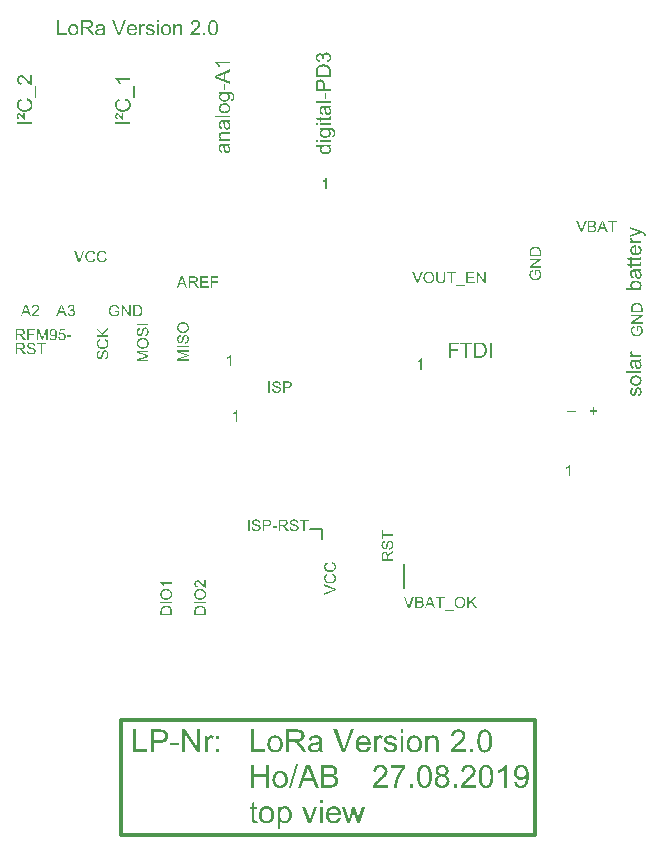
<source format=gto>
G04*
G04 #@! TF.GenerationSoftware,Altium Limited,Altium Designer,18.1.9 (240)*
G04*
G04 Layer_Color=16711935*
%FSLAX44Y44*%
%MOMM*%
G71*
G01*
G75*
%ADD10C,0.2000*%
%ADD11C,0.3000*%
G36*
X1167488Y1638594D02*
X1165921D01*
Y1640393D01*
X1167488D01*
Y1638594D01*
D02*
G37*
G36*
X1184500Y1637044D02*
X1184717Y1637027D01*
X1184950Y1636977D01*
X1185217Y1636927D01*
X1185483Y1636844D01*
X1185750Y1636744D01*
X1185783Y1636727D01*
X1185866Y1636694D01*
X1185983Y1636628D01*
X1186150Y1636528D01*
X1186316Y1636428D01*
X1186483Y1636294D01*
X1186649Y1636128D01*
X1186799Y1635961D01*
X1186816Y1635944D01*
X1186850Y1635878D01*
X1186916Y1635778D01*
X1187000Y1635628D01*
X1187066Y1635461D01*
X1187149Y1635261D01*
X1187216Y1635045D01*
X1187283Y1634795D01*
Y1634778D01*
X1187299Y1634711D01*
X1187316Y1634595D01*
X1187333Y1634445D01*
X1187349Y1634228D01*
X1187366Y1633978D01*
X1187383Y1633662D01*
Y1633278D01*
Y1627580D01*
X1185816D01*
Y1633212D01*
Y1633228D01*
Y1633262D01*
Y1633295D01*
Y1633362D01*
X1185800Y1633545D01*
Y1633745D01*
X1185766Y1633978D01*
X1185733Y1634211D01*
X1185683Y1634428D01*
X1185617Y1634628D01*
Y1634645D01*
X1185583Y1634711D01*
X1185533Y1634795D01*
X1185467Y1634911D01*
X1185383Y1635028D01*
X1185267Y1635161D01*
X1185133Y1635278D01*
X1184967Y1635394D01*
X1184950Y1635411D01*
X1184883Y1635444D01*
X1184783Y1635495D01*
X1184650Y1635544D01*
X1184500Y1635594D01*
X1184317Y1635645D01*
X1184100Y1635678D01*
X1183884Y1635694D01*
X1183784D01*
X1183717Y1635678D01*
X1183517Y1635661D01*
X1183284Y1635611D01*
X1183017Y1635544D01*
X1182717Y1635428D01*
X1182417Y1635261D01*
X1182134Y1635045D01*
X1182101Y1635011D01*
X1182067Y1634978D01*
X1182017Y1634911D01*
X1181967Y1634845D01*
X1181901Y1634745D01*
X1181851Y1634645D01*
X1181784Y1634511D01*
X1181718Y1634345D01*
X1181651Y1634178D01*
X1181584Y1633978D01*
X1181534Y1633762D01*
X1181484Y1633512D01*
X1181451Y1633245D01*
X1181434Y1632945D01*
X1181418Y1632629D01*
Y1627580D01*
X1179851D01*
Y1636861D01*
X1181268D01*
Y1635528D01*
X1181284Y1635544D01*
X1181318Y1635594D01*
X1181368Y1635678D01*
X1181451Y1635761D01*
X1181568Y1635878D01*
X1181684Y1636011D01*
X1181834Y1636144D01*
X1182017Y1636294D01*
X1182217Y1636444D01*
X1182434Y1636577D01*
X1182667Y1636711D01*
X1182934Y1636828D01*
X1183217Y1636927D01*
X1183517Y1636994D01*
X1183850Y1637044D01*
X1184200Y1637061D01*
X1184350D01*
X1184500Y1637044D01*
D02*
G37*
G36*
X1154708Y1637027D02*
X1154908Y1636994D01*
X1155158Y1636927D01*
X1155441Y1636844D01*
X1155724Y1636711D01*
X1156041Y1636544D01*
X1155491Y1635095D01*
X1155458Y1635111D01*
X1155391Y1635145D01*
X1155274Y1635195D01*
X1155124Y1635261D01*
X1154958Y1635328D01*
X1154758Y1635378D01*
X1154541Y1635411D01*
X1154324Y1635428D01*
X1154241D01*
X1154141Y1635411D01*
X1154008Y1635394D01*
X1153875Y1635345D01*
X1153708Y1635294D01*
X1153558Y1635211D01*
X1153391Y1635111D01*
X1153375Y1635095D01*
X1153325Y1635061D01*
X1153258Y1634978D01*
X1153175Y1634878D01*
X1153075Y1634761D01*
X1152975Y1634611D01*
X1152891Y1634445D01*
X1152808Y1634245D01*
Y1634228D01*
X1152792Y1634211D01*
Y1634162D01*
X1152775Y1634095D01*
X1152725Y1633928D01*
X1152692Y1633712D01*
X1152642Y1633428D01*
X1152592Y1633128D01*
X1152575Y1632778D01*
X1152558Y1632412D01*
Y1627580D01*
X1150992D01*
Y1636861D01*
X1152408D01*
Y1635444D01*
X1152425Y1635478D01*
X1152458Y1635528D01*
X1152492Y1635594D01*
X1152608Y1635761D01*
X1152725Y1635961D01*
X1152875Y1636194D01*
X1153042Y1636411D01*
X1153225Y1636594D01*
X1153391Y1636744D01*
X1153408Y1636761D01*
X1153475Y1636794D01*
X1153575Y1636844D01*
X1153691Y1636911D01*
X1153841Y1636961D01*
X1154025Y1637011D01*
X1154208Y1637044D01*
X1154408Y1637061D01*
X1154541D01*
X1154708Y1637027D01*
D02*
G37*
G36*
X1160306Y1637044D02*
X1160406D01*
X1160673Y1637027D01*
X1160956Y1636977D01*
X1161289Y1636927D01*
X1161606Y1636844D01*
X1161923Y1636744D01*
X1161939D01*
X1161956Y1636727D01*
X1162056Y1636694D01*
X1162206Y1636611D01*
X1162389Y1636511D01*
X1162589Y1636394D01*
X1162789Y1636244D01*
X1162989Y1636078D01*
X1163156Y1635878D01*
X1163172Y1635861D01*
X1163222Y1635778D01*
X1163289Y1635661D01*
X1163372Y1635495D01*
X1163472Y1635294D01*
X1163556Y1635061D01*
X1163639Y1634778D01*
X1163705Y1634461D01*
X1162172Y1634245D01*
Y1634278D01*
X1162139Y1634362D01*
X1162106Y1634495D01*
X1162056Y1634645D01*
X1161973Y1634828D01*
X1161856Y1635011D01*
X1161723Y1635178D01*
X1161556Y1635345D01*
X1161539Y1635361D01*
X1161456Y1635411D01*
X1161356Y1635478D01*
X1161189Y1635561D01*
X1160989Y1635628D01*
X1160740Y1635694D01*
X1160456Y1635744D01*
X1160123Y1635761D01*
X1159940D01*
X1159756Y1635744D01*
X1159523Y1635711D01*
X1159273Y1635678D01*
X1159007Y1635611D01*
X1158773Y1635511D01*
X1158573Y1635394D01*
X1158557Y1635378D01*
X1158507Y1635328D01*
X1158423Y1635261D01*
X1158357Y1635161D01*
X1158273Y1635045D01*
X1158190Y1634895D01*
X1158140Y1634745D01*
X1158123Y1634561D01*
Y1634545D01*
Y1634511D01*
X1158140Y1634461D01*
Y1634378D01*
X1158207Y1634211D01*
X1158240Y1634111D01*
X1158307Y1634012D01*
X1158324Y1633995D01*
X1158340Y1633978D01*
X1158390Y1633928D01*
X1158457Y1633862D01*
X1158540Y1633795D01*
X1158640Y1633728D01*
X1158773Y1633662D01*
X1158907Y1633595D01*
X1158923D01*
X1158957Y1633578D01*
X1159040Y1633545D01*
X1159173Y1633512D01*
X1159357Y1633462D01*
X1159473Y1633428D01*
X1159606Y1633395D01*
X1159756Y1633345D01*
X1159923Y1633312D01*
X1160106Y1633245D01*
X1160306Y1633195D01*
X1160323D01*
X1160373Y1633178D01*
X1160473Y1633162D01*
X1160573Y1633128D01*
X1160706Y1633078D01*
X1160873Y1633045D01*
X1161223Y1632945D01*
X1161606Y1632829D01*
X1161989Y1632712D01*
X1162339Y1632595D01*
X1162489Y1632529D01*
X1162622Y1632479D01*
X1162656Y1632462D01*
X1162739Y1632429D01*
X1162856Y1632362D01*
X1163006Y1632262D01*
X1163172Y1632145D01*
X1163339Y1632012D01*
X1163522Y1631845D01*
X1163672Y1631646D01*
X1163689Y1631629D01*
X1163739Y1631546D01*
X1163789Y1631429D01*
X1163872Y1631279D01*
X1163939Y1631079D01*
X1163989Y1630862D01*
X1164039Y1630596D01*
X1164055Y1630312D01*
Y1630296D01*
Y1630279D01*
Y1630179D01*
X1164039Y1630029D01*
X1164005Y1629829D01*
X1163939Y1629596D01*
X1163855Y1629346D01*
X1163739Y1629079D01*
X1163589Y1628813D01*
X1163572Y1628779D01*
X1163505Y1628696D01*
X1163389Y1628580D01*
X1163255Y1628430D01*
X1163056Y1628246D01*
X1162822Y1628080D01*
X1162556Y1627896D01*
X1162256Y1627746D01*
X1162239D01*
X1162223Y1627730D01*
X1162172Y1627713D01*
X1162106Y1627697D01*
X1161923Y1627630D01*
X1161689Y1627563D01*
X1161406Y1627496D01*
X1161073Y1627430D01*
X1160706Y1627397D01*
X1160306Y1627380D01*
X1160140D01*
X1160006Y1627397D01*
X1159856D01*
X1159690Y1627413D01*
X1159490Y1627447D01*
X1159273Y1627480D01*
X1158840Y1627563D01*
X1158373Y1627697D01*
X1157940Y1627880D01*
X1157724Y1627980D01*
X1157540Y1628113D01*
X1157524Y1628130D01*
X1157507Y1628146D01*
X1157457Y1628196D01*
X1157390Y1628246D01*
X1157307Y1628330D01*
X1157224Y1628430D01*
X1157140Y1628546D01*
X1157040Y1628680D01*
X1156941Y1628829D01*
X1156824Y1628996D01*
X1156724Y1629179D01*
X1156641Y1629379D01*
X1156541Y1629596D01*
X1156457Y1629829D01*
X1156391Y1630079D01*
X1156341Y1630346D01*
X1157890Y1630596D01*
Y1630579D01*
Y1630562D01*
X1157907Y1630512D01*
X1157924Y1630446D01*
X1157957Y1630279D01*
X1158024Y1630063D01*
X1158123Y1629829D01*
X1158240Y1629596D01*
X1158407Y1629363D01*
X1158607Y1629163D01*
X1158640Y1629146D01*
X1158723Y1629096D01*
X1158857Y1629013D01*
X1159040Y1628929D01*
X1159290Y1628829D01*
X1159573Y1628763D01*
X1159906Y1628696D01*
X1160290Y1628680D01*
X1160473D01*
X1160656Y1628696D01*
X1160906Y1628730D01*
X1161156Y1628779D01*
X1161423Y1628863D01*
X1161689Y1628963D01*
X1161906Y1629113D01*
X1161923Y1629129D01*
X1161989Y1629196D01*
X1162073Y1629279D01*
X1162172Y1629413D01*
X1162272Y1629563D01*
X1162356Y1629729D01*
X1162422Y1629929D01*
X1162439Y1630146D01*
Y1630163D01*
Y1630229D01*
X1162422Y1630329D01*
X1162389Y1630446D01*
X1162322Y1630579D01*
X1162239Y1630712D01*
X1162122Y1630846D01*
X1161973Y1630979D01*
X1161956Y1630996D01*
X1161906Y1631012D01*
X1161806Y1631062D01*
X1161639Y1631112D01*
X1161539Y1631162D01*
X1161439Y1631196D01*
X1161306Y1631229D01*
X1161156Y1631279D01*
X1160989Y1631329D01*
X1160789Y1631379D01*
X1160590Y1631445D01*
X1160356Y1631496D01*
X1160340D01*
X1160273Y1631512D01*
X1160190Y1631546D01*
X1160073Y1631579D01*
X1159940Y1631612D01*
X1159773Y1631662D01*
X1159407Y1631762D01*
X1159007Y1631879D01*
X1158607Y1632012D01*
X1158423Y1632079D01*
X1158257Y1632145D01*
X1158090Y1632195D01*
X1157957Y1632262D01*
X1157924Y1632279D01*
X1157840Y1632329D01*
X1157724Y1632395D01*
X1157574Y1632495D01*
X1157424Y1632612D01*
X1157240Y1632762D01*
X1157090Y1632928D01*
X1156941Y1633128D01*
X1156924Y1633162D01*
X1156890Y1633228D01*
X1156841Y1633345D01*
X1156774Y1633495D01*
X1156707Y1633678D01*
X1156657Y1633895D01*
X1156624Y1634128D01*
X1156607Y1634378D01*
Y1634411D01*
Y1634478D01*
X1156624Y1634595D01*
X1156641Y1634761D01*
X1156674Y1634928D01*
X1156724Y1635128D01*
X1156790Y1635328D01*
X1156890Y1635528D01*
X1156907Y1635544D01*
X1156941Y1635611D01*
X1157007Y1635711D01*
X1157090Y1635844D01*
X1157207Y1635978D01*
X1157340Y1636128D01*
X1157490Y1636278D01*
X1157657Y1636411D01*
X1157674Y1636428D01*
X1157724Y1636461D01*
X1157807Y1636511D01*
X1157924Y1636561D01*
X1158057Y1636644D01*
X1158240Y1636711D01*
X1158440Y1636794D01*
X1158657Y1636861D01*
X1158690Y1636877D01*
X1158773Y1636894D01*
X1158890Y1636927D01*
X1159073Y1636961D01*
X1159273Y1636994D01*
X1159507Y1637027D01*
X1159756Y1637061D01*
X1160206D01*
X1160306Y1637044D01*
D02*
G37*
G36*
X1134746Y1627580D02*
X1132980D01*
X1128015Y1640393D01*
X1129864D01*
X1133197Y1631079D01*
Y1631062D01*
X1133213Y1631029D01*
X1133230Y1630962D01*
X1133263Y1630896D01*
X1133297Y1630796D01*
X1133330Y1630679D01*
X1133430Y1630396D01*
X1133530Y1630079D01*
X1133646Y1629729D01*
X1133763Y1629346D01*
X1133863Y1628979D01*
Y1628996D01*
X1133880Y1629030D01*
X1133896Y1629079D01*
X1133913Y1629163D01*
X1133946Y1629263D01*
X1133980Y1629363D01*
X1134063Y1629629D01*
X1134163Y1629946D01*
X1134280Y1630312D01*
X1134413Y1630696D01*
X1134563Y1631079D01*
X1138029Y1640393D01*
X1139745D01*
X1134746Y1627580D01*
D02*
G37*
G36*
X1206961Y1627580D02*
X1205162D01*
Y1629379D01*
X1206961D01*
Y1627580D01*
D02*
G37*
G36*
X1198846Y1640427D02*
X1199013Y1640410D01*
X1199196Y1640393D01*
X1199396Y1640360D01*
X1199613Y1640310D01*
X1200079Y1640193D01*
X1200313Y1640110D01*
X1200563Y1640010D01*
X1200813Y1639893D01*
X1201046Y1639743D01*
X1201263Y1639593D01*
X1201479Y1639410D01*
X1201496Y1639393D01*
X1201529Y1639360D01*
X1201579Y1639310D01*
X1201646Y1639227D01*
X1201729Y1639127D01*
X1201829Y1639010D01*
X1201912Y1638877D01*
X1202029Y1638710D01*
X1202129Y1638544D01*
X1202212Y1638344D01*
X1202395Y1637910D01*
X1202462Y1637677D01*
X1202512Y1637427D01*
X1202545Y1637161D01*
X1202562Y1636877D01*
Y1636844D01*
Y1636744D01*
X1202545Y1636594D01*
X1202529Y1636394D01*
X1202479Y1636178D01*
X1202429Y1635911D01*
X1202346Y1635645D01*
X1202246Y1635361D01*
X1202229Y1635328D01*
X1202179Y1635228D01*
X1202112Y1635078D01*
X1201996Y1634895D01*
X1201846Y1634661D01*
X1201662Y1634395D01*
X1201446Y1634095D01*
X1201196Y1633795D01*
Y1633778D01*
X1201162Y1633762D01*
X1201113Y1633712D01*
X1201062Y1633645D01*
X1200979Y1633562D01*
X1200879Y1633462D01*
X1200763Y1633345D01*
X1200613Y1633212D01*
X1200463Y1633062D01*
X1200279Y1632895D01*
X1200079Y1632695D01*
X1199863Y1632495D01*
X1199613Y1632279D01*
X1199363Y1632062D01*
X1199063Y1631812D01*
X1198763Y1631546D01*
X1198746Y1631529D01*
X1198697Y1631496D01*
X1198630Y1631429D01*
X1198530Y1631362D01*
X1198430Y1631262D01*
X1198297Y1631146D01*
X1198013Y1630896D01*
X1197697Y1630629D01*
X1197397Y1630363D01*
X1197263Y1630246D01*
X1197147Y1630129D01*
X1197030Y1630013D01*
X1196947Y1629929D01*
X1196930Y1629913D01*
X1196880Y1629863D01*
X1196814Y1629779D01*
X1196714Y1629663D01*
X1196614Y1629546D01*
X1196497Y1629396D01*
X1196280Y1629096D01*
X1202579D01*
Y1627580D01*
X1194098D01*
Y1627613D01*
Y1627680D01*
Y1627780D01*
X1194114Y1627930D01*
X1194131Y1628096D01*
X1194164Y1628280D01*
X1194214Y1628463D01*
X1194281Y1628663D01*
Y1628680D01*
X1194298Y1628696D01*
X1194314Y1628746D01*
X1194348Y1628813D01*
X1194414Y1628979D01*
X1194531Y1629196D01*
X1194681Y1629463D01*
X1194847Y1629746D01*
X1195064Y1630046D01*
X1195314Y1630363D01*
X1195331Y1630379D01*
X1195347Y1630396D01*
X1195397Y1630446D01*
X1195447Y1630512D01*
X1195614Y1630696D01*
X1195847Y1630929D01*
X1196130Y1631212D01*
X1196480Y1631546D01*
X1196897Y1631912D01*
X1197380Y1632312D01*
X1197397Y1632329D01*
X1197463Y1632395D01*
X1197580Y1632479D01*
X1197713Y1632595D01*
X1197880Y1632745D01*
X1198080Y1632912D01*
X1198297Y1633095D01*
X1198513Y1633295D01*
X1198980Y1633728D01*
X1199446Y1634178D01*
X1199663Y1634411D01*
X1199863Y1634628D01*
X1200046Y1634828D01*
X1200196Y1635028D01*
X1200213Y1635045D01*
X1200229Y1635078D01*
X1200263Y1635128D01*
X1200313Y1635195D01*
X1200363Y1635294D01*
X1200429Y1635394D01*
X1200579Y1635645D01*
X1200713Y1635928D01*
X1200829Y1636244D01*
X1200913Y1636594D01*
X1200946Y1636761D01*
Y1636927D01*
Y1636944D01*
Y1636977D01*
Y1637011D01*
X1200929Y1637077D01*
X1200913Y1637261D01*
X1200863Y1637477D01*
X1200779Y1637727D01*
X1200663Y1637977D01*
X1200496Y1638244D01*
X1200263Y1638494D01*
X1200229Y1638527D01*
X1200146Y1638594D01*
X1199996Y1638694D01*
X1199796Y1638827D01*
X1199546Y1638944D01*
X1199246Y1639044D01*
X1198896Y1639110D01*
X1198513Y1639144D01*
X1198397D01*
X1198330Y1639127D01*
X1198230D01*
X1198113Y1639110D01*
X1197863Y1639060D01*
X1197580Y1638977D01*
X1197263Y1638860D01*
X1196964Y1638694D01*
X1196697Y1638460D01*
X1196664Y1638427D01*
X1196597Y1638344D01*
X1196480Y1638177D01*
X1196364Y1637977D01*
X1196230Y1637694D01*
X1196114Y1637377D01*
X1196047Y1637011D01*
X1196014Y1636577D01*
X1194398Y1636744D01*
Y1636761D01*
X1194414Y1636828D01*
Y1636911D01*
X1194431Y1637044D01*
X1194464Y1637194D01*
X1194498Y1637361D01*
X1194548Y1637561D01*
X1194614Y1637761D01*
X1194764Y1638210D01*
X1194864Y1638444D01*
X1194981Y1638660D01*
X1195114Y1638894D01*
X1195264Y1639110D01*
X1195431Y1639310D01*
X1195631Y1639494D01*
X1195647Y1639510D01*
X1195681Y1639527D01*
X1195747Y1639577D01*
X1195831Y1639643D01*
X1195947Y1639710D01*
X1196080Y1639793D01*
X1196230Y1639877D01*
X1196414Y1639977D01*
X1196614Y1640060D01*
X1196830Y1640143D01*
X1197064Y1640227D01*
X1197330Y1640293D01*
X1197597Y1640360D01*
X1197897Y1640410D01*
X1198213Y1640427D01*
X1198547Y1640443D01*
X1198730D01*
X1198846Y1640427D01*
D02*
G37*
G36*
X1167488Y1627580D02*
X1165921D01*
Y1636861D01*
X1167488D01*
Y1627580D01*
D02*
G37*
G36*
X1118550Y1637044D02*
X1118817Y1637027D01*
X1119117Y1636994D01*
X1119450Y1636944D01*
X1119750Y1636877D01*
X1120050Y1636777D01*
X1120067D01*
X1120083Y1636761D01*
X1120167Y1636727D01*
X1120300Y1636661D01*
X1120467Y1636577D01*
X1120650Y1636478D01*
X1120833Y1636361D01*
X1121000Y1636211D01*
X1121150Y1636061D01*
X1121166Y1636044D01*
X1121200Y1635994D01*
X1121266Y1635894D01*
X1121350Y1635778D01*
X1121433Y1635628D01*
X1121516Y1635444D01*
X1121583Y1635244D01*
X1121649Y1635011D01*
Y1634995D01*
X1121666Y1634928D01*
X1121683Y1634828D01*
X1121700Y1634678D01*
Y1634478D01*
X1121716Y1634228D01*
X1121733Y1633928D01*
Y1633562D01*
Y1631462D01*
Y1631445D01*
Y1631362D01*
Y1631262D01*
Y1631112D01*
Y1630946D01*
Y1630746D01*
Y1630529D01*
X1121749Y1630296D01*
Y1629829D01*
X1121766Y1629379D01*
X1121783Y1629163D01*
Y1628979D01*
X1121799Y1628829D01*
X1121816Y1628696D01*
Y1628663D01*
X1121833Y1628596D01*
X1121866Y1628480D01*
X1121899Y1628346D01*
X1121966Y1628163D01*
X1122033Y1627980D01*
X1122116Y1627780D01*
X1122216Y1627580D01*
X1120566D01*
X1120550Y1627596D01*
X1120533Y1627663D01*
X1120483Y1627763D01*
X1120450Y1627913D01*
X1120383Y1628080D01*
X1120350Y1628280D01*
X1120300Y1628496D01*
X1120266Y1628746D01*
X1120250D01*
X1120233Y1628713D01*
X1120183Y1628680D01*
X1120117Y1628630D01*
X1119950Y1628496D01*
X1119717Y1628330D01*
X1119467Y1628163D01*
X1119184Y1627980D01*
X1118867Y1627813D01*
X1118567Y1627680D01*
X1118550D01*
X1118534Y1627663D01*
X1118484Y1627646D01*
X1118434Y1627630D01*
X1118267Y1627580D01*
X1118050Y1627530D01*
X1117801Y1627480D01*
X1117501Y1627430D01*
X1117184Y1627397D01*
X1116851Y1627380D01*
X1116701D01*
X1116601Y1627397D01*
X1116468D01*
X1116318Y1627413D01*
X1115984Y1627480D01*
X1115601Y1627563D01*
X1115218Y1627697D01*
X1114835Y1627880D01*
X1114668Y1627980D01*
X1114501Y1628113D01*
X1114485Y1628130D01*
X1114468Y1628146D01*
X1114368Y1628246D01*
X1114251Y1628413D01*
X1114101Y1628630D01*
X1113951Y1628913D01*
X1113818Y1629229D01*
X1113718Y1629596D01*
X1113702Y1629796D01*
X1113685Y1630013D01*
Y1630046D01*
Y1630129D01*
X1113702Y1630262D01*
X1113718Y1630429D01*
X1113752Y1630612D01*
X1113818Y1630829D01*
X1113885Y1631046D01*
X1113985Y1631262D01*
X1114001Y1631295D01*
X1114035Y1631362D01*
X1114118Y1631462D01*
X1114201Y1631595D01*
X1114318Y1631729D01*
X1114468Y1631879D01*
X1114618Y1632029D01*
X1114801Y1632162D01*
X1114818Y1632179D01*
X1114885Y1632212D01*
X1115001Y1632279D01*
X1115135Y1632362D01*
X1115301Y1632445D01*
X1115484Y1632529D01*
X1115701Y1632612D01*
X1115934Y1632679D01*
X1115951D01*
X1116018Y1632695D01*
X1116134Y1632728D01*
X1116284Y1632745D01*
X1116484Y1632795D01*
X1116718Y1632829D01*
X1117001Y1632862D01*
X1117334Y1632912D01*
X1117351D01*
X1117417Y1632928D01*
X1117517D01*
X1117651Y1632962D01*
X1117801Y1632978D01*
X1117984Y1632995D01*
X1118184Y1633028D01*
X1118400Y1633062D01*
X1118850Y1633145D01*
X1119317Y1633245D01*
X1119750Y1633345D01*
X1119950Y1633412D01*
X1120133Y1633462D01*
Y1633478D01*
Y1633512D01*
Y1633562D01*
X1120150Y1633628D01*
Y1633762D01*
Y1633828D01*
Y1633862D01*
Y1633878D01*
Y1633911D01*
Y1633961D01*
Y1634012D01*
X1120133Y1634195D01*
X1120100Y1634395D01*
X1120033Y1634628D01*
X1119967Y1634845D01*
X1119850Y1635061D01*
X1119700Y1635228D01*
X1119667Y1635244D01*
X1119583Y1635311D01*
X1119450Y1635394D01*
X1119250Y1635495D01*
X1118984Y1635594D01*
X1118684Y1635678D01*
X1118317Y1635744D01*
X1117900Y1635761D01*
X1117717D01*
X1117517Y1635744D01*
X1117284Y1635711D01*
X1117001Y1635661D01*
X1116734Y1635594D01*
X1116468Y1635495D01*
X1116251Y1635361D01*
X1116234Y1635345D01*
X1116168Y1635294D01*
X1116068Y1635195D01*
X1115968Y1635045D01*
X1115834Y1634861D01*
X1115718Y1634628D01*
X1115584Y1634328D01*
X1115484Y1633995D01*
X1113951Y1634211D01*
Y1634228D01*
X1113968Y1634261D01*
Y1634311D01*
X1113985Y1634378D01*
X1114035Y1634561D01*
X1114118Y1634778D01*
X1114201Y1635028D01*
X1114318Y1635294D01*
X1114468Y1635561D01*
X1114635Y1635794D01*
X1114651Y1635828D01*
X1114718Y1635894D01*
X1114835Y1635994D01*
X1114985Y1636144D01*
X1115184Y1636294D01*
X1115418Y1636444D01*
X1115701Y1636594D01*
X1116018Y1636727D01*
X1116034D01*
X1116068Y1636744D01*
X1116118Y1636761D01*
X1116184Y1636777D01*
X1116268Y1636811D01*
X1116367Y1636828D01*
X1116634Y1636894D01*
X1116934Y1636961D01*
X1117301Y1637011D01*
X1117701Y1637044D01*
X1118134Y1637061D01*
X1118434D01*
X1118550Y1637044D01*
D02*
G37*
G36*
X1107620Y1640377D02*
X1107770D01*
X1107953Y1640360D01*
X1108153Y1640343D01*
X1108569Y1640310D01*
X1109003Y1640243D01*
X1109419Y1640160D01*
X1109619Y1640110D01*
X1109786Y1640043D01*
X1109803D01*
X1109819Y1640027D01*
X1109869Y1640010D01*
X1109936Y1639977D01*
X1110102Y1639893D01*
X1110302Y1639760D01*
X1110536Y1639593D01*
X1110769Y1639377D01*
X1111002Y1639110D01*
X1111219Y1638810D01*
Y1638794D01*
X1111236Y1638777D01*
X1111269Y1638727D01*
X1111302Y1638660D01*
X1111385Y1638477D01*
X1111486Y1638244D01*
X1111585Y1637961D01*
X1111669Y1637627D01*
X1111735Y1637261D01*
X1111752Y1636877D01*
Y1636861D01*
Y1636811D01*
Y1636744D01*
X1111735Y1636644D01*
X1111719Y1636528D01*
X1111702Y1636394D01*
X1111635Y1636078D01*
X1111535Y1635711D01*
X1111385Y1635328D01*
X1111285Y1635145D01*
X1111169Y1634945D01*
X1111019Y1634761D01*
X1110869Y1634578D01*
X1110852Y1634561D01*
X1110836Y1634545D01*
X1110769Y1634495D01*
X1110702Y1634428D01*
X1110602Y1634361D01*
X1110486Y1634278D01*
X1110352Y1634178D01*
X1110202Y1634078D01*
X1110019Y1633978D01*
X1109819Y1633878D01*
X1109586Y1633778D01*
X1109336Y1633678D01*
X1109069Y1633595D01*
X1108786Y1633512D01*
X1108470Y1633445D01*
X1108136Y1633395D01*
X1108170Y1633378D01*
X1108253Y1633345D01*
X1108370Y1633278D01*
X1108520Y1633195D01*
X1108853Y1632978D01*
X1109003Y1632862D01*
X1109153Y1632745D01*
X1109169D01*
X1109186Y1632712D01*
X1109286Y1632628D01*
X1109419Y1632479D01*
X1109619Y1632279D01*
X1109836Y1632045D01*
X1110069Y1631745D01*
X1110319Y1631412D01*
X1110569Y1631046D01*
X1112785Y1627580D01*
X1110652D01*
X1108969Y1630229D01*
Y1630246D01*
X1108936Y1630279D01*
X1108903Y1630346D01*
X1108853Y1630412D01*
X1108786Y1630512D01*
X1108703Y1630629D01*
X1108536Y1630879D01*
X1108336Y1631162D01*
X1108136Y1631445D01*
X1107936Y1631729D01*
X1107736Y1631979D01*
X1107720Y1632012D01*
X1107653Y1632079D01*
X1107570Y1632195D01*
X1107453Y1632312D01*
X1107320Y1632462D01*
X1107170Y1632612D01*
X1107020Y1632728D01*
X1106870Y1632845D01*
X1106853Y1632862D01*
X1106803Y1632879D01*
X1106737Y1632928D01*
X1106637Y1632978D01*
X1106520Y1633045D01*
X1106387Y1633095D01*
X1106104Y1633195D01*
X1106087D01*
X1106053Y1633212D01*
X1105987D01*
X1105887Y1633228D01*
X1105754Y1633245D01*
X1105587D01*
X1105404Y1633262D01*
X1103204D01*
Y1627580D01*
X1101505D01*
Y1640393D01*
X1107470D01*
X1107620Y1640377D01*
D02*
G37*
G36*
X1083226Y1629096D02*
X1089524D01*
Y1627580D01*
X1081526D01*
Y1640393D01*
X1083226D01*
Y1629096D01*
D02*
G37*
G36*
X1173969Y1637044D02*
X1174136Y1637027D01*
X1174319Y1636994D01*
X1174536Y1636961D01*
X1174769Y1636911D01*
X1175003Y1636844D01*
X1175253Y1636744D01*
X1175519Y1636644D01*
X1175786Y1636528D01*
X1176052Y1636378D01*
X1176302Y1636211D01*
X1176552Y1636011D01*
X1176785Y1635794D01*
X1176802Y1635778D01*
X1176835Y1635744D01*
X1176902Y1635661D01*
X1176969Y1635561D01*
X1177069Y1635444D01*
X1177169Y1635278D01*
X1177285Y1635095D01*
X1177402Y1634895D01*
X1177502Y1634661D01*
X1177618Y1634411D01*
X1177719Y1634128D01*
X1177819Y1633812D01*
X1177885Y1633478D01*
X1177952Y1633128D01*
X1177985Y1632745D01*
X1178002Y1632345D01*
Y1632329D01*
Y1632262D01*
Y1632179D01*
Y1632045D01*
X1177985Y1631895D01*
X1177968Y1631729D01*
X1177952Y1631529D01*
X1177935Y1631329D01*
X1177868Y1630879D01*
X1177768Y1630412D01*
X1177635Y1629946D01*
X1177552Y1629729D01*
X1177452Y1629529D01*
Y1629513D01*
X1177435Y1629479D01*
X1177402Y1629429D01*
X1177352Y1629363D01*
X1177235Y1629179D01*
X1177052Y1628946D01*
X1176835Y1628696D01*
X1176569Y1628430D01*
X1176252Y1628180D01*
X1175886Y1627946D01*
X1175869D01*
X1175836Y1627930D01*
X1175786Y1627896D01*
X1175702Y1627863D01*
X1175619Y1627813D01*
X1175502Y1627763D01*
X1175219Y1627663D01*
X1174903Y1627563D01*
X1174519Y1627463D01*
X1174103Y1627397D01*
X1173653Y1627380D01*
X1173570D01*
X1173470Y1627397D01*
X1173336D01*
X1173170Y1627413D01*
X1172986Y1627447D01*
X1172770Y1627480D01*
X1172536Y1627530D01*
X1172287Y1627596D01*
X1172037Y1627680D01*
X1171787Y1627780D01*
X1171520Y1627896D01*
X1171254Y1628046D01*
X1171004Y1628213D01*
X1170754Y1628396D01*
X1170520Y1628613D01*
X1170504Y1628630D01*
X1170470Y1628680D01*
X1170404Y1628746D01*
X1170337Y1628846D01*
X1170237Y1628979D01*
X1170137Y1629129D01*
X1170037Y1629313D01*
X1169921Y1629529D01*
X1169804Y1629779D01*
X1169704Y1630046D01*
X1169604Y1630329D01*
X1169504Y1630662D01*
X1169437Y1631012D01*
X1169371Y1631379D01*
X1169337Y1631779D01*
X1169321Y1632212D01*
Y1632245D01*
Y1632329D01*
X1169337Y1632462D01*
Y1632629D01*
X1169371Y1632845D01*
X1169404Y1633095D01*
X1169437Y1633362D01*
X1169504Y1633645D01*
X1169571Y1633962D01*
X1169671Y1634278D01*
X1169787Y1634595D01*
X1169921Y1634911D01*
X1170087Y1635211D01*
X1170270Y1635511D01*
X1170487Y1635778D01*
X1170737Y1636028D01*
X1170754Y1636044D01*
X1170787Y1636078D01*
X1170854Y1636128D01*
X1170954Y1636194D01*
X1171070Y1636261D01*
X1171204Y1636361D01*
X1171370Y1636444D01*
X1171553Y1636544D01*
X1171753Y1636644D01*
X1171970Y1636727D01*
X1172220Y1636828D01*
X1172470Y1636894D01*
X1172753Y1636961D01*
X1173036Y1637011D01*
X1173336Y1637044D01*
X1173653Y1637061D01*
X1173836D01*
X1173969Y1637044D01*
D02*
G37*
G36*
X1145160Y1637044D02*
X1145310Y1637027D01*
X1145493Y1636994D01*
X1145710Y1636961D01*
X1145927Y1636911D01*
X1146160Y1636844D01*
X1146410Y1636744D01*
X1146660Y1636644D01*
X1146910Y1636528D01*
X1147176Y1636378D01*
X1147426Y1636211D01*
X1147660Y1636011D01*
X1147893Y1635794D01*
X1147909Y1635778D01*
X1147943Y1635728D01*
X1148009Y1635661D01*
X1148076Y1635561D01*
X1148159Y1635428D01*
X1148259Y1635278D01*
X1148376Y1635095D01*
X1148493Y1634878D01*
X1148593Y1634628D01*
X1148709Y1634361D01*
X1148809Y1634078D01*
X1148893Y1633762D01*
X1148959Y1633412D01*
X1149026Y1633045D01*
X1149059Y1632645D01*
X1149076Y1632229D01*
Y1632195D01*
Y1632129D01*
Y1631995D01*
X1149059Y1631812D01*
X1142144D01*
Y1631795D01*
Y1631745D01*
X1142161Y1631662D01*
X1142178Y1631562D01*
X1142194Y1631429D01*
X1142211Y1631279D01*
X1142278Y1630946D01*
X1142394Y1630562D01*
X1142544Y1630179D01*
X1142744Y1629813D01*
X1142861Y1629646D01*
X1142994Y1629479D01*
X1143011Y1629463D01*
X1143027Y1629446D01*
X1143077Y1629413D01*
X1143127Y1629363D01*
X1143311Y1629229D01*
X1143527Y1629079D01*
X1143811Y1628929D01*
X1144144Y1628813D01*
X1144527Y1628713D01*
X1144727Y1628696D01*
X1144944Y1628680D01*
X1145094D01*
X1145244Y1628696D01*
X1145460Y1628730D01*
X1145677Y1628796D01*
X1145927Y1628863D01*
X1146177Y1628979D01*
X1146410Y1629129D01*
X1146443Y1629146D01*
X1146510Y1629213D01*
X1146627Y1629329D01*
X1146760Y1629479D01*
X1146910Y1629679D01*
X1147076Y1629946D01*
X1147243Y1630246D01*
X1147376Y1630596D01*
X1149009Y1630379D01*
Y1630362D01*
X1148992Y1630312D01*
X1148976Y1630246D01*
X1148926Y1630146D01*
X1148893Y1630029D01*
X1148826Y1629879D01*
X1148693Y1629563D01*
X1148493Y1629213D01*
X1148243Y1628846D01*
X1147943Y1628480D01*
X1147593Y1628163D01*
X1147576D01*
X1147543Y1628130D01*
X1147493Y1628096D01*
X1147410Y1628046D01*
X1147310Y1627980D01*
X1147176Y1627913D01*
X1147043Y1627846D01*
X1146876Y1627780D01*
X1146693Y1627697D01*
X1146493Y1627630D01*
X1146276Y1627563D01*
X1146043Y1627496D01*
X1145527Y1627413D01*
X1145244Y1627397D01*
X1144944Y1627380D01*
X1144860D01*
X1144744Y1627397D01*
X1144610D01*
X1144444Y1627413D01*
X1144244Y1627446D01*
X1144010Y1627480D01*
X1143777Y1627530D01*
X1143527Y1627596D01*
X1143261Y1627680D01*
X1142994Y1627780D01*
X1142728Y1627913D01*
X1142461Y1628046D01*
X1142194Y1628213D01*
X1141944Y1628413D01*
X1141711Y1628630D01*
X1141694Y1628646D01*
X1141661Y1628696D01*
X1141594Y1628763D01*
X1141528Y1628863D01*
X1141444Y1628996D01*
X1141345Y1629146D01*
X1141228Y1629329D01*
X1141128Y1629529D01*
X1141011Y1629779D01*
X1140895Y1630029D01*
X1140795Y1630329D01*
X1140711Y1630629D01*
X1140645Y1630979D01*
X1140578Y1631329D01*
X1140545Y1631712D01*
X1140528Y1632129D01*
Y1632162D01*
Y1632229D01*
X1140545Y1632362D01*
Y1632512D01*
X1140561Y1632712D01*
X1140595Y1632945D01*
X1140628Y1633195D01*
X1140678Y1633462D01*
X1140745Y1633745D01*
X1140828Y1634045D01*
X1140911Y1634345D01*
X1141028Y1634645D01*
X1141178Y1634945D01*
X1141328Y1635244D01*
X1141511Y1635511D01*
X1141728Y1635761D01*
X1141744Y1635778D01*
X1141778Y1635811D01*
X1141844Y1635878D01*
X1141944Y1635961D01*
X1142061Y1636061D01*
X1142211Y1636178D01*
X1142377Y1636294D01*
X1142561Y1636411D01*
X1142777Y1636528D01*
X1143011Y1636644D01*
X1143277Y1636761D01*
X1143544Y1636861D01*
X1143844Y1636944D01*
X1144160Y1637011D01*
X1144494Y1637044D01*
X1144844Y1637061D01*
X1145027D01*
X1145160Y1637044D01*
D02*
G37*
G36*
X1095406D02*
X1095573Y1637027D01*
X1095756Y1636994D01*
X1095973Y1636961D01*
X1096206Y1636911D01*
X1096439Y1636844D01*
X1096689Y1636744D01*
X1096956Y1636644D01*
X1097222Y1636528D01*
X1097489Y1636378D01*
X1097739Y1636211D01*
X1097989Y1636011D01*
X1098222Y1635794D01*
X1098239Y1635778D01*
X1098272Y1635744D01*
X1098339Y1635661D01*
X1098406Y1635561D01*
X1098505Y1635444D01*
X1098605Y1635278D01*
X1098722Y1635095D01*
X1098839Y1634895D01*
X1098939Y1634661D01*
X1099055Y1634411D01*
X1099155Y1634128D01*
X1099255Y1633812D01*
X1099322Y1633478D01*
X1099389Y1633128D01*
X1099422Y1632745D01*
X1099438Y1632345D01*
Y1632329D01*
Y1632262D01*
Y1632179D01*
Y1632045D01*
X1099422Y1631895D01*
X1099405Y1631729D01*
X1099389Y1631529D01*
X1099372Y1631329D01*
X1099305Y1630879D01*
X1099205Y1630412D01*
X1099072Y1629946D01*
X1098989Y1629729D01*
X1098889Y1629529D01*
Y1629513D01*
X1098872Y1629479D01*
X1098839Y1629429D01*
X1098789Y1629363D01*
X1098672Y1629179D01*
X1098489Y1628946D01*
X1098272Y1628696D01*
X1098006Y1628430D01*
X1097689Y1628180D01*
X1097322Y1627946D01*
X1097306D01*
X1097272Y1627930D01*
X1097222Y1627896D01*
X1097139Y1627863D01*
X1097056Y1627813D01*
X1096939Y1627763D01*
X1096656Y1627663D01*
X1096339Y1627563D01*
X1095956Y1627463D01*
X1095539Y1627397D01*
X1095090Y1627380D01*
X1095006D01*
X1094906Y1627397D01*
X1094773D01*
X1094606Y1627413D01*
X1094423Y1627446D01*
X1094206Y1627480D01*
X1093973Y1627530D01*
X1093723Y1627596D01*
X1093473Y1627680D01*
X1093223Y1627780D01*
X1092957Y1627896D01*
X1092690Y1628046D01*
X1092440Y1628213D01*
X1092190Y1628396D01*
X1091957Y1628613D01*
X1091941Y1628630D01*
X1091907Y1628680D01*
X1091841Y1628746D01*
X1091774Y1628846D01*
X1091674Y1628979D01*
X1091574Y1629129D01*
X1091474Y1629313D01*
X1091357Y1629529D01*
X1091241Y1629779D01*
X1091141Y1630046D01*
X1091041Y1630329D01*
X1090941Y1630662D01*
X1090874Y1631012D01*
X1090807Y1631379D01*
X1090774Y1631779D01*
X1090757Y1632212D01*
Y1632245D01*
Y1632329D01*
X1090774Y1632462D01*
Y1632628D01*
X1090807Y1632845D01*
X1090841Y1633095D01*
X1090874Y1633362D01*
X1090941Y1633645D01*
X1091007Y1633961D01*
X1091107Y1634278D01*
X1091224Y1634595D01*
X1091357Y1634911D01*
X1091524Y1635211D01*
X1091707Y1635511D01*
X1091924Y1635778D01*
X1092174Y1636028D01*
X1092190Y1636044D01*
X1092224Y1636078D01*
X1092290Y1636128D01*
X1092390Y1636194D01*
X1092507Y1636261D01*
X1092640Y1636361D01*
X1092807Y1636444D01*
X1092990Y1636544D01*
X1093190Y1636644D01*
X1093407Y1636727D01*
X1093657Y1636828D01*
X1093907Y1636894D01*
X1094190Y1636961D01*
X1094473Y1637011D01*
X1094773Y1637044D01*
X1095090Y1637061D01*
X1095273D01*
X1095406Y1637044D01*
D02*
G37*
G36*
X1213676Y1640427D02*
X1213776D01*
X1214026Y1640393D01*
X1214309Y1640343D01*
X1214609Y1640260D01*
X1214926Y1640160D01*
X1215226Y1640027D01*
X1215242D01*
X1215259Y1640010D01*
X1215359Y1639943D01*
X1215492Y1639860D01*
X1215675Y1639727D01*
X1215875Y1639543D01*
X1216092Y1639344D01*
X1216309Y1639110D01*
X1216509Y1638827D01*
Y1638810D01*
X1216525Y1638794D01*
X1216559Y1638744D01*
X1216592Y1638694D01*
X1216675Y1638527D01*
X1216792Y1638294D01*
X1216925Y1638011D01*
X1217058Y1637694D01*
X1217175Y1637311D01*
X1217292Y1636911D01*
Y1636894D01*
X1217308Y1636861D01*
X1217325Y1636794D01*
X1217342Y1636711D01*
X1217358Y1636594D01*
X1217392Y1636461D01*
X1217408Y1636294D01*
X1217442Y1636111D01*
X1217475Y1635911D01*
X1217492Y1635678D01*
X1217525Y1635444D01*
X1217542Y1635161D01*
X1217558Y1634878D01*
X1217575Y1634578D01*
X1217592Y1634245D01*
Y1633895D01*
Y1633862D01*
Y1633795D01*
Y1633678D01*
Y1633512D01*
X1217575Y1633328D01*
Y1633112D01*
X1217558Y1632862D01*
X1217542Y1632595D01*
X1217475Y1632012D01*
X1217392Y1631396D01*
X1217275Y1630796D01*
X1217208Y1630512D01*
X1217125Y1630246D01*
Y1630229D01*
X1217108Y1630179D01*
X1217075Y1630112D01*
X1217042Y1630013D01*
X1216992Y1629896D01*
X1216925Y1629763D01*
X1216775Y1629463D01*
X1216575Y1629113D01*
X1216342Y1628763D01*
X1216059Y1628413D01*
X1215725Y1628113D01*
X1215709D01*
X1215692Y1628080D01*
X1215626Y1628046D01*
X1215559Y1627996D01*
X1215475Y1627946D01*
X1215359Y1627880D01*
X1215242Y1627813D01*
X1215092Y1627746D01*
X1214759Y1627596D01*
X1214359Y1627480D01*
X1213909Y1627397D01*
X1213659Y1627380D01*
X1213409Y1627363D01*
X1213326D01*
X1213226Y1627380D01*
X1213109D01*
X1212943Y1627397D01*
X1212776Y1627430D01*
X1212576Y1627480D01*
X1212360Y1627530D01*
X1212126Y1627596D01*
X1211893Y1627680D01*
X1211643Y1627796D01*
X1211393Y1627913D01*
X1211160Y1628063D01*
X1210927Y1628246D01*
X1210710Y1628446D01*
X1210493Y1628680D01*
X1210477Y1628696D01*
X1210443Y1628763D01*
X1210377Y1628846D01*
X1210294Y1628979D01*
X1210210Y1629163D01*
X1210094Y1629379D01*
X1209994Y1629629D01*
X1209877Y1629929D01*
X1209760Y1630279D01*
X1209644Y1630662D01*
X1209527Y1631079D01*
X1209444Y1631562D01*
X1209360Y1632079D01*
X1209294Y1632629D01*
X1209260Y1633245D01*
X1209244Y1633895D01*
Y1633928D01*
Y1633995D01*
Y1634111D01*
Y1634278D01*
X1209260Y1634461D01*
X1209277Y1634678D01*
Y1634928D01*
X1209310Y1635195D01*
X1209360Y1635778D01*
X1209444Y1636394D01*
X1209560Y1636994D01*
X1209627Y1637277D01*
X1209710Y1637544D01*
Y1637561D01*
X1209727Y1637611D01*
X1209760Y1637677D01*
X1209794Y1637777D01*
X1209844Y1637894D01*
X1209910Y1638027D01*
X1210060Y1638344D01*
X1210260Y1638677D01*
X1210493Y1639044D01*
X1210777Y1639393D01*
X1211093Y1639693D01*
X1211110Y1639710D01*
X1211143Y1639727D01*
X1211193Y1639760D01*
X1211260Y1639810D01*
X1211343Y1639860D01*
X1211460Y1639927D01*
X1211577Y1639993D01*
X1211727Y1640077D01*
X1212060Y1640210D01*
X1212460Y1640327D01*
X1212909Y1640410D01*
X1213159Y1640443D01*
X1213576D01*
X1213676Y1640427D01*
D02*
G37*
G36*
X1309699Y1612924D02*
X1309849Y1612908D01*
X1310015Y1612874D01*
X1310199Y1612841D01*
X1310399Y1612791D01*
X1310615Y1612724D01*
X1310849Y1612641D01*
X1311082Y1612541D01*
X1311332Y1612425D01*
X1311565Y1612275D01*
X1311815Y1612108D01*
X1312048Y1611925D01*
X1312265Y1611708D01*
X1312281Y1611691D01*
X1312315Y1611658D01*
X1312365Y1611591D01*
X1312448Y1611492D01*
X1312531Y1611375D01*
X1312631Y1611225D01*
X1312731Y1611058D01*
X1312831Y1610875D01*
X1312948Y1610658D01*
X1313048Y1610425D01*
X1313148Y1610175D01*
X1313231Y1609892D01*
X1313315Y1609609D01*
X1313365Y1609292D01*
X1313398Y1608976D01*
X1313414Y1608626D01*
Y1608459D01*
X1313398Y1608342D01*
X1313381Y1608209D01*
X1313365Y1608042D01*
X1313331Y1607843D01*
X1313281Y1607643D01*
X1313165Y1607209D01*
X1313081Y1606976D01*
X1312998Y1606743D01*
X1312881Y1606493D01*
X1312748Y1606259D01*
X1312598Y1606043D01*
X1312415Y1605826D01*
X1312398Y1605810D01*
X1312365Y1605776D01*
X1312315Y1605726D01*
X1312231Y1605643D01*
X1312132Y1605560D01*
X1312015Y1605460D01*
X1311865Y1605360D01*
X1311715Y1605243D01*
X1311532Y1605143D01*
X1311332Y1605027D01*
X1311115Y1604926D01*
X1310882Y1604827D01*
X1310632Y1604727D01*
X1310382Y1604660D01*
X1310099Y1604593D01*
X1309799Y1604560D01*
X1309582Y1606126D01*
X1309599D01*
X1309649Y1606143D01*
X1309715Y1606160D01*
X1309799Y1606176D01*
X1309915Y1606210D01*
X1310032Y1606243D01*
X1310332Y1606343D01*
X1310648Y1606460D01*
X1310965Y1606626D01*
X1311282Y1606809D01*
X1311415Y1606909D01*
X1311532Y1607026D01*
X1311548Y1607059D01*
X1311615Y1607143D01*
X1311715Y1607276D01*
X1311815Y1607476D01*
X1311931Y1607709D01*
X1312015Y1607976D01*
X1312081Y1608292D01*
X1312115Y1608626D01*
Y1608742D01*
X1312098Y1608809D01*
Y1608909D01*
X1312081Y1609026D01*
X1312015Y1609275D01*
X1311931Y1609575D01*
X1311798Y1609892D01*
X1311598Y1610208D01*
X1311482Y1610358D01*
X1311348Y1610508D01*
X1311332Y1610525D01*
X1311315Y1610542D01*
X1311265Y1610575D01*
X1311215Y1610625D01*
X1311048Y1610758D01*
X1310815Y1610892D01*
X1310549Y1611025D01*
X1310215Y1611158D01*
X1309849Y1611242D01*
X1309649Y1611275D01*
X1309449D01*
X1309432D01*
X1309399D01*
X1309349D01*
X1309265Y1611258D01*
X1309182D01*
X1309066Y1611242D01*
X1308816Y1611192D01*
X1308532Y1611108D01*
X1308233Y1610975D01*
X1307949Y1610792D01*
X1307799Y1610692D01*
X1307666Y1610558D01*
X1307633Y1610525D01*
X1307549Y1610425D01*
X1307449Y1610275D01*
X1307316Y1610075D01*
X1307183Y1609809D01*
X1307083Y1609509D01*
X1306999Y1609159D01*
X1306966Y1608759D01*
Y1608576D01*
X1306983Y1608459D01*
X1306999Y1608292D01*
X1307033Y1608092D01*
X1307083Y1607876D01*
X1307133Y1607643D01*
X1305750Y1607826D01*
Y1607859D01*
X1305766Y1607909D01*
X1305783Y1607992D01*
Y1608176D01*
X1305766Y1608242D01*
X1305750Y1608442D01*
X1305716Y1608676D01*
X1305650Y1608959D01*
X1305567Y1609259D01*
X1305433Y1609575D01*
X1305267Y1609875D01*
Y1609892D01*
X1305233Y1609909D01*
X1305167Y1610009D01*
X1305033Y1610142D01*
X1304867Y1610292D01*
X1304633Y1610442D01*
X1304350Y1610558D01*
X1304017Y1610658D01*
X1303834Y1610675D01*
X1303634Y1610692D01*
X1303617D01*
X1303600D01*
X1303484Y1610675D01*
X1303334Y1610658D01*
X1303134Y1610625D01*
X1302917Y1610542D01*
X1302684Y1610442D01*
X1302434Y1610292D01*
X1302217Y1610092D01*
X1302184Y1610059D01*
X1302117Y1609992D01*
X1302034Y1609859D01*
X1301917Y1609692D01*
X1301817Y1609475D01*
X1301718Y1609209D01*
X1301651Y1608925D01*
X1301634Y1608592D01*
Y1608509D01*
X1301651Y1608442D01*
X1301667Y1608259D01*
X1301701Y1608042D01*
X1301784Y1607809D01*
X1301884Y1607543D01*
X1302017Y1607293D01*
X1302217Y1607043D01*
X1302251Y1607009D01*
X1302317Y1606943D01*
X1302451Y1606843D01*
X1302651Y1606726D01*
X1302884Y1606593D01*
X1303184Y1606460D01*
X1303534Y1606360D01*
X1303934Y1606276D01*
X1303650Y1604710D01*
X1303634D01*
X1303584Y1604727D01*
X1303500Y1604743D01*
X1303384Y1604777D01*
X1303267Y1604810D01*
X1303100Y1604860D01*
X1302934Y1604910D01*
X1302751Y1604977D01*
X1302367Y1605160D01*
X1301967Y1605376D01*
X1301568Y1605660D01*
X1301384Y1605826D01*
X1301218Y1606010D01*
X1301201Y1606026D01*
X1301184Y1606060D01*
X1301134Y1606110D01*
X1301084Y1606193D01*
X1301018Y1606293D01*
X1300934Y1606409D01*
X1300851Y1606559D01*
X1300768Y1606709D01*
X1300701Y1606893D01*
X1300618Y1607076D01*
X1300468Y1607509D01*
X1300368Y1608009D01*
X1300351Y1608276D01*
X1300334Y1608559D01*
Y1608742D01*
X1300351Y1608826D01*
Y1608942D01*
X1300385Y1609192D01*
X1300451Y1609492D01*
X1300518Y1609809D01*
X1300634Y1610142D01*
X1300784Y1610475D01*
Y1610492D01*
X1300801Y1610508D01*
X1300834Y1610558D01*
X1300868Y1610625D01*
X1300968Y1610775D01*
X1301101Y1610975D01*
X1301284Y1611192D01*
X1301501Y1611425D01*
X1301734Y1611642D01*
X1302017Y1611825D01*
X1302034D01*
X1302051Y1611841D01*
X1302151Y1611908D01*
X1302317Y1611975D01*
X1302517Y1612075D01*
X1302767Y1612158D01*
X1303051Y1612241D01*
X1303350Y1612291D01*
X1303667Y1612308D01*
X1303684D01*
X1303700D01*
X1303800D01*
X1303967Y1612291D01*
X1304167Y1612258D01*
X1304400Y1612191D01*
X1304650Y1612125D01*
X1304917Y1612008D01*
X1305183Y1611858D01*
X1305217Y1611841D01*
X1305300Y1611775D01*
X1305417Y1611675D01*
X1305567Y1611525D01*
X1305750Y1611342D01*
X1305933Y1611108D01*
X1306100Y1610842D01*
X1306266Y1610542D01*
Y1610558D01*
X1306283Y1610592D01*
X1306300Y1610658D01*
X1306316Y1610725D01*
X1306350Y1610825D01*
X1306400Y1610942D01*
X1306500Y1611192D01*
X1306649Y1611475D01*
X1306850Y1611758D01*
X1307083Y1612058D01*
X1307366Y1612308D01*
X1307383D01*
X1307399Y1612341D01*
X1307449Y1612375D01*
X1307516Y1612408D01*
X1307599Y1612458D01*
X1307683Y1612508D01*
X1307932Y1612625D01*
X1308233Y1612741D01*
X1308582Y1612841D01*
X1308966Y1612908D01*
X1309415Y1612941D01*
X1309432D01*
X1309482D01*
X1309582D01*
X1309699Y1612924D01*
D02*
G37*
G36*
X1227749Y1603644D02*
X1217735D01*
X1217751Y1603610D01*
X1217818Y1603544D01*
X1217934Y1603410D01*
X1218068Y1603244D01*
X1218234Y1603027D01*
X1218418Y1602761D01*
X1218618Y1602477D01*
X1218818Y1602144D01*
Y1602127D01*
X1218834Y1602111D01*
X1218867Y1602061D01*
X1218901Y1601994D01*
X1219001Y1601811D01*
X1219118Y1601594D01*
X1219251Y1601344D01*
X1219384Y1601061D01*
X1219517Y1600778D01*
X1219634Y1600495D01*
X1218101D01*
Y1600511D01*
X1218068Y1600561D01*
X1218034Y1600628D01*
X1217984Y1600711D01*
X1217934Y1600828D01*
X1217851Y1600961D01*
X1217684Y1601278D01*
X1217468Y1601628D01*
X1217201Y1602027D01*
X1216918Y1602411D01*
X1216601Y1602794D01*
X1216585Y1602811D01*
X1216568Y1602844D01*
X1216518Y1602894D01*
X1216451Y1602961D01*
X1216285Y1603127D01*
X1216052Y1603344D01*
X1215802Y1603560D01*
X1215502Y1603794D01*
X1215202Y1604010D01*
X1214885Y1604194D01*
Y1605210D01*
X1227749D01*
Y1603644D01*
D02*
G37*
G36*
X1307099Y1602844D02*
X1307249D01*
X1307416Y1602827D01*
X1307599Y1602810D01*
X1307999Y1602777D01*
X1308432Y1602710D01*
X1308882Y1602627D01*
X1309315Y1602511D01*
X1309332D01*
X1309366Y1602494D01*
X1309432Y1602477D01*
X1309499Y1602444D01*
X1309599Y1602410D01*
X1309715Y1602377D01*
X1309965Y1602277D01*
X1310265Y1602161D01*
X1310582Y1602011D01*
X1310898Y1601827D01*
X1311182Y1601644D01*
X1311215Y1601627D01*
X1311298Y1601544D01*
X1311432Y1601444D01*
X1311598Y1601294D01*
X1311782Y1601127D01*
X1311982Y1600928D01*
X1312165Y1600694D01*
X1312348Y1600461D01*
X1312365Y1600428D01*
X1312415Y1600344D01*
X1312498Y1600211D01*
X1312581Y1600028D01*
X1312681Y1599811D01*
X1312798Y1599545D01*
X1312898Y1599245D01*
X1312981Y1598928D01*
Y1598911D01*
X1312998Y1598895D01*
Y1598845D01*
X1313015Y1598778D01*
X1313031Y1598695D01*
X1313048Y1598595D01*
X1313081Y1598345D01*
X1313131Y1598045D01*
X1313165Y1597695D01*
X1313181Y1597295D01*
X1313198Y1596879D01*
Y1592263D01*
X1300385D01*
Y1597045D01*
X1300401Y1597195D01*
Y1597512D01*
X1300435Y1597878D01*
X1300468Y1598262D01*
X1300518Y1598628D01*
X1300584Y1598945D01*
Y1598961D01*
X1300601Y1598995D01*
X1300618Y1599061D01*
X1300634Y1599128D01*
X1300668Y1599228D01*
X1300701Y1599345D01*
X1300784Y1599595D01*
X1300918Y1599895D01*
X1301068Y1600211D01*
X1301268Y1600528D01*
X1301501Y1600828D01*
X1301517Y1600844D01*
X1301534Y1600878D01*
X1301584Y1600928D01*
X1301651Y1600994D01*
X1301734Y1601078D01*
X1301834Y1601178D01*
X1301951Y1601277D01*
X1302084Y1601394D01*
X1302401Y1601644D01*
X1302784Y1601894D01*
X1303200Y1602144D01*
X1303684Y1602344D01*
X1303700D01*
X1303750Y1602361D01*
X1303817Y1602394D01*
X1303917Y1602427D01*
X1304050Y1602460D01*
X1304200Y1602511D01*
X1304367Y1602560D01*
X1304567Y1602610D01*
X1304783Y1602644D01*
X1305017Y1602694D01*
X1305267Y1602744D01*
X1305533Y1602777D01*
X1306116Y1602844D01*
X1306733Y1602860D01*
X1306750D01*
X1306799D01*
X1306866D01*
X1306983D01*
X1307099Y1602844D01*
D02*
G37*
G36*
X1060249Y1585238D02*
X1060215D01*
X1060149D01*
X1060049D01*
X1059899Y1585255D01*
X1059732Y1585271D01*
X1059549Y1585305D01*
X1059365Y1585355D01*
X1059165Y1585421D01*
X1059149D01*
X1059132Y1585438D01*
X1059082Y1585455D01*
X1059016Y1585488D01*
X1058849Y1585555D01*
X1058632Y1585671D01*
X1058366Y1585821D01*
X1058083Y1585988D01*
X1057783Y1586205D01*
X1057466Y1586454D01*
X1057449Y1586471D01*
X1057433Y1586488D01*
X1057383Y1586538D01*
X1057316Y1586588D01*
X1057133Y1586754D01*
X1056899Y1586988D01*
X1056616Y1587271D01*
X1056283Y1587621D01*
X1055916Y1588037D01*
X1055517Y1588521D01*
X1055500Y1588537D01*
X1055433Y1588604D01*
X1055350Y1588721D01*
X1055233Y1588854D01*
X1055083Y1589021D01*
X1054917Y1589220D01*
X1054733Y1589437D01*
X1054533Y1589654D01*
X1054100Y1590120D01*
X1053650Y1590587D01*
X1053417Y1590803D01*
X1053200Y1591003D01*
X1053000Y1591187D01*
X1052801Y1591337D01*
X1052784Y1591353D01*
X1052750Y1591370D01*
X1052701Y1591403D01*
X1052634Y1591453D01*
X1052534Y1591503D01*
X1052434Y1591570D01*
X1052184Y1591720D01*
X1051901Y1591853D01*
X1051584Y1591970D01*
X1051234Y1592053D01*
X1051068Y1592086D01*
X1050901D01*
X1050884D01*
X1050851D01*
X1050818D01*
X1050751Y1592070D01*
X1050568Y1592053D01*
X1050351Y1592003D01*
X1050101Y1591920D01*
X1049851Y1591803D01*
X1049585Y1591637D01*
X1049335Y1591403D01*
X1049301Y1591370D01*
X1049235Y1591287D01*
X1049135Y1591137D01*
X1049001Y1590937D01*
X1048885Y1590687D01*
X1048785Y1590387D01*
X1048718Y1590037D01*
X1048685Y1589654D01*
Y1589537D01*
X1048702Y1589470D01*
Y1589370D01*
X1048718Y1589254D01*
X1048768Y1589004D01*
X1048851Y1588721D01*
X1048968Y1588404D01*
X1049135Y1588104D01*
X1049368Y1587838D01*
X1049401Y1587804D01*
X1049485Y1587737D01*
X1049651Y1587621D01*
X1049851Y1587504D01*
X1050135Y1587371D01*
X1050451Y1587254D01*
X1050818Y1587188D01*
X1051251Y1587154D01*
X1051084Y1585538D01*
X1051068D01*
X1051001Y1585555D01*
X1050918D01*
X1050784Y1585571D01*
X1050634Y1585605D01*
X1050468Y1585638D01*
X1050268Y1585688D01*
X1050068Y1585755D01*
X1049618Y1585905D01*
X1049385Y1586005D01*
X1049168Y1586121D01*
X1048935Y1586254D01*
X1048718Y1586405D01*
X1048518Y1586571D01*
X1048335Y1586771D01*
X1048318Y1586788D01*
X1048302Y1586821D01*
X1048252Y1586888D01*
X1048185Y1586971D01*
X1048118Y1587088D01*
X1048035Y1587221D01*
X1047952Y1587371D01*
X1047852Y1587554D01*
X1047768Y1587754D01*
X1047685Y1587971D01*
X1047602Y1588204D01*
X1047535Y1588471D01*
X1047468Y1588737D01*
X1047419Y1589037D01*
X1047402Y1589354D01*
X1047385Y1589687D01*
Y1589870D01*
X1047402Y1589987D01*
X1047419Y1590154D01*
X1047435Y1590337D01*
X1047468Y1590537D01*
X1047518Y1590753D01*
X1047635Y1591220D01*
X1047719Y1591453D01*
X1047819Y1591703D01*
X1047935Y1591953D01*
X1048085Y1592186D01*
X1048235Y1592403D01*
X1048418Y1592620D01*
X1048435Y1592636D01*
X1048468Y1592670D01*
X1048518Y1592720D01*
X1048602Y1592786D01*
X1048702Y1592870D01*
X1048818Y1592970D01*
X1048951Y1593053D01*
X1049118Y1593169D01*
X1049285Y1593269D01*
X1049485Y1593353D01*
X1049918Y1593536D01*
X1050151Y1593603D01*
X1050401Y1593653D01*
X1050668Y1593686D01*
X1050951Y1593703D01*
X1050984D01*
X1051084D01*
X1051234Y1593686D01*
X1051434Y1593669D01*
X1051651Y1593619D01*
X1051917Y1593569D01*
X1052184Y1593486D01*
X1052467Y1593386D01*
X1052501Y1593369D01*
X1052601Y1593319D01*
X1052750Y1593253D01*
X1052934Y1593136D01*
X1053167Y1592986D01*
X1053434Y1592803D01*
X1053734Y1592586D01*
X1054034Y1592336D01*
X1054050D01*
X1054067Y1592303D01*
X1054117Y1592253D01*
X1054184Y1592203D01*
X1054267Y1592120D01*
X1054367Y1592020D01*
X1054483Y1591903D01*
X1054617Y1591753D01*
X1054767Y1591603D01*
X1054933Y1591420D01*
X1055133Y1591220D01*
X1055333Y1591003D01*
X1055550Y1590753D01*
X1055766Y1590503D01*
X1056016Y1590204D01*
X1056283Y1589904D01*
X1056300Y1589887D01*
X1056333Y1589837D01*
X1056400Y1589770D01*
X1056466Y1589670D01*
X1056566Y1589570D01*
X1056683Y1589437D01*
X1056933Y1589154D01*
X1057199Y1588837D01*
X1057466Y1588537D01*
X1057583Y1588404D01*
X1057699Y1588287D01*
X1057816Y1588171D01*
X1057899Y1588087D01*
X1057916Y1588071D01*
X1057966Y1588021D01*
X1058049Y1587954D01*
X1058166Y1587854D01*
X1058282Y1587754D01*
X1058432Y1587637D01*
X1058732Y1587421D01*
Y1593719D01*
X1060249D01*
Y1585238D01*
D02*
G37*
G36*
X1143481Y1589820D02*
X1133467D01*
X1133484Y1589787D01*
X1133550Y1589720D01*
X1133667Y1589587D01*
X1133800Y1589420D01*
X1133967Y1589204D01*
X1134150Y1588937D01*
X1134350Y1588654D01*
X1134550Y1588321D01*
Y1588304D01*
X1134567Y1588287D01*
X1134600Y1588237D01*
X1134633Y1588171D01*
X1134733Y1587987D01*
X1134850Y1587771D01*
X1134983Y1587521D01*
X1135117Y1587238D01*
X1135250Y1586954D01*
X1135367Y1586671D01*
X1133834D01*
Y1586688D01*
X1133800Y1586738D01*
X1133767Y1586804D01*
X1133717Y1586888D01*
X1133667Y1587004D01*
X1133584Y1587138D01*
X1133417Y1587454D01*
X1133200Y1587804D01*
X1132934Y1588204D01*
X1132651Y1588587D01*
X1132334Y1588970D01*
X1132317Y1588987D01*
X1132301Y1589021D01*
X1132251Y1589070D01*
X1132184Y1589137D01*
X1132017Y1589304D01*
X1131784Y1589520D01*
X1131534Y1589737D01*
X1131234Y1589970D01*
X1130934Y1590187D01*
X1130618Y1590370D01*
Y1591387D01*
X1143481D01*
Y1589820D01*
D02*
G37*
G36*
X1227749Y1596629D02*
X1223866Y1595146D01*
Y1589781D01*
X1227749Y1588381D01*
Y1586598D01*
X1214935Y1591480D01*
Y1593330D01*
X1227749Y1598545D01*
Y1596629D01*
D02*
G37*
G36*
X1223900Y1581216D02*
X1222317D01*
Y1586048D01*
X1223900D01*
Y1581216D01*
D02*
G37*
G36*
X1304367Y1590080D02*
X1304517Y1590064D01*
X1304683Y1590047D01*
X1304867Y1590014D01*
X1305050Y1589964D01*
X1305500Y1589847D01*
X1305716Y1589764D01*
X1305950Y1589647D01*
X1306183Y1589530D01*
X1306416Y1589397D01*
X1306649Y1589231D01*
X1306866Y1589047D01*
X1306883Y1589031D01*
X1306916Y1588997D01*
X1306966Y1588931D01*
X1307049Y1588847D01*
X1307133Y1588731D01*
X1307216Y1588581D01*
X1307333Y1588397D01*
X1307433Y1588197D01*
X1307533Y1587948D01*
X1307633Y1587681D01*
X1307733Y1587364D01*
X1307816Y1587031D01*
X1307899Y1586648D01*
X1307949Y1586231D01*
X1307982Y1585781D01*
X1307999Y1585298D01*
Y1582032D01*
X1313198D01*
Y1580333D01*
X1300385D01*
Y1585598D01*
X1300401Y1585881D01*
X1300418Y1586181D01*
X1300435Y1586515D01*
X1300468Y1586831D01*
X1300518Y1587098D01*
Y1587148D01*
X1300534Y1587181D01*
X1300551Y1587248D01*
X1300584Y1587431D01*
X1300651Y1587648D01*
X1300734Y1587898D01*
X1300834Y1588147D01*
X1300968Y1588414D01*
X1301118Y1588664D01*
X1301134Y1588697D01*
X1301201Y1588764D01*
X1301301Y1588897D01*
X1301434Y1589031D01*
X1301601Y1589197D01*
X1301817Y1589380D01*
X1302067Y1589547D01*
X1302351Y1589697D01*
X1302367D01*
X1302384Y1589714D01*
X1302434Y1589730D01*
X1302484Y1589764D01*
X1302651Y1589830D01*
X1302867Y1589897D01*
X1303134Y1589964D01*
X1303434Y1590030D01*
X1303750Y1590080D01*
X1304100Y1590097D01*
X1304117D01*
X1304167D01*
X1304250D01*
X1304367Y1590080D01*
D02*
G37*
G36*
X1147030Y1574507D02*
X1145897D01*
Y1584922D01*
X1147030D01*
Y1574507D01*
D02*
G37*
G36*
X1063798D02*
X1062665D01*
Y1584922D01*
X1063798D01*
Y1574507D01*
D02*
G37*
G36*
X1309349Y1573551D02*
X1307766D01*
Y1578383D01*
X1309349D01*
Y1573551D01*
D02*
G37*
G36*
X1227016Y1579433D02*
X1227215D01*
X1227432Y1579417D01*
X1227665Y1579400D01*
X1228165Y1579333D01*
X1228682Y1579267D01*
X1228915Y1579217D01*
X1229148Y1579150D01*
X1229348Y1579083D01*
X1229531Y1579000D01*
X1229548D01*
X1229565Y1578983D01*
X1229615Y1578950D01*
X1229681Y1578917D01*
X1229848Y1578817D01*
X1230048Y1578667D01*
X1230281Y1578467D01*
X1230515Y1578233D01*
X1230748Y1577934D01*
X1230964Y1577600D01*
Y1577584D01*
X1230981Y1577550D01*
X1231014Y1577500D01*
X1231048Y1577434D01*
X1231081Y1577334D01*
X1231131Y1577234D01*
X1231181Y1577101D01*
X1231231Y1576951D01*
X1231331Y1576617D01*
X1231414Y1576217D01*
X1231481Y1575751D01*
X1231498Y1575251D01*
Y1575084D01*
X1231481Y1574984D01*
Y1574834D01*
X1231464Y1574668D01*
X1231431Y1574501D01*
X1231398Y1574301D01*
X1231314Y1573868D01*
X1231181Y1573418D01*
X1230998Y1572985D01*
X1230881Y1572768D01*
X1230748Y1572568D01*
X1230731Y1572552D01*
X1230714Y1572518D01*
X1230665Y1572468D01*
X1230614Y1572418D01*
X1230531Y1572335D01*
X1230431Y1572252D01*
X1230315Y1572152D01*
X1230181Y1572068D01*
X1230031Y1571969D01*
X1229865Y1571885D01*
X1229681Y1571802D01*
X1229482Y1571718D01*
X1229265Y1571669D01*
X1229032Y1571619D01*
X1228765Y1571585D01*
X1228498D01*
X1228715Y1573118D01*
X1228748D01*
X1228832Y1573135D01*
X1228948Y1573168D01*
X1229098Y1573218D01*
X1229281Y1573285D01*
X1229448Y1573385D01*
X1229615Y1573501D01*
X1229748Y1573651D01*
X1229765Y1573685D01*
X1229815Y1573751D01*
X1229898Y1573885D01*
X1229965Y1574068D01*
X1230048Y1574301D01*
X1230131Y1574568D01*
X1230181Y1574884D01*
X1230198Y1575251D01*
Y1575434D01*
X1230181Y1575618D01*
X1230148Y1575867D01*
X1230081Y1576134D01*
X1230015Y1576417D01*
X1229898Y1576684D01*
X1229748Y1576934D01*
X1229731Y1576967D01*
X1229665Y1577034D01*
X1229565Y1577134D01*
X1229432Y1577267D01*
X1229265Y1577400D01*
X1229048Y1577517D01*
X1228815Y1577650D01*
X1228532Y1577734D01*
X1228515D01*
X1228432Y1577750D01*
X1228298Y1577784D01*
X1228215D01*
X1228099Y1577800D01*
X1227982Y1577817D01*
X1227832D01*
X1227665Y1577834D01*
X1227482D01*
X1227282Y1577850D01*
X1227049D01*
X1226799D01*
X1226532D01*
X1226549Y1577834D01*
X1226582Y1577800D01*
X1226649Y1577750D01*
X1226715Y1577667D01*
X1226815Y1577567D01*
X1226916Y1577450D01*
X1227032Y1577301D01*
X1227132Y1577151D01*
X1227249Y1576967D01*
X1227365Y1576767D01*
X1227565Y1576334D01*
X1227632Y1576084D01*
X1227699Y1575834D01*
X1227732Y1575568D01*
X1227749Y1575284D01*
Y1575201D01*
X1227732Y1575101D01*
Y1574968D01*
X1227699Y1574801D01*
X1227682Y1574618D01*
X1227632Y1574418D01*
X1227582Y1574201D01*
X1227499Y1573968D01*
X1227415Y1573718D01*
X1227299Y1573468D01*
X1227165Y1573218D01*
X1227016Y1572985D01*
X1226832Y1572752D01*
X1226616Y1572518D01*
X1226382Y1572318D01*
X1226366Y1572302D01*
X1226316Y1572268D01*
X1226249Y1572218D01*
X1226132Y1572152D01*
X1225999Y1572068D01*
X1225849Y1571985D01*
X1225649Y1571885D01*
X1225449Y1571802D01*
X1225216Y1571702D01*
X1224966Y1571602D01*
X1224699Y1571519D01*
X1224399Y1571435D01*
X1224083Y1571369D01*
X1223766Y1571319D01*
X1223416Y1571285D01*
X1223066Y1571269D01*
X1223050D01*
X1223000D01*
X1222933D01*
X1222833D01*
X1222717Y1571285D01*
X1222583Y1571302D01*
X1222433D01*
X1222267Y1571335D01*
X1221883Y1571385D01*
X1221467Y1571469D01*
X1221050Y1571585D01*
X1220617Y1571752D01*
X1220600D01*
X1220567Y1571768D01*
X1220517Y1571802D01*
X1220434Y1571835D01*
X1220334Y1571885D01*
X1220234Y1571952D01*
X1219984Y1572102D01*
X1219701Y1572302D01*
X1219417Y1572535D01*
X1219134Y1572818D01*
X1218884Y1573135D01*
Y1573152D01*
X1218851Y1573185D01*
X1218834Y1573235D01*
X1218784Y1573302D01*
X1218734Y1573385D01*
X1218684Y1573485D01*
X1218568Y1573751D01*
X1218468Y1574068D01*
X1218368Y1574435D01*
X1218301Y1574834D01*
X1218268Y1575284D01*
Y1575351D01*
X1218284Y1575451D01*
Y1575568D01*
X1218301Y1575701D01*
X1218334Y1575867D01*
X1218384Y1576051D01*
X1218434Y1576251D01*
X1218501Y1576451D01*
X1218601Y1576667D01*
X1218701Y1576901D01*
X1218834Y1577134D01*
X1218984Y1577350D01*
X1219167Y1577584D01*
X1219384Y1577800D01*
X1219617Y1578000D01*
X1218468D01*
Y1579450D01*
X1226482D01*
X1226499D01*
X1226582D01*
X1226682D01*
X1226832D01*
X1227016Y1579433D01*
D02*
G37*
G36*
X1313198Y1570152D02*
X1300385D01*
Y1571718D01*
X1313198D01*
Y1570152D01*
D02*
G37*
G36*
X1139516Y1574041D02*
X1139632Y1574008D01*
X1139782Y1573974D01*
X1139949Y1573908D01*
X1140149Y1573824D01*
X1140365Y1573741D01*
X1140615Y1573624D01*
X1140865Y1573508D01*
X1141132Y1573358D01*
X1141382Y1573208D01*
X1141648Y1573025D01*
X1141915Y1572841D01*
X1142165Y1572625D01*
X1142398Y1572391D01*
X1142615Y1572142D01*
X1142631Y1572125D01*
X1142665Y1572075D01*
X1142715Y1572008D01*
X1142781Y1571891D01*
X1142865Y1571758D01*
X1142965Y1571592D01*
X1143048Y1571408D01*
X1143148Y1571208D01*
X1143264Y1570959D01*
X1143348Y1570708D01*
X1143448Y1570425D01*
X1143531Y1570125D01*
X1143598Y1569809D01*
X1143648Y1569476D01*
X1143681Y1569126D01*
X1143698Y1568759D01*
Y1568559D01*
X1143681Y1568409D01*
X1143664Y1568242D01*
X1143648Y1568026D01*
X1143631Y1567809D01*
X1143598Y1567559D01*
X1143498Y1567026D01*
X1143348Y1566460D01*
X1143248Y1566176D01*
X1143131Y1565893D01*
X1143015Y1565627D01*
X1142865Y1565376D01*
X1142848Y1565360D01*
X1142831Y1565327D01*
X1142781Y1565260D01*
X1142698Y1565160D01*
X1142615Y1565060D01*
X1142515Y1564927D01*
X1142381Y1564793D01*
X1142231Y1564643D01*
X1142082Y1564477D01*
X1141898Y1564327D01*
X1141698Y1564160D01*
X1141465Y1563994D01*
X1141232Y1563827D01*
X1140982Y1563677D01*
X1140698Y1563527D01*
X1140415Y1563394D01*
X1140399D01*
X1140349Y1563360D01*
X1140249Y1563327D01*
X1140132Y1563294D01*
X1139982Y1563244D01*
X1139815Y1563177D01*
X1139615Y1563127D01*
X1139382Y1563060D01*
X1139132Y1562994D01*
X1138866Y1562944D01*
X1138582Y1562877D01*
X1138299Y1562827D01*
X1137649Y1562761D01*
X1136983Y1562727D01*
X1136966D01*
X1136899D01*
X1136783D01*
X1136649Y1562744D01*
X1136466D01*
X1136266Y1562761D01*
X1136050Y1562794D01*
X1135800Y1562827D01*
X1135533Y1562861D01*
X1135250Y1562910D01*
X1134667Y1563044D01*
X1134083Y1563227D01*
X1133784Y1563344D01*
X1133500Y1563477D01*
X1133484Y1563494D01*
X1133434Y1563510D01*
X1133350Y1563560D01*
X1133250Y1563627D01*
X1133134Y1563694D01*
X1132984Y1563794D01*
X1132834Y1563910D01*
X1132651Y1564044D01*
X1132284Y1564344D01*
X1131917Y1564727D01*
X1131551Y1565160D01*
X1131384Y1565410D01*
X1131234Y1565660D01*
X1131218Y1565677D01*
X1131201Y1565726D01*
X1131168Y1565810D01*
X1131118Y1565910D01*
X1131051Y1566043D01*
X1130984Y1566193D01*
X1130918Y1566376D01*
X1130834Y1566576D01*
X1130768Y1566810D01*
X1130701Y1567043D01*
X1130568Y1567576D01*
X1130484Y1568159D01*
X1130451Y1568459D01*
Y1568959D01*
X1130468Y1569092D01*
X1130484Y1569259D01*
X1130501Y1569459D01*
X1130534Y1569675D01*
X1130568Y1569909D01*
X1130684Y1570409D01*
X1130768Y1570675D01*
X1130868Y1570959D01*
X1130984Y1571225D01*
X1131101Y1571492D01*
X1131268Y1571758D01*
X1131434Y1572008D01*
X1131451Y1572025D01*
X1131484Y1572058D01*
X1131534Y1572142D01*
X1131618Y1572225D01*
X1131717Y1572325D01*
X1131834Y1572458D01*
X1131984Y1572591D01*
X1132151Y1572741D01*
X1132334Y1572891D01*
X1132534Y1573041D01*
X1132767Y1573191D01*
X1133000Y1573341D01*
X1133267Y1573491D01*
X1133550Y1573624D01*
X1133867Y1573758D01*
X1134184Y1573858D01*
X1134583Y1572191D01*
X1134567D01*
X1134517Y1572175D01*
X1134450Y1572142D01*
X1134350Y1572108D01*
X1134233Y1572058D01*
X1134100Y1572008D01*
X1133800Y1571858D01*
X1133467Y1571675D01*
X1133134Y1571458D01*
X1132817Y1571192D01*
X1132684Y1571042D01*
X1132551Y1570892D01*
Y1570875D01*
X1132517Y1570858D01*
X1132484Y1570809D01*
X1132451Y1570742D01*
X1132401Y1570659D01*
X1132351Y1570559D01*
X1132217Y1570309D01*
X1132101Y1569992D01*
X1132001Y1569626D01*
X1131934Y1569209D01*
X1131901Y1568742D01*
Y1568592D01*
X1131917Y1568492D01*
Y1568376D01*
X1131934Y1568226D01*
X1131967Y1568059D01*
X1131984Y1567876D01*
X1132067Y1567493D01*
X1132201Y1567076D01*
X1132384Y1566660D01*
X1132484Y1566460D01*
X1132617Y1566260D01*
Y1566243D01*
X1132651Y1566210D01*
X1132684Y1566160D01*
X1132750Y1566093D01*
X1132900Y1565926D01*
X1133117Y1565726D01*
X1133384Y1565493D01*
X1133717Y1565260D01*
X1134083Y1565043D01*
X1134517Y1564877D01*
X1134533D01*
X1134567Y1564860D01*
X1134633Y1564843D01*
X1134717Y1564810D01*
X1134833Y1564777D01*
X1134967Y1564743D01*
X1135117Y1564710D01*
X1135266Y1564677D01*
X1135650Y1564610D01*
X1136066Y1564543D01*
X1136516Y1564493D01*
X1136983Y1564477D01*
X1136999D01*
X1137049D01*
X1137133D01*
X1137249D01*
X1137399Y1564493D01*
X1137566Y1564510D01*
X1137749D01*
X1137949Y1564543D01*
X1138399Y1564593D01*
X1138866Y1564677D01*
X1139365Y1564793D01*
X1139832Y1564943D01*
X1139849D01*
X1139882Y1564960D01*
X1139949Y1564993D01*
X1140032Y1565043D01*
X1140132Y1565093D01*
X1140249Y1565143D01*
X1140515Y1565310D01*
X1140815Y1565526D01*
X1141115Y1565776D01*
X1141398Y1566076D01*
X1141648Y1566426D01*
Y1566443D01*
X1141682Y1566476D01*
X1141698Y1566526D01*
X1141748Y1566610D01*
X1141781Y1566693D01*
X1141832Y1566810D01*
X1141948Y1567076D01*
X1142065Y1567409D01*
X1142148Y1567776D01*
X1142215Y1568176D01*
X1142248Y1568609D01*
Y1568742D01*
X1142231Y1568842D01*
X1142215Y1568976D01*
X1142198Y1569109D01*
X1142181Y1569276D01*
X1142148Y1569442D01*
X1142048Y1569825D01*
X1141898Y1570225D01*
X1141815Y1570442D01*
X1141698Y1570642D01*
X1141582Y1570842D01*
X1141432Y1571025D01*
X1141415Y1571042D01*
X1141398Y1571075D01*
X1141348Y1571125D01*
X1141282Y1571192D01*
X1141198Y1571258D01*
X1141082Y1571358D01*
X1140965Y1571458D01*
X1140815Y1571558D01*
X1140665Y1571675D01*
X1140482Y1571792D01*
X1140282Y1571891D01*
X1140065Y1572008D01*
X1139815Y1572108D01*
X1139565Y1572208D01*
X1139299Y1572291D01*
X1138999Y1572375D01*
X1139432Y1574074D01*
X1139449D01*
X1139516Y1574041D01*
D02*
G37*
G36*
X1056283D02*
X1056400Y1574008D01*
X1056550Y1573974D01*
X1056716Y1573908D01*
X1056916Y1573824D01*
X1057133Y1573741D01*
X1057383Y1573624D01*
X1057633Y1573508D01*
X1057899Y1573358D01*
X1058149Y1573208D01*
X1058416Y1573025D01*
X1058682Y1572841D01*
X1058932Y1572625D01*
X1059165Y1572391D01*
X1059382Y1572142D01*
X1059399Y1572125D01*
X1059432Y1572075D01*
X1059482Y1572008D01*
X1059549Y1571891D01*
X1059632Y1571758D01*
X1059732Y1571592D01*
X1059815Y1571408D01*
X1059915Y1571208D01*
X1060032Y1570959D01*
X1060115Y1570708D01*
X1060215Y1570425D01*
X1060299Y1570125D01*
X1060365Y1569809D01*
X1060415Y1569476D01*
X1060449Y1569126D01*
X1060465Y1568759D01*
Y1568559D01*
X1060449Y1568409D01*
X1060432Y1568242D01*
X1060415Y1568026D01*
X1060399Y1567809D01*
X1060365Y1567559D01*
X1060265Y1567026D01*
X1060115Y1566460D01*
X1060015Y1566176D01*
X1059899Y1565893D01*
X1059782Y1565627D01*
X1059632Y1565376D01*
X1059615Y1565360D01*
X1059599Y1565327D01*
X1059549Y1565260D01*
X1059465Y1565160D01*
X1059382Y1565060D01*
X1059282Y1564927D01*
X1059149Y1564793D01*
X1058999Y1564643D01*
X1058849Y1564477D01*
X1058666Y1564327D01*
X1058466Y1564160D01*
X1058232Y1563994D01*
X1057999Y1563827D01*
X1057749Y1563677D01*
X1057466Y1563527D01*
X1057183Y1563394D01*
X1057166D01*
X1057116Y1563360D01*
X1057016Y1563327D01*
X1056899Y1563294D01*
X1056749Y1563244D01*
X1056583Y1563177D01*
X1056383Y1563127D01*
X1056150Y1563060D01*
X1055900Y1562994D01*
X1055633Y1562944D01*
X1055350Y1562877D01*
X1055067Y1562827D01*
X1054417Y1562761D01*
X1053750Y1562727D01*
X1053734D01*
X1053667D01*
X1053550D01*
X1053417Y1562744D01*
X1053234D01*
X1053034Y1562761D01*
X1052817Y1562794D01*
X1052567Y1562827D01*
X1052301Y1562861D01*
X1052017Y1562910D01*
X1051434Y1563044D01*
X1050851Y1563227D01*
X1050551Y1563344D01*
X1050268Y1563477D01*
X1050251Y1563494D01*
X1050201Y1563510D01*
X1050118Y1563560D01*
X1050018Y1563627D01*
X1049901Y1563694D01*
X1049751Y1563794D01*
X1049601Y1563910D01*
X1049418Y1564044D01*
X1049052Y1564344D01*
X1048685Y1564727D01*
X1048318Y1565160D01*
X1048152Y1565410D01*
X1048002Y1565660D01*
X1047985Y1565677D01*
X1047968Y1565726D01*
X1047935Y1565810D01*
X1047885Y1565910D01*
X1047819Y1566043D01*
X1047752Y1566193D01*
X1047685Y1566376D01*
X1047602Y1566576D01*
X1047535Y1566810D01*
X1047468Y1567043D01*
X1047335Y1567576D01*
X1047252Y1568159D01*
X1047219Y1568459D01*
Y1568959D01*
X1047235Y1569092D01*
X1047252Y1569259D01*
X1047269Y1569459D01*
X1047302Y1569675D01*
X1047335Y1569909D01*
X1047452Y1570409D01*
X1047535Y1570675D01*
X1047635Y1570959D01*
X1047752Y1571225D01*
X1047868Y1571492D01*
X1048035Y1571758D01*
X1048202Y1572008D01*
X1048218Y1572025D01*
X1048252Y1572058D01*
X1048302Y1572142D01*
X1048385Y1572225D01*
X1048485Y1572325D01*
X1048602Y1572458D01*
X1048752Y1572591D01*
X1048918Y1572741D01*
X1049101Y1572891D01*
X1049301Y1573041D01*
X1049535Y1573191D01*
X1049768Y1573341D01*
X1050035Y1573491D01*
X1050318Y1573624D01*
X1050634Y1573758D01*
X1050951Y1573858D01*
X1051351Y1572191D01*
X1051334D01*
X1051284Y1572175D01*
X1051218Y1572142D01*
X1051118Y1572108D01*
X1051001Y1572058D01*
X1050868Y1572008D01*
X1050568Y1571858D01*
X1050235Y1571675D01*
X1049901Y1571458D01*
X1049585Y1571192D01*
X1049451Y1571042D01*
X1049318Y1570892D01*
Y1570875D01*
X1049285Y1570858D01*
X1049251Y1570809D01*
X1049218Y1570742D01*
X1049168Y1570659D01*
X1049118Y1570559D01*
X1048985Y1570309D01*
X1048868Y1569992D01*
X1048768Y1569626D01*
X1048702Y1569209D01*
X1048668Y1568742D01*
Y1568592D01*
X1048685Y1568492D01*
Y1568376D01*
X1048702Y1568226D01*
X1048735Y1568059D01*
X1048752Y1567876D01*
X1048835Y1567493D01*
X1048968Y1567076D01*
X1049151Y1566660D01*
X1049251Y1566460D01*
X1049385Y1566260D01*
Y1566243D01*
X1049418Y1566210D01*
X1049451Y1566160D01*
X1049518Y1566093D01*
X1049668Y1565926D01*
X1049885Y1565726D01*
X1050151Y1565493D01*
X1050484Y1565260D01*
X1050851Y1565043D01*
X1051284Y1564877D01*
X1051301D01*
X1051334Y1564860D01*
X1051401Y1564843D01*
X1051484Y1564810D01*
X1051601Y1564777D01*
X1051734Y1564743D01*
X1051884Y1564710D01*
X1052034Y1564677D01*
X1052417Y1564610D01*
X1052834Y1564543D01*
X1053284Y1564493D01*
X1053750Y1564477D01*
X1053767D01*
X1053817D01*
X1053900D01*
X1054017D01*
X1054167Y1564493D01*
X1054333Y1564510D01*
X1054517D01*
X1054717Y1564543D01*
X1055167Y1564593D01*
X1055633Y1564677D01*
X1056133Y1564793D01*
X1056600Y1564943D01*
X1056616D01*
X1056649Y1564960D01*
X1056716Y1564993D01*
X1056799Y1565043D01*
X1056899Y1565093D01*
X1057016Y1565143D01*
X1057283Y1565310D01*
X1057583Y1565526D01*
X1057883Y1565776D01*
X1058166Y1566076D01*
X1058416Y1566426D01*
Y1566443D01*
X1058449Y1566476D01*
X1058466Y1566526D01*
X1058516Y1566610D01*
X1058549Y1566693D01*
X1058599Y1566810D01*
X1058716Y1567076D01*
X1058832Y1567409D01*
X1058916Y1567776D01*
X1058982Y1568176D01*
X1059016Y1568609D01*
Y1568742D01*
X1058999Y1568842D01*
X1058982Y1568976D01*
X1058966Y1569109D01*
X1058949Y1569276D01*
X1058916Y1569442D01*
X1058816Y1569825D01*
X1058666Y1570225D01*
X1058582Y1570442D01*
X1058466Y1570642D01*
X1058349Y1570842D01*
X1058199Y1571025D01*
X1058183Y1571042D01*
X1058166Y1571075D01*
X1058116Y1571125D01*
X1058049Y1571192D01*
X1057966Y1571258D01*
X1057849Y1571358D01*
X1057733Y1571458D01*
X1057583Y1571558D01*
X1057433Y1571675D01*
X1057249Y1571792D01*
X1057049Y1571891D01*
X1056833Y1572008D01*
X1056583Y1572108D01*
X1056333Y1572208D01*
X1056066Y1572291D01*
X1055766Y1572375D01*
X1056200Y1574074D01*
X1056216D01*
X1056283Y1574041D01*
D02*
G37*
G36*
X1223433Y1570019D02*
X1223600Y1570002D01*
X1223800Y1569986D01*
X1224000Y1569969D01*
X1224449Y1569902D01*
X1224916Y1569802D01*
X1225383Y1569669D01*
X1225599Y1569586D01*
X1225799Y1569486D01*
X1225816D01*
X1225849Y1569469D01*
X1225899Y1569436D01*
X1225966Y1569386D01*
X1226149Y1569269D01*
X1226382Y1569086D01*
X1226632Y1568869D01*
X1226899Y1568603D01*
X1227149Y1568286D01*
X1227382Y1567919D01*
Y1567903D01*
X1227399Y1567870D01*
X1227432Y1567820D01*
X1227465Y1567736D01*
X1227515Y1567653D01*
X1227565Y1567536D01*
X1227665Y1567253D01*
X1227765Y1566936D01*
X1227865Y1566553D01*
X1227932Y1566137D01*
X1227949Y1565687D01*
Y1565603D01*
X1227932Y1565504D01*
Y1565370D01*
X1227915Y1565204D01*
X1227882Y1565020D01*
X1227849Y1564804D01*
X1227799Y1564570D01*
X1227732Y1564320D01*
X1227649Y1564070D01*
X1227549Y1563821D01*
X1227432Y1563554D01*
X1227282Y1563287D01*
X1227115Y1563037D01*
X1226932Y1562787D01*
X1226715Y1562554D01*
X1226699Y1562538D01*
X1226649Y1562504D01*
X1226582Y1562438D01*
X1226482Y1562371D01*
X1226349Y1562271D01*
X1226199Y1562171D01*
X1226016Y1562071D01*
X1225799Y1561954D01*
X1225549Y1561838D01*
X1225283Y1561738D01*
X1224999Y1561638D01*
X1224666Y1561538D01*
X1224316Y1561471D01*
X1223950Y1561405D01*
X1223550Y1561371D01*
X1223117Y1561355D01*
X1223083D01*
X1223000D01*
X1222867Y1561371D01*
X1222700D01*
X1222483Y1561405D01*
X1222233Y1561438D01*
X1221967Y1561471D01*
X1221684Y1561538D01*
X1221367Y1561604D01*
X1221050Y1561704D01*
X1220734Y1561821D01*
X1220417Y1561954D01*
X1220117Y1562121D01*
X1219817Y1562304D01*
X1219551Y1562521D01*
X1219301Y1562771D01*
X1219284Y1562787D01*
X1219251Y1562821D01*
X1219201Y1562888D01*
X1219134Y1562988D01*
X1219068Y1563104D01*
X1218968Y1563237D01*
X1218884Y1563404D01*
X1218784Y1563587D01*
X1218684Y1563787D01*
X1218601Y1564004D01*
X1218501Y1564254D01*
X1218434Y1564504D01*
X1218368Y1564787D01*
X1218318Y1565070D01*
X1218284Y1565370D01*
X1218268Y1565687D01*
Y1565870D01*
X1218284Y1566003D01*
X1218301Y1566170D01*
X1218334Y1566353D01*
X1218368Y1566570D01*
X1218418Y1566803D01*
X1218484Y1567036D01*
X1218584Y1567286D01*
X1218684Y1567553D01*
X1218801Y1567820D01*
X1218951Y1568086D01*
X1219118Y1568336D01*
X1219317Y1568586D01*
X1219534Y1568819D01*
X1219551Y1568836D01*
X1219584Y1568869D01*
X1219667Y1568936D01*
X1219767Y1569003D01*
X1219884Y1569103D01*
X1220051Y1569203D01*
X1220234Y1569319D01*
X1220434Y1569436D01*
X1220667Y1569536D01*
X1220917Y1569652D01*
X1221200Y1569752D01*
X1221517Y1569852D01*
X1221850Y1569919D01*
X1222200Y1569986D01*
X1222583Y1570019D01*
X1222983Y1570036D01*
X1223000D01*
X1223066D01*
X1223150D01*
X1223283D01*
X1223433Y1570019D01*
D02*
G37*
G36*
X1313198Y1566586D02*
X1313181Y1566570D01*
X1313114Y1566553D01*
X1313015Y1566503D01*
X1312865Y1566470D01*
X1312698Y1566403D01*
X1312498Y1566370D01*
X1312281Y1566320D01*
X1312032Y1566286D01*
Y1566270D01*
X1312065Y1566253D01*
X1312098Y1566203D01*
X1312148Y1566136D01*
X1312281Y1565970D01*
X1312448Y1565737D01*
X1312615Y1565487D01*
X1312798Y1565203D01*
X1312965Y1564887D01*
X1313098Y1564587D01*
Y1564570D01*
X1313114Y1564554D01*
X1313131Y1564504D01*
X1313148Y1564454D01*
X1313198Y1564287D01*
X1313248Y1564070D01*
X1313298Y1563820D01*
X1313348Y1563521D01*
X1313381Y1563204D01*
X1313398Y1562871D01*
Y1562721D01*
X1313381Y1562621D01*
Y1562487D01*
X1313365Y1562337D01*
X1313298Y1562004D01*
X1313215Y1561621D01*
X1313081Y1561238D01*
X1312898Y1560854D01*
X1312798Y1560688D01*
X1312665Y1560521D01*
X1312648Y1560505D01*
X1312631Y1560488D01*
X1312531Y1560388D01*
X1312365Y1560271D01*
X1312148Y1560121D01*
X1311865Y1559971D01*
X1311548Y1559838D01*
X1311182Y1559738D01*
X1310982Y1559721D01*
X1310765Y1559705D01*
X1310732D01*
X1310648D01*
X1310515Y1559721D01*
X1310349Y1559738D01*
X1310165Y1559771D01*
X1309949Y1559838D01*
X1309732Y1559905D01*
X1309516Y1560005D01*
X1309482Y1560021D01*
X1309415Y1560055D01*
X1309315Y1560138D01*
X1309182Y1560221D01*
X1309049Y1560338D01*
X1308899Y1560488D01*
X1308749Y1560638D01*
X1308616Y1560821D01*
X1308599Y1560838D01*
X1308566Y1560905D01*
X1308499Y1561021D01*
X1308416Y1561154D01*
X1308332Y1561321D01*
X1308249Y1561504D01*
X1308166Y1561721D01*
X1308099Y1561954D01*
Y1561971D01*
X1308082Y1562038D01*
X1308049Y1562154D01*
X1308033Y1562304D01*
X1307982Y1562504D01*
X1307949Y1562737D01*
X1307916Y1563021D01*
X1307866Y1563354D01*
Y1563371D01*
X1307849Y1563437D01*
Y1563537D01*
X1307816Y1563670D01*
X1307799Y1563820D01*
X1307783Y1564004D01*
X1307749Y1564204D01*
X1307716Y1564420D01*
X1307633Y1564870D01*
X1307533Y1565337D01*
X1307433Y1565770D01*
X1307366Y1565970D01*
X1307316Y1566153D01*
X1307299D01*
X1307266D01*
X1307216D01*
X1307149Y1566170D01*
X1307016D01*
X1306949D01*
X1306916D01*
X1306900D01*
X1306866D01*
X1306816D01*
X1306766D01*
X1306583Y1566153D01*
X1306383Y1566120D01*
X1306150Y1566053D01*
X1305933Y1565986D01*
X1305716Y1565870D01*
X1305550Y1565720D01*
X1305533Y1565687D01*
X1305466Y1565603D01*
X1305383Y1565470D01*
X1305283Y1565270D01*
X1305183Y1565003D01*
X1305100Y1564704D01*
X1305033Y1564337D01*
X1305017Y1563920D01*
Y1563737D01*
X1305033Y1563537D01*
X1305067Y1563304D01*
X1305117Y1563021D01*
X1305183Y1562754D01*
X1305283Y1562487D01*
X1305417Y1562271D01*
X1305433Y1562254D01*
X1305483Y1562188D01*
X1305583Y1562088D01*
X1305733Y1561987D01*
X1305916Y1561854D01*
X1306150Y1561738D01*
X1306450Y1561604D01*
X1306783Y1561504D01*
X1306566Y1559971D01*
X1306550D01*
X1306516Y1559988D01*
X1306466D01*
X1306400Y1560005D01*
X1306216Y1560055D01*
X1306000Y1560138D01*
X1305750Y1560221D01*
X1305483Y1560338D01*
X1305217Y1560488D01*
X1304983Y1560654D01*
X1304950Y1560671D01*
X1304883Y1560738D01*
X1304783Y1560854D01*
X1304633Y1561004D01*
X1304483Y1561204D01*
X1304333Y1561438D01*
X1304184Y1561721D01*
X1304050Y1562038D01*
Y1562054D01*
X1304034Y1562088D01*
X1304017Y1562137D01*
X1304000Y1562204D01*
X1303967Y1562287D01*
X1303950Y1562387D01*
X1303884Y1562654D01*
X1303817Y1562954D01*
X1303767Y1563320D01*
X1303734Y1563720D01*
X1303717Y1564154D01*
Y1564454D01*
X1303734Y1564570D01*
X1303750Y1564837D01*
X1303784Y1565137D01*
X1303834Y1565470D01*
X1303900Y1565770D01*
X1304000Y1566070D01*
Y1566086D01*
X1304017Y1566103D01*
X1304050Y1566187D01*
X1304117Y1566320D01*
X1304200Y1566486D01*
X1304300Y1566670D01*
X1304417Y1566853D01*
X1304567Y1567020D01*
X1304717Y1567169D01*
X1304733Y1567186D01*
X1304783Y1567220D01*
X1304883Y1567286D01*
X1305000Y1567370D01*
X1305150Y1567453D01*
X1305333Y1567536D01*
X1305533Y1567603D01*
X1305766Y1567669D01*
X1305783D01*
X1305850Y1567686D01*
X1305950Y1567703D01*
X1306100Y1567719D01*
X1306300D01*
X1306550Y1567736D01*
X1306850Y1567753D01*
X1307216D01*
X1309315D01*
X1309332D01*
X1309415D01*
X1309516D01*
X1309665D01*
X1309832D01*
X1310032D01*
X1310249D01*
X1310482Y1567769D01*
X1310948D01*
X1311398Y1567786D01*
X1311615Y1567803D01*
X1311798D01*
X1311948Y1567819D01*
X1312081Y1567836D01*
X1312115D01*
X1312181Y1567853D01*
X1312298Y1567886D01*
X1312431Y1567919D01*
X1312615Y1567986D01*
X1312798Y1568053D01*
X1312998Y1568136D01*
X1313198Y1568236D01*
Y1566586D01*
D02*
G37*
G36*
X1137083Y1556096D02*
X1137066D01*
X1136999Y1556112D01*
X1136899Y1556129D01*
X1136783Y1556162D01*
X1136633Y1556212D01*
X1136466Y1556279D01*
X1136283Y1556379D01*
X1136100Y1556496D01*
X1136083D01*
X1136066Y1556529D01*
X1135966Y1556595D01*
X1135816Y1556729D01*
X1135616Y1556929D01*
X1135367Y1557179D01*
X1135083Y1557495D01*
X1134767Y1557879D01*
X1134600Y1558078D01*
X1134433Y1558312D01*
X1134417Y1558328D01*
X1134400Y1558362D01*
X1134350Y1558428D01*
X1134284Y1558512D01*
X1134134Y1558728D01*
X1133933Y1558978D01*
X1133734Y1559228D01*
X1133550Y1559478D01*
X1133450Y1559595D01*
X1133384Y1559678D01*
X1133300Y1559761D01*
X1133250Y1559811D01*
X1133234Y1559828D01*
X1133184Y1559861D01*
X1133117Y1559911D01*
X1133034Y1559978D01*
X1132917Y1560045D01*
X1132801Y1560095D01*
X1132651Y1560128D01*
X1132517Y1560145D01*
X1132501D01*
X1132451D01*
X1132367Y1560128D01*
X1132267Y1560111D01*
X1132167Y1560061D01*
X1132051Y1560011D01*
X1131934Y1559928D01*
X1131834Y1559828D01*
X1131817Y1559811D01*
X1131784Y1559778D01*
X1131751Y1559695D01*
X1131684Y1559611D01*
X1131634Y1559478D01*
X1131601Y1559328D01*
X1131568Y1559145D01*
X1131551Y1558928D01*
Y1558828D01*
X1131568Y1558728D01*
X1131584Y1558612D01*
X1131634Y1558328D01*
X1131701Y1558195D01*
X1131767Y1558078D01*
X1131784Y1558062D01*
X1131801Y1558028D01*
X1131867Y1557978D01*
X1131934Y1557912D01*
X1132034Y1557845D01*
X1132167Y1557762D01*
X1132334Y1557679D01*
X1132534Y1557612D01*
X1132401Y1556295D01*
X1132384D01*
X1132351Y1556312D01*
X1132301Y1556329D01*
X1132234Y1556346D01*
X1132067Y1556412D01*
X1131867Y1556496D01*
X1131634Y1556612D01*
X1131401Y1556762D01*
X1131168Y1556945D01*
X1130984Y1557162D01*
X1130968Y1557195D01*
X1130918Y1557279D01*
X1130834Y1557429D01*
X1130751Y1557628D01*
X1130668Y1557879D01*
X1130584Y1558195D01*
X1130534Y1558545D01*
X1130518Y1558961D01*
Y1559178D01*
X1130534Y1559278D01*
X1130551Y1559411D01*
X1130584Y1559695D01*
X1130651Y1560011D01*
X1130734Y1560328D01*
X1130868Y1560628D01*
X1131051Y1560894D01*
X1131068Y1560928D01*
X1131134Y1560994D01*
X1131251Y1561094D01*
X1131401Y1561211D01*
X1131584Y1561311D01*
X1131801Y1561411D01*
X1132034Y1561478D01*
X1132301Y1561511D01*
X1132334D01*
X1132434D01*
X1132567Y1561478D01*
X1132750Y1561444D01*
X1132967Y1561378D01*
X1133200Y1561294D01*
X1133450Y1561161D01*
X1133700Y1560994D01*
X1133717Y1560978D01*
X1133800Y1560911D01*
X1133917Y1560794D01*
X1134067Y1560628D01*
X1134167Y1560511D01*
X1134284Y1560378D01*
X1134417Y1560228D01*
X1134550Y1560061D01*
X1134683Y1559878D01*
X1134850Y1559678D01*
X1135017Y1559445D01*
X1135200Y1559195D01*
X1135217Y1559162D01*
X1135283Y1559078D01*
X1135383Y1558945D01*
X1135517Y1558795D01*
X1135783Y1558462D01*
X1135933Y1558312D01*
X1136050Y1558178D01*
Y1561544D01*
X1137083D01*
Y1556096D01*
D02*
G37*
G36*
X1053850D02*
X1053834D01*
X1053767Y1556112D01*
X1053667Y1556129D01*
X1053550Y1556162D01*
X1053400Y1556212D01*
X1053234Y1556279D01*
X1053050Y1556379D01*
X1052867Y1556496D01*
X1052850D01*
X1052834Y1556529D01*
X1052734Y1556595D01*
X1052584Y1556729D01*
X1052384Y1556929D01*
X1052134Y1557179D01*
X1051851Y1557495D01*
X1051534Y1557879D01*
X1051367Y1558078D01*
X1051201Y1558312D01*
X1051184Y1558328D01*
X1051168Y1558362D01*
X1051118Y1558428D01*
X1051051Y1558512D01*
X1050901Y1558728D01*
X1050701Y1558978D01*
X1050501Y1559228D01*
X1050318Y1559478D01*
X1050218Y1559595D01*
X1050151Y1559678D01*
X1050068Y1559761D01*
X1050018Y1559811D01*
X1050001Y1559828D01*
X1049951Y1559861D01*
X1049885Y1559911D01*
X1049801Y1559978D01*
X1049685Y1560045D01*
X1049568Y1560095D01*
X1049418Y1560128D01*
X1049285Y1560145D01*
X1049268D01*
X1049218D01*
X1049135Y1560128D01*
X1049035Y1560111D01*
X1048935Y1560061D01*
X1048818Y1560011D01*
X1048702Y1559928D01*
X1048602Y1559828D01*
X1048585Y1559811D01*
X1048552Y1559778D01*
X1048518Y1559695D01*
X1048452Y1559611D01*
X1048402Y1559478D01*
X1048368Y1559328D01*
X1048335Y1559145D01*
X1048318Y1558928D01*
Y1558828D01*
X1048335Y1558728D01*
X1048352Y1558612D01*
X1048402Y1558328D01*
X1048468Y1558195D01*
X1048535Y1558078D01*
X1048552Y1558062D01*
X1048568Y1558028D01*
X1048635Y1557978D01*
X1048702Y1557912D01*
X1048801Y1557845D01*
X1048935Y1557762D01*
X1049101Y1557679D01*
X1049301Y1557612D01*
X1049168Y1556295D01*
X1049151D01*
X1049118Y1556312D01*
X1049068Y1556329D01*
X1049001Y1556346D01*
X1048835Y1556412D01*
X1048635Y1556496D01*
X1048402Y1556612D01*
X1048168Y1556762D01*
X1047935Y1556945D01*
X1047752Y1557162D01*
X1047735Y1557195D01*
X1047685Y1557279D01*
X1047602Y1557429D01*
X1047518Y1557628D01*
X1047435Y1557879D01*
X1047352Y1558195D01*
X1047302Y1558545D01*
X1047285Y1558961D01*
Y1559178D01*
X1047302Y1559278D01*
X1047319Y1559411D01*
X1047352Y1559695D01*
X1047419Y1560011D01*
X1047502Y1560328D01*
X1047635Y1560628D01*
X1047819Y1560894D01*
X1047835Y1560928D01*
X1047902Y1560994D01*
X1048018Y1561094D01*
X1048168Y1561211D01*
X1048352Y1561311D01*
X1048568Y1561411D01*
X1048801Y1561478D01*
X1049068Y1561511D01*
X1049101D01*
X1049201D01*
X1049335Y1561478D01*
X1049518Y1561444D01*
X1049735Y1561378D01*
X1049968Y1561294D01*
X1050218Y1561161D01*
X1050468Y1560994D01*
X1050484Y1560978D01*
X1050568Y1560911D01*
X1050684Y1560794D01*
X1050834Y1560628D01*
X1050934Y1560511D01*
X1051051Y1560378D01*
X1051184Y1560228D01*
X1051318Y1560061D01*
X1051451Y1559878D01*
X1051618Y1559678D01*
X1051784Y1559445D01*
X1051967Y1559195D01*
X1051984Y1559162D01*
X1052051Y1559078D01*
X1052151Y1558945D01*
X1052284Y1558795D01*
X1052551Y1558462D01*
X1052701Y1558312D01*
X1052817Y1558178D01*
Y1561544D01*
X1053850D01*
Y1556096D01*
D02*
G37*
G36*
X1227749Y1557922D02*
X1214935D01*
Y1559488D01*
X1227749D01*
Y1557922D01*
D02*
G37*
G36*
X1313181Y1558872D02*
X1313198Y1558788D01*
X1313215Y1558672D01*
X1313248Y1558505D01*
X1313264Y1558322D01*
X1313298Y1558122D01*
X1313315Y1557705D01*
Y1557572D01*
X1313298Y1557405D01*
X1313281Y1557222D01*
X1313248Y1557005D01*
X1313198Y1556789D01*
X1313131Y1556572D01*
X1313048Y1556389D01*
X1313031Y1556372D01*
X1312998Y1556306D01*
X1312948Y1556239D01*
X1312865Y1556139D01*
X1312765Y1556022D01*
X1312631Y1555906D01*
X1312498Y1555806D01*
X1312348Y1555723D01*
X1312331D01*
X1312248Y1555689D01*
X1312132Y1555672D01*
X1311948Y1555639D01*
X1311832Y1555623D01*
X1311698Y1555606D01*
X1311548Y1555589D01*
X1311365Y1555573D01*
X1311182Y1555556D01*
X1310965D01*
X1310732Y1555539D01*
X1310482D01*
X1305133D01*
Y1554373D01*
X1303917D01*
Y1555539D01*
X1301634D01*
X1300684Y1557105D01*
X1303917D01*
Y1558688D01*
X1305133D01*
Y1557105D01*
X1310565D01*
X1310598D01*
X1310682D01*
X1310798D01*
X1310932Y1557122D01*
X1311082D01*
X1311232Y1557139D01*
X1311348Y1557155D01*
X1311448Y1557172D01*
X1311482Y1557189D01*
X1311548Y1557239D01*
X1311648Y1557322D01*
X1311748Y1557439D01*
Y1557455D01*
X1311765Y1557472D01*
X1311782Y1557522D01*
X1311798Y1557589D01*
X1311832Y1557755D01*
X1311848Y1557989D01*
Y1558172D01*
X1311832Y1558272D01*
Y1558405D01*
X1311815Y1558538D01*
X1311798Y1558688D01*
X1313181Y1558905D01*
Y1558872D01*
D02*
G37*
G36*
X1143481Y1552580D02*
X1130668D01*
Y1554279D01*
X1143481D01*
Y1552580D01*
D02*
G37*
G36*
X1060249D02*
X1047435D01*
Y1554279D01*
X1060249D01*
Y1552580D01*
D02*
G37*
G36*
X1313198Y1551290D02*
X1303917D01*
Y1552856D01*
X1313198D01*
Y1551290D01*
D02*
G37*
G36*
X1302184D02*
X1300385D01*
Y1552856D01*
X1302184D01*
Y1551290D01*
D02*
G37*
G36*
X1227749Y1554356D02*
X1227732Y1554340D01*
X1227665Y1554323D01*
X1227565Y1554273D01*
X1227415Y1554240D01*
X1227249Y1554173D01*
X1227049Y1554140D01*
X1226832Y1554090D01*
X1226582Y1554056D01*
Y1554040D01*
X1226616Y1554023D01*
X1226649Y1553973D01*
X1226699Y1553906D01*
X1226832Y1553740D01*
X1226999Y1553506D01*
X1227165Y1553257D01*
X1227349Y1552973D01*
X1227515Y1552657D01*
X1227649Y1552357D01*
Y1552340D01*
X1227665Y1552323D01*
X1227682Y1552274D01*
X1227699Y1552224D01*
X1227749Y1552057D01*
X1227799Y1551840D01*
X1227849Y1551590D01*
X1227899Y1551290D01*
X1227932Y1550974D01*
X1227949Y1550641D01*
Y1550491D01*
X1227932Y1550391D01*
Y1550257D01*
X1227915Y1550107D01*
X1227849Y1549774D01*
X1227765Y1549391D01*
X1227632Y1549008D01*
X1227449Y1548625D01*
X1227349Y1548458D01*
X1227215Y1548291D01*
X1227199Y1548275D01*
X1227182Y1548258D01*
X1227082Y1548158D01*
X1226916Y1548041D01*
X1226699Y1547891D01*
X1226416Y1547741D01*
X1226099Y1547608D01*
X1225732Y1547508D01*
X1225533Y1547491D01*
X1225316Y1547475D01*
X1225283D01*
X1225199D01*
X1225066Y1547491D01*
X1224899Y1547508D01*
X1224716Y1547541D01*
X1224499Y1547608D01*
X1224283Y1547675D01*
X1224066Y1547775D01*
X1224033Y1547791D01*
X1223966Y1547825D01*
X1223866Y1547908D01*
X1223733Y1547991D01*
X1223600Y1548108D01*
X1223450Y1548258D01*
X1223300Y1548408D01*
X1223166Y1548591D01*
X1223150Y1548608D01*
X1223117Y1548674D01*
X1223050Y1548791D01*
X1222967Y1548924D01*
X1222883Y1549091D01*
X1222800Y1549274D01*
X1222717Y1549491D01*
X1222650Y1549724D01*
Y1549741D01*
X1222633Y1549807D01*
X1222600Y1549924D01*
X1222583Y1550074D01*
X1222533Y1550274D01*
X1222500Y1550507D01*
X1222467Y1550791D01*
X1222417Y1551124D01*
Y1551140D01*
X1222400Y1551207D01*
Y1551307D01*
X1222367Y1551440D01*
X1222350Y1551590D01*
X1222333Y1551774D01*
X1222300Y1551974D01*
X1222267Y1552190D01*
X1222183Y1552640D01*
X1222083Y1553107D01*
X1221983Y1553540D01*
X1221917Y1553740D01*
X1221867Y1553923D01*
X1221850D01*
X1221817D01*
X1221767D01*
X1221700Y1553940D01*
X1221567D01*
X1221500D01*
X1221467D01*
X1221450D01*
X1221417D01*
X1221367D01*
X1221317D01*
X1221134Y1553923D01*
X1220934Y1553890D01*
X1220700Y1553823D01*
X1220484Y1553757D01*
X1220267Y1553640D01*
X1220101Y1553490D01*
X1220084Y1553457D01*
X1220017Y1553373D01*
X1219934Y1553240D01*
X1219834Y1553040D01*
X1219734Y1552773D01*
X1219651Y1552473D01*
X1219584Y1552107D01*
X1219567Y1551690D01*
Y1551507D01*
X1219584Y1551307D01*
X1219617Y1551074D01*
X1219667Y1550791D01*
X1219734Y1550524D01*
X1219834Y1550257D01*
X1219967Y1550041D01*
X1219984Y1550024D01*
X1220034Y1549957D01*
X1220134Y1549857D01*
X1220284Y1549758D01*
X1220467Y1549624D01*
X1220700Y1549508D01*
X1221000Y1549374D01*
X1221334Y1549274D01*
X1221117Y1547741D01*
X1221100D01*
X1221067Y1547758D01*
X1221017D01*
X1220950Y1547775D01*
X1220767Y1547825D01*
X1220550Y1547908D01*
X1220301Y1547991D01*
X1220034Y1548108D01*
X1219767Y1548258D01*
X1219534Y1548425D01*
X1219501Y1548441D01*
X1219434Y1548508D01*
X1219334Y1548625D01*
X1219184Y1548774D01*
X1219034Y1548974D01*
X1218884Y1549208D01*
X1218734Y1549491D01*
X1218601Y1549807D01*
Y1549824D01*
X1218584Y1549857D01*
X1218568Y1549908D01*
X1218551Y1549974D01*
X1218518Y1550057D01*
X1218501Y1550157D01*
X1218434Y1550424D01*
X1218368Y1550724D01*
X1218318Y1551091D01*
X1218284Y1551490D01*
X1218268Y1551924D01*
Y1552224D01*
X1218284Y1552340D01*
X1218301Y1552607D01*
X1218334Y1552907D01*
X1218384Y1553240D01*
X1218451Y1553540D01*
X1218551Y1553840D01*
Y1553857D01*
X1218568Y1553873D01*
X1218601Y1553956D01*
X1218668Y1554090D01*
X1218751Y1554256D01*
X1218851Y1554440D01*
X1218968Y1554623D01*
X1219118Y1554789D01*
X1219267Y1554940D01*
X1219284Y1554956D01*
X1219334Y1554989D01*
X1219434Y1555056D01*
X1219551Y1555139D01*
X1219701Y1555223D01*
X1219884Y1555306D01*
X1220084Y1555373D01*
X1220317Y1555439D01*
X1220334D01*
X1220400Y1555456D01*
X1220500Y1555473D01*
X1220650Y1555489D01*
X1220850D01*
X1221100Y1555506D01*
X1221400Y1555523D01*
X1221767D01*
X1223866D01*
X1223883D01*
X1223966D01*
X1224066D01*
X1224216D01*
X1224383D01*
X1224583D01*
X1224799D01*
X1225033Y1555539D01*
X1225499D01*
X1225949Y1555556D01*
X1226166Y1555573D01*
X1226349D01*
X1226499Y1555589D01*
X1226632Y1555606D01*
X1226665D01*
X1226732Y1555623D01*
X1226849Y1555656D01*
X1226982Y1555689D01*
X1227165Y1555756D01*
X1227349Y1555823D01*
X1227549Y1555906D01*
X1227749Y1556006D01*
Y1554356D01*
D02*
G37*
G36*
X1312465Y1548891D02*
X1312665D01*
X1312881Y1548874D01*
X1313114Y1548858D01*
X1313614Y1548791D01*
X1314131Y1548724D01*
X1314364Y1548674D01*
X1314597Y1548608D01*
X1314797Y1548541D01*
X1314981Y1548458D01*
X1314997D01*
X1315014Y1548441D01*
X1315064Y1548408D01*
X1315131Y1548374D01*
X1315297Y1548274D01*
X1315497Y1548124D01*
X1315730Y1547924D01*
X1315964Y1547691D01*
X1316197Y1547391D01*
X1316414Y1547058D01*
Y1547041D01*
X1316430Y1547008D01*
X1316464Y1546958D01*
X1316497Y1546891D01*
X1316530Y1546791D01*
X1316580Y1546691D01*
X1316630Y1546558D01*
X1316680Y1546408D01*
X1316780Y1546075D01*
X1316864Y1545675D01*
X1316930Y1545208D01*
X1316947Y1544709D01*
Y1544542D01*
X1316930Y1544442D01*
Y1544292D01*
X1316914Y1544125D01*
X1316880Y1543959D01*
X1316847Y1543759D01*
X1316764Y1543326D01*
X1316630Y1542876D01*
X1316447Y1542442D01*
X1316330Y1542226D01*
X1316197Y1542026D01*
X1316180Y1542009D01*
X1316164Y1541976D01*
X1316114Y1541926D01*
X1316064Y1541876D01*
X1315981Y1541793D01*
X1315880Y1541709D01*
X1315764Y1541609D01*
X1315631Y1541526D01*
X1315481Y1541426D01*
X1315314Y1541343D01*
X1315131Y1541259D01*
X1314931Y1541176D01*
X1314714Y1541126D01*
X1314481Y1541076D01*
X1314214Y1541043D01*
X1313948D01*
X1314164Y1542576D01*
X1314198D01*
X1314281Y1542592D01*
X1314397Y1542626D01*
X1314547Y1542676D01*
X1314731Y1542742D01*
X1314897Y1542842D01*
X1315064Y1542959D01*
X1315197Y1543109D01*
X1315214Y1543142D01*
X1315264Y1543209D01*
X1315347Y1543342D01*
X1315414Y1543526D01*
X1315497Y1543759D01*
X1315581Y1544026D01*
X1315631Y1544342D01*
X1315647Y1544709D01*
Y1544892D01*
X1315631Y1545075D01*
X1315597Y1545325D01*
X1315531Y1545592D01*
X1315464Y1545875D01*
X1315347Y1546142D01*
X1315197Y1546391D01*
X1315181Y1546425D01*
X1315114Y1546492D01*
X1315014Y1546591D01*
X1314881Y1546725D01*
X1314714Y1546858D01*
X1314498Y1546975D01*
X1314264Y1547108D01*
X1313981Y1547191D01*
X1313964D01*
X1313881Y1547208D01*
X1313748Y1547241D01*
X1313664D01*
X1313548Y1547258D01*
X1313431Y1547275D01*
X1313281D01*
X1313114Y1547291D01*
X1312931D01*
X1312731Y1547308D01*
X1312498D01*
X1312248D01*
X1311982D01*
X1311998Y1547291D01*
X1312032Y1547258D01*
X1312098Y1547208D01*
X1312165Y1547125D01*
X1312265Y1547025D01*
X1312365Y1546908D01*
X1312481Y1546758D01*
X1312581Y1546608D01*
X1312698Y1546425D01*
X1312815Y1546225D01*
X1313015Y1545792D01*
X1313081Y1545542D01*
X1313148Y1545292D01*
X1313181Y1545025D01*
X1313198Y1544742D01*
Y1544659D01*
X1313181Y1544559D01*
Y1544425D01*
X1313148Y1544259D01*
X1313131Y1544075D01*
X1313081Y1543875D01*
X1313031Y1543659D01*
X1312948Y1543426D01*
X1312865Y1543176D01*
X1312748Y1542926D01*
X1312615Y1542676D01*
X1312465Y1542442D01*
X1312281Y1542209D01*
X1312065Y1541976D01*
X1311832Y1541776D01*
X1311815Y1541759D01*
X1311765Y1541726D01*
X1311698Y1541676D01*
X1311582Y1541609D01*
X1311448Y1541526D01*
X1311298Y1541443D01*
X1311098Y1541343D01*
X1310898Y1541259D01*
X1310665Y1541160D01*
X1310415Y1541060D01*
X1310149Y1540976D01*
X1309849Y1540893D01*
X1309532Y1540826D01*
X1309216Y1540776D01*
X1308866Y1540743D01*
X1308516Y1540726D01*
X1308499D01*
X1308449D01*
X1308382D01*
X1308282D01*
X1308166Y1540743D01*
X1308033Y1540760D01*
X1307883D01*
X1307716Y1540793D01*
X1307333Y1540843D01*
X1306916Y1540926D01*
X1306500Y1541043D01*
X1306066Y1541210D01*
X1306050D01*
X1306016Y1541226D01*
X1305966Y1541259D01*
X1305883Y1541293D01*
X1305783Y1541343D01*
X1305683Y1541409D01*
X1305433Y1541559D01*
X1305150Y1541759D01*
X1304867Y1541993D01*
X1304583Y1542276D01*
X1304333Y1542592D01*
Y1542609D01*
X1304300Y1542643D01*
X1304283Y1542693D01*
X1304234Y1542759D01*
X1304184Y1542842D01*
X1304133Y1542942D01*
X1304017Y1543209D01*
X1303917Y1543526D01*
X1303817Y1543892D01*
X1303750Y1544292D01*
X1303717Y1544742D01*
Y1544809D01*
X1303734Y1544909D01*
Y1545025D01*
X1303750Y1545159D01*
X1303784Y1545325D01*
X1303834Y1545508D01*
X1303884Y1545708D01*
X1303950Y1545908D01*
X1304050Y1546125D01*
X1304150Y1546358D01*
X1304283Y1546591D01*
X1304433Y1546808D01*
X1304617Y1547041D01*
X1304833Y1547258D01*
X1305067Y1547458D01*
X1303917D01*
Y1548907D01*
X1311931D01*
X1311948D01*
X1312032D01*
X1312132D01*
X1312281D01*
X1312465Y1548891D01*
D02*
G37*
G36*
X1227749Y1544026D02*
X1222117D01*
X1222100D01*
X1222067D01*
X1222033D01*
X1221967D01*
X1221784Y1544009D01*
X1221583D01*
X1221350Y1543976D01*
X1221117Y1543942D01*
X1220900Y1543892D01*
X1220700Y1543826D01*
X1220684D01*
X1220617Y1543792D01*
X1220534Y1543742D01*
X1220417Y1543676D01*
X1220301Y1543592D01*
X1220167Y1543476D01*
X1220051Y1543342D01*
X1219934Y1543176D01*
X1219917Y1543159D01*
X1219884Y1543092D01*
X1219834Y1542993D01*
X1219784Y1542859D01*
X1219734Y1542709D01*
X1219684Y1542526D01*
X1219651Y1542309D01*
X1219634Y1542093D01*
Y1541993D01*
X1219651Y1541926D01*
X1219667Y1541726D01*
X1219717Y1541493D01*
X1219784Y1541226D01*
X1219901Y1540926D01*
X1220067Y1540627D01*
X1220284Y1540343D01*
X1220317Y1540310D01*
X1220350Y1540277D01*
X1220417Y1540227D01*
X1220484Y1540177D01*
X1220584Y1540110D01*
X1220684Y1540060D01*
X1220817Y1539993D01*
X1220984Y1539927D01*
X1221150Y1539860D01*
X1221350Y1539793D01*
X1221567Y1539743D01*
X1221817Y1539693D01*
X1222083Y1539660D01*
X1222383Y1539643D01*
X1222700Y1539627D01*
X1227749D01*
Y1538060D01*
X1218468D01*
Y1539477D01*
X1219801D01*
X1219784Y1539494D01*
X1219734Y1539527D01*
X1219651Y1539577D01*
X1219567Y1539660D01*
X1219451Y1539777D01*
X1219317Y1539893D01*
X1219184Y1540043D01*
X1219034Y1540227D01*
X1218884Y1540427D01*
X1218751Y1540643D01*
X1218618Y1540876D01*
X1218501Y1541143D01*
X1218401Y1541426D01*
X1218334Y1541726D01*
X1218284Y1542059D01*
X1218268Y1542409D01*
Y1542559D01*
X1218284Y1542709D01*
X1218301Y1542926D01*
X1218351Y1543159D01*
X1218401Y1543426D01*
X1218484Y1543692D01*
X1218584Y1543959D01*
X1218601Y1543992D01*
X1218634Y1544076D01*
X1218701Y1544192D01*
X1218801Y1544359D01*
X1218901Y1544525D01*
X1219034Y1544692D01*
X1219201Y1544859D01*
X1219367Y1545009D01*
X1219384Y1545025D01*
X1219451Y1545059D01*
X1219551Y1545125D01*
X1219701Y1545209D01*
X1219867Y1545275D01*
X1220067Y1545359D01*
X1220284Y1545425D01*
X1220534Y1545492D01*
X1220550D01*
X1220617Y1545509D01*
X1220734Y1545525D01*
X1220884Y1545542D01*
X1221100Y1545559D01*
X1221350Y1545575D01*
X1221667Y1545592D01*
X1222050D01*
X1227749D01*
Y1544026D01*
D02*
G37*
G36*
X1313198Y1537361D02*
X1303917D01*
Y1538927D01*
X1313198D01*
Y1537361D01*
D02*
G37*
G36*
X1302184D02*
X1300385D01*
Y1538927D01*
X1302184D01*
Y1537361D01*
D02*
G37*
G36*
X1227749Y1534461D02*
X1227732Y1534445D01*
X1227665Y1534428D01*
X1227565Y1534378D01*
X1227415Y1534345D01*
X1227249Y1534278D01*
X1227049Y1534245D01*
X1226832Y1534195D01*
X1226582Y1534162D01*
Y1534145D01*
X1226616Y1534128D01*
X1226649Y1534078D01*
X1226699Y1534012D01*
X1226832Y1533845D01*
X1226999Y1533612D01*
X1227165Y1533362D01*
X1227349Y1533078D01*
X1227515Y1532762D01*
X1227649Y1532462D01*
Y1532445D01*
X1227665Y1532429D01*
X1227682Y1532379D01*
X1227699Y1532329D01*
X1227749Y1532162D01*
X1227799Y1531945D01*
X1227849Y1531696D01*
X1227899Y1531396D01*
X1227932Y1531079D01*
X1227949Y1530746D01*
Y1530596D01*
X1227932Y1530496D01*
Y1530363D01*
X1227915Y1530213D01*
X1227849Y1529879D01*
X1227765Y1529496D01*
X1227632Y1529113D01*
X1227449Y1528730D01*
X1227349Y1528563D01*
X1227215Y1528396D01*
X1227199Y1528380D01*
X1227182Y1528363D01*
X1227082Y1528263D01*
X1226916Y1528146D01*
X1226699Y1527996D01*
X1226416Y1527846D01*
X1226099Y1527713D01*
X1225732Y1527613D01*
X1225533Y1527596D01*
X1225316Y1527580D01*
X1225283D01*
X1225199D01*
X1225066Y1527596D01*
X1224899Y1527613D01*
X1224716Y1527646D01*
X1224499Y1527713D01*
X1224283Y1527780D01*
X1224066Y1527880D01*
X1224033Y1527896D01*
X1223966Y1527930D01*
X1223866Y1528013D01*
X1223733Y1528096D01*
X1223600Y1528213D01*
X1223450Y1528363D01*
X1223300Y1528513D01*
X1223166Y1528696D01*
X1223150Y1528713D01*
X1223117Y1528779D01*
X1223050Y1528896D01*
X1222967Y1529030D01*
X1222883Y1529196D01*
X1222800Y1529379D01*
X1222717Y1529596D01*
X1222650Y1529829D01*
Y1529846D01*
X1222633Y1529913D01*
X1222600Y1530029D01*
X1222583Y1530179D01*
X1222533Y1530379D01*
X1222500Y1530612D01*
X1222467Y1530896D01*
X1222417Y1531229D01*
Y1531246D01*
X1222400Y1531312D01*
Y1531412D01*
X1222367Y1531546D01*
X1222350Y1531696D01*
X1222333Y1531879D01*
X1222300Y1532079D01*
X1222267Y1532295D01*
X1222183Y1532745D01*
X1222083Y1533212D01*
X1221983Y1533645D01*
X1221917Y1533845D01*
X1221867Y1534028D01*
X1221850D01*
X1221817D01*
X1221767D01*
X1221700Y1534045D01*
X1221567D01*
X1221500D01*
X1221467D01*
X1221450D01*
X1221417D01*
X1221367D01*
X1221317D01*
X1221134Y1534028D01*
X1220934Y1533995D01*
X1220700Y1533928D01*
X1220484Y1533862D01*
X1220267Y1533745D01*
X1220101Y1533595D01*
X1220084Y1533562D01*
X1220017Y1533478D01*
X1219934Y1533345D01*
X1219834Y1533145D01*
X1219734Y1532879D01*
X1219651Y1532579D01*
X1219584Y1532212D01*
X1219567Y1531795D01*
Y1531612D01*
X1219584Y1531412D01*
X1219617Y1531179D01*
X1219667Y1530896D01*
X1219734Y1530629D01*
X1219834Y1530363D01*
X1219967Y1530146D01*
X1219984Y1530129D01*
X1220034Y1530063D01*
X1220134Y1529963D01*
X1220284Y1529863D01*
X1220467Y1529729D01*
X1220700Y1529613D01*
X1221000Y1529479D01*
X1221334Y1529379D01*
X1221117Y1527846D01*
X1221100D01*
X1221067Y1527863D01*
X1221017D01*
X1220950Y1527880D01*
X1220767Y1527930D01*
X1220550Y1528013D01*
X1220301Y1528096D01*
X1220034Y1528213D01*
X1219767Y1528363D01*
X1219534Y1528530D01*
X1219501Y1528546D01*
X1219434Y1528613D01*
X1219334Y1528730D01*
X1219184Y1528880D01*
X1219034Y1529079D01*
X1218884Y1529313D01*
X1218734Y1529596D01*
X1218601Y1529913D01*
Y1529929D01*
X1218584Y1529963D01*
X1218568Y1530013D01*
X1218551Y1530079D01*
X1218518Y1530163D01*
X1218501Y1530262D01*
X1218434Y1530529D01*
X1218368Y1530829D01*
X1218318Y1531196D01*
X1218284Y1531595D01*
X1218268Y1532029D01*
Y1532329D01*
X1218284Y1532445D01*
X1218301Y1532712D01*
X1218334Y1533012D01*
X1218384Y1533345D01*
X1218451Y1533645D01*
X1218551Y1533945D01*
Y1533961D01*
X1218568Y1533978D01*
X1218601Y1534061D01*
X1218668Y1534195D01*
X1218751Y1534361D01*
X1218851Y1534545D01*
X1218968Y1534728D01*
X1219118Y1534895D01*
X1219267Y1535045D01*
X1219284Y1535061D01*
X1219334Y1535095D01*
X1219434Y1535161D01*
X1219551Y1535245D01*
X1219701Y1535328D01*
X1219884Y1535411D01*
X1220084Y1535478D01*
X1220317Y1535544D01*
X1220334D01*
X1220400Y1535561D01*
X1220500Y1535578D01*
X1220650Y1535594D01*
X1220850D01*
X1221100Y1535611D01*
X1221400Y1535628D01*
X1221767D01*
X1223866D01*
X1223883D01*
X1223966D01*
X1224066D01*
X1224216D01*
X1224383D01*
X1224583D01*
X1224799D01*
X1225033Y1535645D01*
X1225499D01*
X1225949Y1535661D01*
X1226166Y1535678D01*
X1226349D01*
X1226499Y1535694D01*
X1226632Y1535711D01*
X1226665D01*
X1226732Y1535728D01*
X1226849Y1535761D01*
X1226982Y1535794D01*
X1227165Y1535861D01*
X1227349Y1535928D01*
X1227549Y1536011D01*
X1227749Y1536111D01*
Y1534461D01*
D02*
G37*
G36*
X1313198Y1533412D02*
X1312015D01*
X1312032Y1533395D01*
X1312081Y1533378D01*
X1312148Y1533311D01*
X1312231Y1533245D01*
X1312331Y1533162D01*
X1312448Y1533045D01*
X1312581Y1532912D01*
X1312698Y1532762D01*
X1312831Y1532578D01*
X1312965Y1532395D01*
X1313081Y1532178D01*
X1313181Y1531945D01*
X1313264Y1531695D01*
X1313331Y1531412D01*
X1313381Y1531129D01*
X1313398Y1530812D01*
Y1530695D01*
X1313381Y1530629D01*
Y1530529D01*
X1313365Y1530412D01*
X1313315Y1530146D01*
X1313248Y1529829D01*
X1313148Y1529479D01*
X1312998Y1529113D01*
X1312798Y1528763D01*
Y1528746D01*
X1312765Y1528729D01*
X1312731Y1528679D01*
X1312681Y1528613D01*
X1312548Y1528446D01*
X1312348Y1528246D01*
X1312115Y1528013D01*
X1311815Y1527780D01*
X1311482Y1527546D01*
X1311098Y1527330D01*
X1311082D01*
X1311048Y1527313D01*
X1310982Y1527280D01*
X1310898Y1527246D01*
X1310798Y1527213D01*
X1310682Y1527180D01*
X1310532Y1527130D01*
X1310365Y1527080D01*
X1309999Y1526996D01*
X1309565Y1526913D01*
X1309099Y1526846D01*
X1308582Y1526830D01*
X1308566D01*
X1308516D01*
X1308449D01*
X1308349D01*
X1308216Y1526846D01*
X1308082D01*
X1307916Y1526863D01*
X1307749Y1526880D01*
X1307349Y1526947D01*
X1306933Y1527013D01*
X1306500Y1527130D01*
X1306066Y1527280D01*
X1306050D01*
X1306016Y1527296D01*
X1305950Y1527330D01*
X1305883Y1527363D01*
X1305783Y1527413D01*
X1305683Y1527480D01*
X1305417Y1527630D01*
X1305150Y1527830D01*
X1304850Y1528063D01*
X1304583Y1528346D01*
X1304333Y1528663D01*
Y1528679D01*
X1304300Y1528713D01*
X1304283Y1528763D01*
X1304234Y1528829D01*
X1304184Y1528913D01*
X1304133Y1529013D01*
X1304017Y1529279D01*
X1303917Y1529579D01*
X1303817Y1529929D01*
X1303750Y1530329D01*
X1303717Y1530746D01*
Y1530879D01*
X1303734Y1531046D01*
X1303767Y1531245D01*
X1303800Y1531479D01*
X1303867Y1531729D01*
X1303967Y1531978D01*
X1304084Y1532229D01*
X1304100Y1532262D01*
X1304150Y1532345D01*
X1304217Y1532462D01*
X1304333Y1532612D01*
X1304467Y1532778D01*
X1304617Y1532962D01*
X1304800Y1533145D01*
X1305000Y1533311D01*
X1300385D01*
Y1534878D01*
X1313198D01*
Y1533412D01*
D02*
G37*
G36*
X1309611Y1497080D02*
X1308436D01*
Y1504590D01*
X1308411Y1504578D01*
X1308361Y1504528D01*
X1308261Y1504440D01*
X1308136Y1504341D01*
X1307974Y1504216D01*
X1307774Y1504078D01*
X1307561Y1503928D01*
X1307312Y1503778D01*
X1307299D01*
X1307287Y1503766D01*
X1307249Y1503741D01*
X1307199Y1503716D01*
X1307062Y1503641D01*
X1306899Y1503553D01*
X1306712Y1503453D01*
X1306499Y1503353D01*
X1306287Y1503253D01*
X1306074Y1503166D01*
Y1504315D01*
X1306087D01*
X1306124Y1504341D01*
X1306174Y1504366D01*
X1306237Y1504403D01*
X1306324Y1504440D01*
X1306424Y1504503D01*
X1306662Y1504628D01*
X1306924Y1504790D01*
X1307224Y1504990D01*
X1307511Y1505203D01*
X1307799Y1505440D01*
X1307811Y1505453D01*
X1307836Y1505465D01*
X1307874Y1505503D01*
X1307924Y1505553D01*
X1308049Y1505678D01*
X1308211Y1505853D01*
X1308374Y1506040D01*
X1308549Y1506265D01*
X1308711Y1506490D01*
X1308849Y1506727D01*
X1309611D01*
Y1497080D01*
D02*
G37*
G36*
X1525919Y1460830D02*
X1524594D01*
X1520870Y1470440D01*
X1522257D01*
X1524757Y1463454D01*
Y1463442D01*
X1524769Y1463417D01*
X1524782Y1463367D01*
X1524807Y1463317D01*
X1524832Y1463242D01*
X1524857Y1463154D01*
X1524931Y1462942D01*
X1525007Y1462704D01*
X1525094Y1462442D01*
X1525181Y1462155D01*
X1525256Y1461880D01*
Y1461892D01*
X1525269Y1461917D01*
X1525281Y1461955D01*
X1525294Y1462017D01*
X1525319Y1462092D01*
X1525344Y1462167D01*
X1525406Y1462367D01*
X1525481Y1462604D01*
X1525569Y1462879D01*
X1525669Y1463167D01*
X1525781Y1463454D01*
X1528381Y1470440D01*
X1529668D01*
X1525919Y1460830D01*
D02*
G37*
G36*
X1555574Y1469303D02*
X1552412D01*
Y1460830D01*
X1551137D01*
Y1469303D01*
X1547976D01*
Y1470440D01*
X1555574D01*
Y1469303D01*
D02*
G37*
G36*
X1547663Y1460830D02*
X1546226D01*
X1545114Y1463742D01*
X1541090D01*
X1540040Y1460830D01*
X1538703D01*
X1542365Y1470440D01*
X1543752D01*
X1547663Y1460830D01*
D02*
G37*
G36*
X1534629Y1470427D02*
X1534742D01*
X1534991Y1470402D01*
X1535266Y1470365D01*
X1535566Y1470315D01*
X1535854Y1470240D01*
X1536116Y1470140D01*
X1536129D01*
X1536141Y1470128D01*
X1536179Y1470115D01*
X1536229Y1470090D01*
X1536341Y1470015D01*
X1536491Y1469915D01*
X1536666Y1469790D01*
X1536828Y1469640D01*
X1537003Y1469453D01*
X1537153Y1469240D01*
Y1469228D01*
X1537166Y1469215D01*
X1537216Y1469140D01*
X1537278Y1469015D01*
X1537353Y1468853D01*
X1537416Y1468665D01*
X1537478Y1468453D01*
X1537528Y1468228D01*
X1537541Y1467978D01*
Y1467966D01*
Y1467953D01*
Y1467915D01*
Y1467878D01*
X1537528Y1467753D01*
X1537503Y1467603D01*
X1537453Y1467416D01*
X1537403Y1467216D01*
X1537316Y1467016D01*
X1537203Y1466803D01*
X1537191Y1466778D01*
X1537141Y1466716D01*
X1537066Y1466616D01*
X1536953Y1466491D01*
X1536803Y1466353D01*
X1536629Y1466216D01*
X1536429Y1466066D01*
X1536191Y1465941D01*
X1536204D01*
X1536229Y1465928D01*
X1536279Y1465916D01*
X1536341Y1465891D01*
X1536404Y1465866D01*
X1536491Y1465829D01*
X1536691Y1465729D01*
X1536904Y1465604D01*
X1537128Y1465454D01*
X1537341Y1465266D01*
X1537528Y1465054D01*
Y1465041D01*
X1537553Y1465029D01*
X1537578Y1464991D01*
X1537603Y1464941D01*
X1537678Y1464816D01*
X1537766Y1464641D01*
X1537853Y1464429D01*
X1537928Y1464179D01*
X1537978Y1463904D01*
X1538003Y1463604D01*
Y1463592D01*
Y1463579D01*
Y1463542D01*
Y1463492D01*
X1537991Y1463367D01*
X1537966Y1463192D01*
X1537928Y1463004D01*
X1537878Y1462792D01*
X1537816Y1462579D01*
X1537716Y1462354D01*
X1537703Y1462330D01*
X1537666Y1462254D01*
X1537603Y1462155D01*
X1537516Y1462030D01*
X1537416Y1461880D01*
X1537291Y1461730D01*
X1537153Y1461592D01*
X1537003Y1461455D01*
X1536991Y1461442D01*
X1536928Y1461405D01*
X1536841Y1461342D01*
X1536716Y1461280D01*
X1536566Y1461205D01*
X1536391Y1461117D01*
X1536179Y1461042D01*
X1535954Y1460980D01*
X1535929D01*
X1535891Y1460967D01*
X1535841Y1460955D01*
X1535779Y1460942D01*
X1535704Y1460930D01*
X1535529Y1460905D01*
X1535304Y1460880D01*
X1535041Y1460855D01*
X1534742Y1460842D01*
X1534404Y1460830D01*
X1530755D01*
Y1470440D01*
X1534542D01*
X1534629Y1470427D01*
D02*
G37*
G36*
X1576149Y1461684D02*
X1576165D01*
X1576215Y1461667D01*
X1576299Y1461634D01*
X1576398Y1461584D01*
X1576515Y1461550D01*
X1576665Y1461484D01*
X1576982Y1461367D01*
X1577332Y1461217D01*
X1577681Y1461067D01*
X1577998Y1460934D01*
X1578131Y1460867D01*
X1578248Y1460801D01*
X1578281Y1460784D01*
X1578365Y1460734D01*
X1578515Y1460634D01*
X1578681Y1460517D01*
X1578864Y1460384D01*
X1579048Y1460217D01*
X1579231Y1460034D01*
X1579381Y1459834D01*
X1579398Y1459818D01*
X1579431Y1459734D01*
X1579498Y1459634D01*
X1579564Y1459468D01*
X1579631Y1459284D01*
X1579698Y1459068D01*
X1579731Y1458818D01*
X1579748Y1458551D01*
Y1458468D01*
X1579731Y1458368D01*
X1579714Y1458251D01*
X1579698Y1458101D01*
X1579664Y1457918D01*
X1579614Y1457735D01*
X1579548Y1457535D01*
X1578081Y1457368D01*
Y1457385D01*
X1578098Y1457451D01*
X1578131Y1457552D01*
X1578148Y1457668D01*
X1578181Y1457801D01*
X1578215Y1457951D01*
X1578231Y1458251D01*
Y1458335D01*
X1578215Y1458435D01*
Y1458551D01*
X1578148Y1458835D01*
X1578115Y1458968D01*
X1578048Y1459084D01*
Y1459101D01*
X1578015Y1459134D01*
X1577981Y1459201D01*
X1577931Y1459268D01*
X1577782Y1459434D01*
X1577565Y1459601D01*
X1577548D01*
X1577515Y1459634D01*
X1577448Y1459668D01*
X1577332Y1459718D01*
X1577165Y1459784D01*
X1576965Y1459868D01*
X1576698Y1459967D01*
X1576548Y1460018D01*
X1576382Y1460084D01*
X1576365Y1460101D01*
X1576282Y1460117D01*
X1576165Y1460168D01*
X1575999Y1460234D01*
X1566718Y1456702D01*
Y1458368D01*
X1572083Y1460317D01*
X1572100D01*
X1572133Y1460334D01*
X1572183Y1460351D01*
X1572266Y1460384D01*
X1572350Y1460417D01*
X1572466Y1460451D01*
X1572733Y1460534D01*
X1573049Y1460634D01*
X1573416Y1460751D01*
X1573816Y1460867D01*
X1574232Y1460984D01*
X1574216D01*
X1574182Y1461001D01*
X1574132Y1461017D01*
X1574049Y1461034D01*
X1573949Y1461067D01*
X1573833Y1461101D01*
X1573566Y1461167D01*
X1573249Y1461267D01*
X1572899Y1461384D01*
X1572516Y1461517D01*
X1572133Y1461650D01*
X1566718Y1463633D01*
Y1465199D01*
X1576149Y1461684D01*
D02*
G37*
G36*
X1568484Y1456118D02*
X1568467Y1456085D01*
X1568434Y1456019D01*
X1568384Y1455902D01*
X1568317Y1455752D01*
X1568251Y1455585D01*
X1568201Y1455385D01*
X1568167Y1455169D01*
X1568151Y1454952D01*
Y1454869D01*
X1568167Y1454769D01*
X1568184Y1454635D01*
X1568234Y1454502D01*
X1568284Y1454336D01*
X1568367Y1454186D01*
X1568467Y1454019D01*
X1568484Y1454002D01*
X1568517Y1453952D01*
X1568600Y1453886D01*
X1568700Y1453802D01*
X1568817Y1453703D01*
X1568967Y1453602D01*
X1569134Y1453519D01*
X1569334Y1453436D01*
X1569350D01*
X1569367Y1453419D01*
X1569417D01*
X1569484Y1453403D01*
X1569650Y1453353D01*
X1569867Y1453319D01*
X1570150Y1453269D01*
X1570450Y1453219D01*
X1570800Y1453203D01*
X1571167Y1453186D01*
X1575999D01*
Y1451620D01*
X1566718D01*
Y1453036D01*
X1568134D01*
X1568101Y1453053D01*
X1568051Y1453086D01*
X1567984Y1453119D01*
X1567817Y1453236D01*
X1567617Y1453353D01*
X1567384Y1453503D01*
X1567168Y1453669D01*
X1566984Y1453852D01*
X1566834Y1454019D01*
X1566818Y1454036D01*
X1566784Y1454102D01*
X1566734Y1454202D01*
X1566668Y1454319D01*
X1566618Y1454469D01*
X1566568Y1454652D01*
X1566534Y1454836D01*
X1566518Y1455035D01*
Y1455169D01*
X1566551Y1455335D01*
X1566584Y1455535D01*
X1566651Y1455785D01*
X1566734Y1456069D01*
X1566868Y1456352D01*
X1567034Y1456668D01*
X1568484Y1456118D01*
D02*
G37*
G36*
X1119768Y1445190D02*
X1119892Y1445177D01*
X1120042Y1445165D01*
X1120205Y1445140D01*
X1120380Y1445115D01*
X1120755Y1445027D01*
X1120955Y1444965D01*
X1121167Y1444890D01*
X1121367Y1444802D01*
X1121567Y1444715D01*
X1121767Y1444590D01*
X1121954Y1444465D01*
X1121967Y1444453D01*
X1121992Y1444427D01*
X1122054Y1444390D01*
X1122117Y1444328D01*
X1122192Y1444253D01*
X1122292Y1444165D01*
X1122392Y1444053D01*
X1122504Y1443928D01*
X1122617Y1443790D01*
X1122729Y1443640D01*
X1122842Y1443465D01*
X1122954Y1443290D01*
X1123067Y1443090D01*
X1123167Y1442878D01*
X1123267Y1442641D01*
X1123342Y1442403D01*
X1122092Y1442103D01*
Y1442116D01*
X1122079Y1442153D01*
X1122054Y1442203D01*
X1122029Y1442278D01*
X1121992Y1442366D01*
X1121954Y1442466D01*
X1121842Y1442690D01*
X1121704Y1442940D01*
X1121542Y1443190D01*
X1121342Y1443428D01*
X1121230Y1443528D01*
X1121117Y1443628D01*
X1121105D01*
X1121092Y1443653D01*
X1121055Y1443678D01*
X1121005Y1443703D01*
X1120942Y1443740D01*
X1120867Y1443778D01*
X1120680Y1443878D01*
X1120442Y1443965D01*
X1120167Y1444040D01*
X1119855Y1444090D01*
X1119505Y1444115D01*
X1119393D01*
X1119318Y1444103D01*
X1119230D01*
X1119118Y1444090D01*
X1118993Y1444065D01*
X1118855Y1444053D01*
X1118568Y1443990D01*
X1118255Y1443890D01*
X1117943Y1443753D01*
X1117793Y1443678D01*
X1117643Y1443578D01*
X1117630D01*
X1117606Y1443553D01*
X1117568Y1443528D01*
X1117518Y1443478D01*
X1117393Y1443365D01*
X1117243Y1443203D01*
X1117068Y1443003D01*
X1116893Y1442753D01*
X1116731Y1442478D01*
X1116606Y1442153D01*
Y1442141D01*
X1116593Y1442116D01*
X1116581Y1442066D01*
X1116556Y1442003D01*
X1116531Y1441916D01*
X1116506Y1441816D01*
X1116481Y1441703D01*
X1116456Y1441591D01*
X1116406Y1441303D01*
X1116356Y1440991D01*
X1116318Y1440654D01*
X1116306Y1440304D01*
Y1440291D01*
Y1440254D01*
Y1440191D01*
Y1440104D01*
X1116318Y1439991D01*
X1116331Y1439866D01*
Y1439729D01*
X1116356Y1439579D01*
X1116393Y1439241D01*
X1116456Y1438891D01*
X1116543Y1438517D01*
X1116656Y1438167D01*
Y1438154D01*
X1116668Y1438129D01*
X1116693Y1438079D01*
X1116731Y1438017D01*
X1116768Y1437942D01*
X1116806Y1437854D01*
X1116931Y1437654D01*
X1117093Y1437429D01*
X1117281Y1437204D01*
X1117505Y1436992D01*
X1117768Y1436805D01*
X1117781D01*
X1117805Y1436779D01*
X1117843Y1436767D01*
X1117905Y1436729D01*
X1117968Y1436705D01*
X1118055Y1436667D01*
X1118255Y1436580D01*
X1118505Y1436492D01*
X1118780Y1436430D01*
X1119080Y1436380D01*
X1119405Y1436355D01*
X1119505D01*
X1119580Y1436367D01*
X1119680Y1436380D01*
X1119780Y1436392D01*
X1119905Y1436405D01*
X1120030Y1436430D01*
X1120317Y1436505D01*
X1120617Y1436617D01*
X1120780Y1436680D01*
X1120930Y1436767D01*
X1121080Y1436855D01*
X1121217Y1436967D01*
X1121230Y1436979D01*
X1121255Y1436992D01*
X1121292Y1437029D01*
X1121342Y1437079D01*
X1121392Y1437142D01*
X1121467Y1437229D01*
X1121542Y1437317D01*
X1121617Y1437429D01*
X1121704Y1437542D01*
X1121792Y1437679D01*
X1121867Y1437829D01*
X1121954Y1437992D01*
X1122029Y1438179D01*
X1122104Y1438367D01*
X1122167Y1438566D01*
X1122229Y1438792D01*
X1123504Y1438467D01*
Y1438454D01*
X1123479Y1438404D01*
X1123454Y1438317D01*
X1123429Y1438204D01*
X1123379Y1438079D01*
X1123316Y1437929D01*
X1123254Y1437767D01*
X1123167Y1437579D01*
X1123079Y1437392D01*
X1122967Y1437192D01*
X1122854Y1437004D01*
X1122717Y1436805D01*
X1122579Y1436604D01*
X1122417Y1436417D01*
X1122242Y1436242D01*
X1122054Y1436080D01*
X1122042Y1436067D01*
X1122004Y1436042D01*
X1121954Y1436005D01*
X1121867Y1435955D01*
X1121767Y1435892D01*
X1121642Y1435817D01*
X1121505Y1435755D01*
X1121355Y1435680D01*
X1121167Y1435592D01*
X1120980Y1435530D01*
X1120767Y1435455D01*
X1120542Y1435392D01*
X1120305Y1435342D01*
X1120055Y1435305D01*
X1119792Y1435280D01*
X1119518Y1435267D01*
X1119368D01*
X1119255Y1435280D01*
X1119130Y1435292D01*
X1118968Y1435305D01*
X1118805Y1435317D01*
X1118618Y1435342D01*
X1118218Y1435417D01*
X1117793Y1435530D01*
X1117580Y1435605D01*
X1117368Y1435692D01*
X1117168Y1435780D01*
X1116981Y1435892D01*
X1116968Y1435905D01*
X1116943Y1435917D01*
X1116893Y1435955D01*
X1116818Y1436017D01*
X1116743Y1436080D01*
X1116643Y1436155D01*
X1116543Y1436255D01*
X1116431Y1436367D01*
X1116306Y1436480D01*
X1116193Y1436617D01*
X1116068Y1436767D01*
X1115943Y1436942D01*
X1115818Y1437117D01*
X1115706Y1437304D01*
X1115593Y1437517D01*
X1115494Y1437729D01*
Y1437742D01*
X1115469Y1437779D01*
X1115444Y1437854D01*
X1115419Y1437942D01*
X1115381Y1438054D01*
X1115331Y1438179D01*
X1115294Y1438329D01*
X1115244Y1438504D01*
X1115194Y1438692D01*
X1115156Y1438891D01*
X1115106Y1439104D01*
X1115069Y1439316D01*
X1115019Y1439804D01*
X1114994Y1440304D01*
Y1440316D01*
Y1440366D01*
Y1440454D01*
X1115006Y1440553D01*
Y1440691D01*
X1115019Y1440841D01*
X1115044Y1441003D01*
X1115069Y1441191D01*
X1115094Y1441391D01*
X1115131Y1441603D01*
X1115231Y1442041D01*
X1115369Y1442478D01*
X1115456Y1442703D01*
X1115556Y1442915D01*
X1115568Y1442928D01*
X1115581Y1442965D01*
X1115619Y1443028D01*
X1115668Y1443103D01*
X1115719Y1443190D01*
X1115794Y1443303D01*
X1115881Y1443415D01*
X1115981Y1443553D01*
X1116206Y1443828D01*
X1116493Y1444103D01*
X1116818Y1444378D01*
X1117006Y1444503D01*
X1117193Y1444615D01*
X1117206Y1444628D01*
X1117243Y1444640D01*
X1117306Y1444665D01*
X1117381Y1444702D01*
X1117480Y1444753D01*
X1117593Y1444802D01*
X1117730Y1444852D01*
X1117880Y1444915D01*
X1118055Y1444965D01*
X1118230Y1445015D01*
X1118630Y1445115D01*
X1119068Y1445177D01*
X1119293Y1445202D01*
X1119668D01*
X1119768Y1445190D01*
D02*
G37*
G36*
X1110070D02*
X1110195Y1445177D01*
X1110345Y1445165D01*
X1110507Y1445140D01*
X1110682Y1445115D01*
X1111057Y1445027D01*
X1111257Y1444965D01*
X1111470Y1444890D01*
X1111669Y1444802D01*
X1111870Y1444715D01*
X1112069Y1444590D01*
X1112257Y1444465D01*
X1112269Y1444453D01*
X1112294Y1444427D01*
X1112357Y1444390D01*
X1112419Y1444328D01*
X1112494Y1444253D01*
X1112594Y1444165D01*
X1112694Y1444053D01*
X1112807Y1443928D01*
X1112919Y1443790D01*
X1113032Y1443640D01*
X1113144Y1443465D01*
X1113257Y1443290D01*
X1113369Y1443090D01*
X1113469Y1442878D01*
X1113569Y1442641D01*
X1113644Y1442403D01*
X1112394Y1442103D01*
Y1442116D01*
X1112382Y1442153D01*
X1112357Y1442203D01*
X1112332Y1442278D01*
X1112294Y1442366D01*
X1112257Y1442466D01*
X1112144Y1442690D01*
X1112007Y1442940D01*
X1111844Y1443190D01*
X1111645Y1443428D01*
X1111532Y1443528D01*
X1111420Y1443628D01*
X1111407D01*
X1111395Y1443653D01*
X1111357Y1443678D01*
X1111307Y1443703D01*
X1111245Y1443740D01*
X1111170Y1443778D01*
X1110982Y1443878D01*
X1110745Y1443965D01*
X1110470Y1444040D01*
X1110157Y1444090D01*
X1109808Y1444115D01*
X1109695D01*
X1109620Y1444103D01*
X1109533D01*
X1109420Y1444090D01*
X1109295Y1444065D01*
X1109158Y1444053D01*
X1108870Y1443990D01*
X1108558Y1443890D01*
X1108245Y1443753D01*
X1108095Y1443678D01*
X1107945Y1443578D01*
X1107933D01*
X1107908Y1443553D01*
X1107870Y1443528D01*
X1107821Y1443478D01*
X1107695Y1443365D01*
X1107546Y1443203D01*
X1107371Y1443003D01*
X1107196Y1442753D01*
X1107033Y1442478D01*
X1106908Y1442153D01*
Y1442141D01*
X1106896Y1442116D01*
X1106883Y1442066D01*
X1106858Y1442003D01*
X1106833Y1441916D01*
X1106808Y1441816D01*
X1106783Y1441703D01*
X1106758Y1441591D01*
X1106708Y1441303D01*
X1106658Y1440991D01*
X1106621Y1440654D01*
X1106608Y1440304D01*
Y1440291D01*
Y1440254D01*
Y1440191D01*
Y1440104D01*
X1106621Y1439991D01*
X1106633Y1439866D01*
Y1439729D01*
X1106658Y1439579D01*
X1106696Y1439241D01*
X1106758Y1438891D01*
X1106846Y1438517D01*
X1106958Y1438167D01*
Y1438154D01*
X1106971Y1438129D01*
X1106996Y1438079D01*
X1107033Y1438017D01*
X1107071Y1437942D01*
X1107108Y1437854D01*
X1107233Y1437654D01*
X1107396Y1437429D01*
X1107583Y1437204D01*
X1107808Y1436992D01*
X1108071Y1436805D01*
X1108083D01*
X1108108Y1436779D01*
X1108145Y1436767D01*
X1108208Y1436729D01*
X1108270Y1436705D01*
X1108358Y1436667D01*
X1108558Y1436580D01*
X1108808Y1436492D01*
X1109083Y1436430D01*
X1109383Y1436380D01*
X1109707Y1436355D01*
X1109808D01*
X1109883Y1436367D01*
X1109983Y1436380D01*
X1110082Y1436392D01*
X1110207Y1436405D01*
X1110332Y1436430D01*
X1110620Y1436505D01*
X1110920Y1436617D01*
X1111082Y1436680D01*
X1111232Y1436767D01*
X1111382Y1436855D01*
X1111520Y1436967D01*
X1111532Y1436979D01*
X1111557Y1436992D01*
X1111595Y1437029D01*
X1111645Y1437079D01*
X1111694Y1437142D01*
X1111769Y1437229D01*
X1111844Y1437317D01*
X1111919Y1437429D01*
X1112007Y1437542D01*
X1112094Y1437679D01*
X1112169Y1437829D01*
X1112257Y1437992D01*
X1112332Y1438179D01*
X1112407Y1438367D01*
X1112469Y1438566D01*
X1112532Y1438792D01*
X1113807Y1438467D01*
Y1438454D01*
X1113782Y1438404D01*
X1113756Y1438317D01*
X1113732Y1438204D01*
X1113681Y1438079D01*
X1113619Y1437929D01*
X1113557Y1437767D01*
X1113469Y1437579D01*
X1113382Y1437392D01*
X1113269Y1437192D01*
X1113157Y1437004D01*
X1113019Y1436805D01*
X1112882Y1436604D01*
X1112719Y1436417D01*
X1112544Y1436242D01*
X1112357Y1436080D01*
X1112344Y1436067D01*
X1112307Y1436042D01*
X1112257Y1436005D01*
X1112169Y1435955D01*
X1112069Y1435892D01*
X1111945Y1435817D01*
X1111807Y1435755D01*
X1111657Y1435680D01*
X1111470Y1435592D01*
X1111282Y1435530D01*
X1111070Y1435455D01*
X1110845Y1435392D01*
X1110607Y1435342D01*
X1110357Y1435305D01*
X1110095Y1435280D01*
X1109820Y1435267D01*
X1109670D01*
X1109558Y1435280D01*
X1109433Y1435292D01*
X1109270Y1435305D01*
X1109108Y1435317D01*
X1108920Y1435342D01*
X1108520Y1435417D01*
X1108095Y1435530D01*
X1107883Y1435605D01*
X1107671Y1435692D01*
X1107471Y1435780D01*
X1107283Y1435892D01*
X1107271Y1435905D01*
X1107246Y1435917D01*
X1107196Y1435955D01*
X1107121Y1436017D01*
X1107046Y1436080D01*
X1106946Y1436155D01*
X1106846Y1436255D01*
X1106733Y1436367D01*
X1106608Y1436480D01*
X1106496Y1436617D01*
X1106371Y1436767D01*
X1106246Y1436942D01*
X1106121Y1437117D01*
X1106009Y1437304D01*
X1105896Y1437517D01*
X1105796Y1437729D01*
Y1437742D01*
X1105771Y1437779D01*
X1105746Y1437854D01*
X1105721Y1437942D01*
X1105684Y1438054D01*
X1105634Y1438179D01*
X1105596Y1438329D01*
X1105546Y1438504D01*
X1105496Y1438692D01*
X1105459Y1438891D01*
X1105409Y1439104D01*
X1105371Y1439316D01*
X1105321Y1439804D01*
X1105296Y1440304D01*
Y1440316D01*
Y1440366D01*
Y1440454D01*
X1105309Y1440553D01*
Y1440691D01*
X1105321Y1440841D01*
X1105346Y1441003D01*
X1105371Y1441191D01*
X1105396Y1441391D01*
X1105434Y1441603D01*
X1105534Y1442041D01*
X1105671Y1442478D01*
X1105759Y1442703D01*
X1105859Y1442915D01*
X1105871Y1442928D01*
X1105883Y1442965D01*
X1105921Y1443028D01*
X1105971Y1443103D01*
X1106021Y1443190D01*
X1106096Y1443303D01*
X1106183Y1443415D01*
X1106283Y1443553D01*
X1106508Y1443828D01*
X1106796Y1444103D01*
X1107121Y1444378D01*
X1107308Y1444503D01*
X1107496Y1444615D01*
X1107508Y1444628D01*
X1107546Y1444640D01*
X1107608Y1444665D01*
X1107683Y1444702D01*
X1107783Y1444753D01*
X1107896Y1444802D01*
X1108033Y1444852D01*
X1108183Y1444915D01*
X1108358Y1444965D01*
X1108533Y1445015D01*
X1108933Y1445115D01*
X1109370Y1445177D01*
X1109595Y1445202D01*
X1109970D01*
X1110070Y1445190D01*
D02*
G37*
G36*
X1571766Y1449687D02*
Y1442772D01*
X1571783D01*
X1571833D01*
X1571916Y1442789D01*
X1572016Y1442805D01*
X1572150Y1442822D01*
X1572299Y1442839D01*
X1572633Y1442905D01*
X1573016Y1443022D01*
X1573399Y1443172D01*
X1573766Y1443372D01*
X1573932Y1443488D01*
X1574099Y1443622D01*
X1574116Y1443638D01*
X1574132Y1443655D01*
X1574166Y1443705D01*
X1574216Y1443755D01*
X1574349Y1443938D01*
X1574499Y1444155D01*
X1574649Y1444438D01*
X1574766Y1444771D01*
X1574866Y1445155D01*
X1574882Y1445355D01*
X1574899Y1445571D01*
Y1445721D01*
X1574882Y1445871D01*
X1574849Y1446088D01*
X1574782Y1446304D01*
X1574716Y1446554D01*
X1574599Y1446804D01*
X1574449Y1447038D01*
X1574432Y1447071D01*
X1574366Y1447137D01*
X1574249Y1447254D01*
X1574099Y1447387D01*
X1573899Y1447537D01*
X1573633Y1447704D01*
X1573333Y1447871D01*
X1572983Y1448004D01*
X1573199Y1449637D01*
X1573216D01*
X1573266Y1449620D01*
X1573333Y1449603D01*
X1573433Y1449554D01*
X1573549Y1449520D01*
X1573699Y1449453D01*
X1574016Y1449320D01*
X1574366Y1449120D01*
X1574732Y1448870D01*
X1575099Y1448570D01*
X1575415Y1448221D01*
Y1448204D01*
X1575449Y1448170D01*
X1575482Y1448121D01*
X1575532Y1448037D01*
X1575599Y1447937D01*
X1575665Y1447804D01*
X1575732Y1447671D01*
X1575799Y1447504D01*
X1575882Y1447321D01*
X1575949Y1447121D01*
X1576015Y1446904D01*
X1576082Y1446671D01*
X1576165Y1446154D01*
X1576182Y1445871D01*
X1576198Y1445571D01*
Y1445488D01*
X1576182Y1445371D01*
Y1445238D01*
X1576165Y1445071D01*
X1576132Y1444871D01*
X1576098Y1444638D01*
X1576049Y1444405D01*
X1575982Y1444155D01*
X1575899Y1443888D01*
X1575799Y1443622D01*
X1575665Y1443355D01*
X1575532Y1443089D01*
X1575365Y1442822D01*
X1575166Y1442572D01*
X1574949Y1442339D01*
X1574932Y1442322D01*
X1574882Y1442289D01*
X1574816Y1442222D01*
X1574716Y1442155D01*
X1574582Y1442072D01*
X1574432Y1441972D01*
X1574249Y1441855D01*
X1574049Y1441756D01*
X1573799Y1441639D01*
X1573549Y1441522D01*
X1573249Y1441422D01*
X1572949Y1441339D01*
X1572599Y1441272D01*
X1572249Y1441206D01*
X1571866Y1441172D01*
X1571450Y1441156D01*
X1571416D01*
X1571350D01*
X1571216Y1441172D01*
X1571066D01*
X1570867Y1441189D01*
X1570633Y1441222D01*
X1570383Y1441256D01*
X1570117Y1441306D01*
X1569834Y1441372D01*
X1569534Y1441456D01*
X1569234Y1441539D01*
X1568934Y1441655D01*
X1568634Y1441806D01*
X1568334Y1441956D01*
X1568067Y1442139D01*
X1567817Y1442355D01*
X1567801Y1442372D01*
X1567767Y1442405D01*
X1567701Y1442472D01*
X1567617Y1442572D01*
X1567517Y1442689D01*
X1567401Y1442839D01*
X1567284Y1443005D01*
X1567168Y1443188D01*
X1567051Y1443405D01*
X1566934Y1443638D01*
X1566818Y1443905D01*
X1566718Y1444172D01*
X1566634Y1444471D01*
X1566568Y1444788D01*
X1566534Y1445121D01*
X1566518Y1445471D01*
Y1445654D01*
X1566534Y1445788D01*
X1566551Y1445938D01*
X1566584Y1446121D01*
X1566618Y1446338D01*
X1566668Y1446554D01*
X1566734Y1446788D01*
X1566834Y1447038D01*
X1566934Y1447287D01*
X1567051Y1447537D01*
X1567201Y1447804D01*
X1567368Y1448054D01*
X1567567Y1448287D01*
X1567784Y1448520D01*
X1567801Y1448537D01*
X1567851Y1448570D01*
X1567917Y1448637D01*
X1568017Y1448704D01*
X1568151Y1448787D01*
X1568300Y1448887D01*
X1568484Y1449004D01*
X1568700Y1449120D01*
X1568950Y1449220D01*
X1569217Y1449337D01*
X1569500Y1449437D01*
X1569817Y1449520D01*
X1570167Y1449587D01*
X1570533Y1449653D01*
X1570933Y1449687D01*
X1571350Y1449704D01*
X1571383D01*
X1571450D01*
X1571583D01*
X1571766Y1449687D01*
D02*
G37*
G36*
X1486396Y1448473D02*
X1486509D01*
X1486634Y1448460D01*
X1486771Y1448448D01*
X1487071Y1448423D01*
X1487396Y1448373D01*
X1487733Y1448310D01*
X1488058Y1448223D01*
X1488071D01*
X1488096Y1448210D01*
X1488146Y1448198D01*
X1488196Y1448173D01*
X1488271Y1448148D01*
X1488358Y1448123D01*
X1488546Y1448048D01*
X1488771Y1447960D01*
X1489008Y1447848D01*
X1489245Y1447710D01*
X1489458Y1447573D01*
X1489483Y1447560D01*
X1489545Y1447498D01*
X1489645Y1447423D01*
X1489770Y1447310D01*
X1489908Y1447185D01*
X1490058Y1447035D01*
X1490195Y1446861D01*
X1490333Y1446685D01*
X1490345Y1446660D01*
X1490383Y1446598D01*
X1490445Y1446498D01*
X1490508Y1446361D01*
X1490583Y1446198D01*
X1490670Y1445998D01*
X1490745Y1445773D01*
X1490808Y1445536D01*
Y1445523D01*
X1490820Y1445511D01*
Y1445473D01*
X1490833Y1445423D01*
X1490845Y1445361D01*
X1490858Y1445286D01*
X1490883Y1445098D01*
X1490920Y1444874D01*
X1490945Y1444611D01*
X1490957Y1444311D01*
X1490970Y1443999D01*
Y1440537D01*
X1481360D01*
Y1444124D01*
X1481373Y1444236D01*
Y1444474D01*
X1481398Y1444749D01*
X1481422Y1445036D01*
X1481460Y1445311D01*
X1481510Y1445548D01*
Y1445561D01*
X1481523Y1445586D01*
X1481535Y1445636D01*
X1481548Y1445686D01*
X1481572Y1445761D01*
X1481597Y1445848D01*
X1481660Y1446036D01*
X1481760Y1446261D01*
X1481872Y1446498D01*
X1482022Y1446736D01*
X1482197Y1446960D01*
X1482210Y1446973D01*
X1482222Y1446998D01*
X1482260Y1447035D01*
X1482310Y1447085D01*
X1482372Y1447148D01*
X1482447Y1447223D01*
X1482535Y1447298D01*
X1482635Y1447385D01*
X1482872Y1447573D01*
X1483159Y1447760D01*
X1483472Y1447948D01*
X1483834Y1448098D01*
X1483847D01*
X1483884Y1448110D01*
X1483934Y1448135D01*
X1484009Y1448160D01*
X1484109Y1448185D01*
X1484222Y1448223D01*
X1484347Y1448260D01*
X1484497Y1448298D01*
X1484659Y1448323D01*
X1484834Y1448360D01*
X1485022Y1448398D01*
X1485222Y1448423D01*
X1485659Y1448473D01*
X1486121Y1448485D01*
X1486134D01*
X1486171D01*
X1486221D01*
X1486309D01*
X1486396Y1448473D01*
D02*
G37*
G36*
X1575982Y1440323D02*
X1575999Y1440239D01*
X1576015Y1440123D01*
X1576049Y1439956D01*
X1576065Y1439773D01*
X1576098Y1439573D01*
X1576115Y1439156D01*
Y1439023D01*
X1576098Y1438856D01*
X1576082Y1438673D01*
X1576049Y1438456D01*
X1575999Y1438240D01*
X1575932Y1438023D01*
X1575849Y1437840D01*
X1575832Y1437823D01*
X1575799Y1437757D01*
X1575749Y1437690D01*
X1575665Y1437590D01*
X1575565Y1437473D01*
X1575432Y1437357D01*
X1575299Y1437257D01*
X1575149Y1437173D01*
X1575132D01*
X1575049Y1437140D01*
X1574932Y1437123D01*
X1574749Y1437090D01*
X1574632Y1437073D01*
X1574499Y1437057D01*
X1574349Y1437040D01*
X1574166Y1437023D01*
X1573982Y1437007D01*
X1573766D01*
X1573533Y1436990D01*
X1573283D01*
X1567934D01*
Y1435824D01*
X1566718D01*
Y1436990D01*
X1564435D01*
X1563485Y1438556D01*
X1566718D01*
Y1440139D01*
X1567934D01*
Y1438556D01*
X1573366D01*
X1573399D01*
X1573483D01*
X1573599D01*
X1573732Y1438573D01*
X1573882D01*
X1574032Y1438590D01*
X1574149Y1438606D01*
X1574249Y1438623D01*
X1574282Y1438640D01*
X1574349Y1438690D01*
X1574449Y1438773D01*
X1574549Y1438890D01*
Y1438906D01*
X1574566Y1438923D01*
X1574582Y1438973D01*
X1574599Y1439039D01*
X1574632Y1439206D01*
X1574649Y1439439D01*
Y1439623D01*
X1574632Y1439723D01*
Y1439856D01*
X1574616Y1439989D01*
X1574599Y1440139D01*
X1575982Y1440356D01*
Y1440323D01*
D02*
G37*
G36*
X1100785Y1435430D02*
X1099460D01*
X1095736Y1445040D01*
X1097123D01*
X1099623Y1438054D01*
Y1438042D01*
X1099635Y1438017D01*
X1099648Y1437967D01*
X1099673Y1437917D01*
X1099698Y1437842D01*
X1099723Y1437754D01*
X1099798Y1437542D01*
X1099873Y1437304D01*
X1099960Y1437042D01*
X1100048Y1436754D01*
X1100123Y1436480D01*
Y1436492D01*
X1100135Y1436517D01*
X1100147Y1436555D01*
X1100160Y1436617D01*
X1100185Y1436692D01*
X1100210Y1436767D01*
X1100273Y1436967D01*
X1100347Y1437204D01*
X1100435Y1437479D01*
X1100535Y1437767D01*
X1100647Y1438054D01*
X1103247Y1445040D01*
X1104534D01*
X1100785Y1435430D01*
D02*
G37*
G36*
X1575982Y1435357D02*
X1575999Y1435274D01*
X1576015Y1435157D01*
X1576049Y1434991D01*
X1576065Y1434807D01*
X1576098Y1434607D01*
X1576115Y1434191D01*
Y1434057D01*
X1576098Y1433891D01*
X1576082Y1433708D01*
X1576049Y1433491D01*
X1575999Y1433274D01*
X1575932Y1433058D01*
X1575849Y1432874D01*
X1575832Y1432858D01*
X1575799Y1432791D01*
X1575749Y1432724D01*
X1575665Y1432625D01*
X1575565Y1432508D01*
X1575432Y1432391D01*
X1575299Y1432291D01*
X1575149Y1432208D01*
X1575132D01*
X1575049Y1432175D01*
X1574932Y1432158D01*
X1574749Y1432125D01*
X1574632Y1432108D01*
X1574499Y1432091D01*
X1574349Y1432075D01*
X1574166Y1432058D01*
X1573982Y1432041D01*
X1573766D01*
X1573533Y1432025D01*
X1573283D01*
X1567934D01*
Y1430858D01*
X1566718D01*
Y1432025D01*
X1564435D01*
X1563485Y1433591D01*
X1566718D01*
Y1435174D01*
X1567934D01*
Y1433591D01*
X1573366D01*
X1573399D01*
X1573483D01*
X1573599D01*
X1573732Y1433608D01*
X1573882D01*
X1574032Y1433624D01*
X1574149Y1433641D01*
X1574249Y1433658D01*
X1574282Y1433674D01*
X1574349Y1433724D01*
X1574449Y1433808D01*
X1574549Y1433924D01*
Y1433941D01*
X1574566Y1433958D01*
X1574582Y1434008D01*
X1574599Y1434074D01*
X1574632Y1434241D01*
X1574649Y1434474D01*
Y1434657D01*
X1574632Y1434757D01*
Y1434891D01*
X1574616Y1435024D01*
X1574599Y1435174D01*
X1575982Y1435390D01*
Y1435357D01*
D02*
G37*
G36*
X1490970Y1437088D02*
X1483434Y1432052D01*
X1490970D01*
Y1430827D01*
X1481360D01*
Y1432127D01*
X1488908Y1437175D01*
X1481360D01*
Y1438400D01*
X1490970D01*
Y1437088D01*
D02*
G37*
G36*
X1489658Y1428953D02*
X1489683Y1428928D01*
X1489720Y1428878D01*
X1489770Y1428803D01*
X1489833Y1428715D01*
X1489895Y1428615D01*
X1489970Y1428503D01*
X1490058Y1428378D01*
X1490245Y1428078D01*
X1490420Y1427753D01*
X1490608Y1427403D01*
X1490758Y1427028D01*
Y1427016D01*
X1490770Y1426978D01*
X1490795Y1426928D01*
X1490820Y1426853D01*
X1490845Y1426766D01*
X1490870Y1426653D01*
X1490908Y1426528D01*
X1490945Y1426403D01*
X1491008Y1426091D01*
X1491070Y1425741D01*
X1491120Y1425366D01*
X1491133Y1424979D01*
Y1424841D01*
X1491120Y1424741D01*
Y1424616D01*
X1491095Y1424466D01*
X1491082Y1424304D01*
X1491057Y1424129D01*
X1491020Y1423929D01*
X1490983Y1423729D01*
X1490883Y1423291D01*
X1490733Y1422854D01*
X1490633Y1422629D01*
X1490533Y1422404D01*
X1490520Y1422392D01*
X1490508Y1422354D01*
X1490470Y1422292D01*
X1490420Y1422217D01*
X1490358Y1422117D01*
X1490283Y1422004D01*
X1490183Y1421892D01*
X1490083Y1421754D01*
X1489970Y1421617D01*
X1489833Y1421479D01*
X1489695Y1421329D01*
X1489533Y1421192D01*
X1489371Y1421042D01*
X1489183Y1420905D01*
X1488996Y1420780D01*
X1488783Y1420667D01*
X1488771D01*
X1488733Y1420642D01*
X1488671Y1420617D01*
X1488583Y1420580D01*
X1488471Y1420530D01*
X1488346Y1420480D01*
X1488196Y1420430D01*
X1488033Y1420380D01*
X1487846Y1420317D01*
X1487646Y1420267D01*
X1487446Y1420217D01*
X1487221Y1420167D01*
X1486734Y1420105D01*
X1486484Y1420092D01*
X1486221Y1420080D01*
X1486209D01*
X1486159D01*
X1486084D01*
X1485984Y1420092D01*
X1485859D01*
X1485709Y1420105D01*
X1485546Y1420130D01*
X1485359Y1420155D01*
X1485172Y1420180D01*
X1484959Y1420217D01*
X1484522Y1420317D01*
X1484059Y1420467D01*
X1483822Y1420555D01*
X1483597Y1420655D01*
X1483584Y1420667D01*
X1483547Y1420680D01*
X1483484Y1420717D01*
X1483397Y1420767D01*
X1483297Y1420830D01*
X1483185Y1420905D01*
X1483060Y1420992D01*
X1482922Y1421092D01*
X1482772Y1421205D01*
X1482622Y1421329D01*
X1482472Y1421467D01*
X1482322Y1421617D01*
X1482047Y1421954D01*
X1481910Y1422142D01*
X1481797Y1422342D01*
X1481785Y1422354D01*
X1481772Y1422392D01*
X1481747Y1422454D01*
X1481697Y1422542D01*
X1481660Y1422642D01*
X1481610Y1422767D01*
X1481548Y1422917D01*
X1481497Y1423079D01*
X1481435Y1423254D01*
X1481385Y1423454D01*
X1481335Y1423654D01*
X1481285Y1423879D01*
X1481223Y1424366D01*
X1481210Y1424616D01*
X1481198Y1424879D01*
Y1425054D01*
X1481210Y1425154D01*
Y1425253D01*
X1481223Y1425379D01*
X1481235Y1425503D01*
X1481285Y1425803D01*
X1481348Y1426116D01*
X1481435Y1426441D01*
X1481548Y1426766D01*
Y1426778D01*
X1481560Y1426803D01*
X1481585Y1426841D01*
X1481610Y1426903D01*
X1481647Y1426978D01*
X1481685Y1427053D01*
X1481785Y1427240D01*
X1481922Y1427453D01*
X1482085Y1427678D01*
X1482272Y1427890D01*
X1482485Y1428078D01*
X1482497D01*
X1482510Y1428103D01*
X1482547Y1428128D01*
X1482597Y1428153D01*
X1482647Y1428203D01*
X1482722Y1428240D01*
X1482910Y1428353D01*
X1483134Y1428478D01*
X1483397Y1428590D01*
X1483709Y1428715D01*
X1484059Y1428815D01*
X1484372Y1427665D01*
X1484359D01*
X1484334Y1427653D01*
X1484297Y1427640D01*
X1484247Y1427628D01*
X1484122Y1427578D01*
X1483947Y1427515D01*
X1483772Y1427440D01*
X1483572Y1427353D01*
X1483385Y1427240D01*
X1483222Y1427128D01*
X1483197Y1427115D01*
X1483147Y1427065D01*
X1483072Y1426991D01*
X1482972Y1426891D01*
X1482872Y1426766D01*
X1482760Y1426603D01*
X1482647Y1426416D01*
X1482547Y1426203D01*
Y1426191D01*
X1482535Y1426178D01*
X1482510Y1426103D01*
X1482460Y1425978D01*
X1482410Y1425816D01*
X1482372Y1425628D01*
X1482322Y1425403D01*
X1482297Y1425154D01*
X1482285Y1424891D01*
Y1424741D01*
X1482297Y1424666D01*
Y1424579D01*
X1482322Y1424379D01*
X1482347Y1424141D01*
X1482397Y1423879D01*
X1482472Y1423629D01*
X1482560Y1423379D01*
Y1423367D01*
X1482572Y1423354D01*
X1482610Y1423279D01*
X1482660Y1423154D01*
X1482747Y1423017D01*
X1482847Y1422854D01*
X1482960Y1422679D01*
X1483110Y1422504D01*
X1483259Y1422354D01*
X1483284Y1422342D01*
X1483335Y1422292D01*
X1483422Y1422217D01*
X1483534Y1422129D01*
X1483672Y1422042D01*
X1483834Y1421942D01*
X1484022Y1421842D01*
X1484209Y1421754D01*
X1484222D01*
X1484247Y1421742D01*
X1484297Y1421717D01*
X1484359Y1421704D01*
X1484447Y1421667D01*
X1484547Y1421642D01*
X1484659Y1421604D01*
X1484784Y1421579D01*
X1485072Y1421505D01*
X1485397Y1421454D01*
X1485759Y1421405D01*
X1486146Y1421392D01*
X1486159D01*
X1486209D01*
X1486271D01*
X1486359Y1421405D01*
X1486471D01*
X1486596Y1421417D01*
X1486746Y1421429D01*
X1486896Y1421442D01*
X1487233Y1421505D01*
X1487596Y1421579D01*
X1487958Y1421679D01*
X1488296Y1421829D01*
X1488308D01*
X1488333Y1421854D01*
X1488383Y1421879D01*
X1488433Y1421917D01*
X1488508Y1421954D01*
X1488596Y1422017D01*
X1488783Y1422154D01*
X1488983Y1422329D01*
X1489208Y1422554D01*
X1489408Y1422804D01*
X1489583Y1423104D01*
Y1423117D01*
X1489595Y1423142D01*
X1489620Y1423192D01*
X1489645Y1423254D01*
X1489683Y1423329D01*
X1489708Y1423429D01*
X1489745Y1423529D01*
X1489783Y1423654D01*
X1489870Y1423916D01*
X1489933Y1424216D01*
X1489983Y1424554D01*
X1489995Y1424904D01*
Y1425041D01*
X1489983Y1425116D01*
Y1425204D01*
X1489958Y1425416D01*
X1489920Y1425666D01*
X1489858Y1425928D01*
X1489783Y1426216D01*
X1489683Y1426516D01*
Y1426528D01*
X1489670Y1426553D01*
X1489645Y1426591D01*
X1489633Y1426641D01*
X1489570Y1426791D01*
X1489483Y1426966D01*
X1489383Y1427153D01*
X1489270Y1427353D01*
X1489146Y1427540D01*
X1489008Y1427715D01*
X1487209D01*
Y1424891D01*
X1486071D01*
Y1428965D01*
X1489645D01*
X1489658Y1428953D01*
D02*
G37*
G36*
X1575999Y1428159D02*
X1575982Y1428142D01*
X1575915Y1428126D01*
X1575815Y1428076D01*
X1575665Y1428042D01*
X1575499Y1427976D01*
X1575299Y1427942D01*
X1575082Y1427892D01*
X1574832Y1427859D01*
Y1427842D01*
X1574866Y1427826D01*
X1574899Y1427776D01*
X1574949Y1427709D01*
X1575082Y1427543D01*
X1575249Y1427309D01*
X1575415Y1427059D01*
X1575599Y1426776D01*
X1575765Y1426459D01*
X1575899Y1426160D01*
Y1426143D01*
X1575915Y1426126D01*
X1575932Y1426076D01*
X1575949Y1426026D01*
X1575999Y1425860D01*
X1576049Y1425643D01*
X1576098Y1425393D01*
X1576149Y1425093D01*
X1576182Y1424776D01*
X1576198Y1424443D01*
Y1424293D01*
X1576182Y1424193D01*
Y1424060D01*
X1576165Y1423910D01*
X1576098Y1423577D01*
X1576015Y1423194D01*
X1575882Y1422810D01*
X1575699Y1422427D01*
X1575599Y1422260D01*
X1575465Y1422094D01*
X1575449Y1422077D01*
X1575432Y1422061D01*
X1575332Y1421961D01*
X1575166Y1421844D01*
X1574949Y1421694D01*
X1574666Y1421544D01*
X1574349Y1421411D01*
X1573982Y1421311D01*
X1573783Y1421294D01*
X1573566Y1421277D01*
X1573533D01*
X1573449D01*
X1573316Y1421294D01*
X1573149Y1421311D01*
X1572966Y1421344D01*
X1572749Y1421411D01*
X1572533Y1421477D01*
X1572316Y1421577D01*
X1572283Y1421594D01*
X1572216Y1421627D01*
X1572116Y1421711D01*
X1571983Y1421794D01*
X1571850Y1421911D01*
X1571700Y1422061D01*
X1571550Y1422211D01*
X1571416Y1422394D01*
X1571400Y1422410D01*
X1571366Y1422477D01*
X1571300Y1422594D01*
X1571216Y1422727D01*
X1571133Y1422894D01*
X1571050Y1423077D01*
X1570966Y1423294D01*
X1570900Y1423527D01*
Y1423544D01*
X1570883Y1423610D01*
X1570850Y1423727D01*
X1570833Y1423877D01*
X1570783Y1424077D01*
X1570750Y1424310D01*
X1570717Y1424593D01*
X1570667Y1424926D01*
Y1424943D01*
X1570650Y1425010D01*
Y1425110D01*
X1570617Y1425243D01*
X1570600Y1425393D01*
X1570583Y1425576D01*
X1570550Y1425776D01*
X1570517Y1425993D01*
X1570433Y1426443D01*
X1570333Y1426909D01*
X1570233Y1427343D01*
X1570167Y1427543D01*
X1570117Y1427726D01*
X1570100D01*
X1570067D01*
X1570017D01*
X1569950Y1427742D01*
X1569817D01*
X1569750D01*
X1569717D01*
X1569700D01*
X1569667D01*
X1569617D01*
X1569567D01*
X1569384Y1427726D01*
X1569184Y1427692D01*
X1568950Y1427626D01*
X1568734Y1427559D01*
X1568517Y1427442D01*
X1568351Y1427292D01*
X1568334Y1427259D01*
X1568267Y1427176D01*
X1568184Y1427043D01*
X1568084Y1426843D01*
X1567984Y1426576D01*
X1567901Y1426276D01*
X1567834Y1425910D01*
X1567817Y1425493D01*
Y1425310D01*
X1567834Y1425110D01*
X1567867Y1424877D01*
X1567917Y1424593D01*
X1567984Y1424327D01*
X1568084Y1424060D01*
X1568217Y1423843D01*
X1568234Y1423827D01*
X1568284Y1423760D01*
X1568384Y1423660D01*
X1568534Y1423560D01*
X1568717Y1423427D01*
X1568950Y1423310D01*
X1569250Y1423177D01*
X1569584Y1423077D01*
X1569367Y1421544D01*
X1569350D01*
X1569317Y1421561D01*
X1569267D01*
X1569200Y1421577D01*
X1569017Y1421627D01*
X1568800Y1421711D01*
X1568551Y1421794D01*
X1568284Y1421911D01*
X1568017Y1422061D01*
X1567784Y1422227D01*
X1567751Y1422244D01*
X1567684Y1422310D01*
X1567584Y1422427D01*
X1567434Y1422577D01*
X1567284Y1422777D01*
X1567134Y1423010D01*
X1566984Y1423294D01*
X1566851Y1423610D01*
Y1423627D01*
X1566834Y1423660D01*
X1566818Y1423710D01*
X1566801Y1423777D01*
X1566768Y1423860D01*
X1566751Y1423960D01*
X1566684Y1424227D01*
X1566618Y1424527D01*
X1566568Y1424893D01*
X1566534Y1425293D01*
X1566518Y1425726D01*
Y1426026D01*
X1566534Y1426143D01*
X1566551Y1426409D01*
X1566584Y1426709D01*
X1566634Y1427043D01*
X1566701Y1427343D01*
X1566801Y1427643D01*
Y1427659D01*
X1566818Y1427676D01*
X1566851Y1427759D01*
X1566918Y1427892D01*
X1567001Y1428059D01*
X1567101Y1428242D01*
X1567218Y1428426D01*
X1567368Y1428592D01*
X1567517Y1428742D01*
X1567534Y1428759D01*
X1567584Y1428792D01*
X1567684Y1428859D01*
X1567801Y1428942D01*
X1567951Y1429025D01*
X1568134Y1429109D01*
X1568334Y1429175D01*
X1568567Y1429242D01*
X1568584D01*
X1568651Y1429259D01*
X1568750Y1429275D01*
X1568900Y1429292D01*
X1569100D01*
X1569350Y1429309D01*
X1569650Y1429325D01*
X1570017D01*
X1572116D01*
X1572133D01*
X1572216D01*
X1572316D01*
X1572466D01*
X1572633D01*
X1572833D01*
X1573049D01*
X1573283Y1429342D01*
X1573749D01*
X1574199Y1429359D01*
X1574416Y1429375D01*
X1574599D01*
X1574749Y1429392D01*
X1574882Y1429409D01*
X1574915D01*
X1574982Y1429425D01*
X1575099Y1429459D01*
X1575232Y1429492D01*
X1575415Y1429559D01*
X1575599Y1429625D01*
X1575799Y1429709D01*
X1575999Y1429809D01*
Y1428159D01*
D02*
G37*
G36*
X1444220Y1417580D02*
X1442908D01*
X1437872Y1425115D01*
Y1417580D01*
X1436647D01*
Y1427190D01*
X1437947D01*
X1442995Y1419642D01*
Y1427190D01*
X1444220D01*
Y1417580D01*
D02*
G37*
G36*
X1387035D02*
X1385710D01*
X1381986Y1427190D01*
X1383373D01*
X1385873Y1420204D01*
Y1420192D01*
X1385885Y1420167D01*
X1385898Y1420117D01*
X1385923Y1420067D01*
X1385948Y1419992D01*
X1385973Y1419904D01*
X1386048Y1419692D01*
X1386123Y1419454D01*
X1386210Y1419192D01*
X1386297Y1418905D01*
X1386373Y1418630D01*
Y1418642D01*
X1386385Y1418667D01*
X1386398Y1418705D01*
X1386410Y1418767D01*
X1386435Y1418842D01*
X1386460Y1418917D01*
X1386522Y1419117D01*
X1386597Y1419354D01*
X1386685Y1419629D01*
X1386785Y1419917D01*
X1386897Y1420204D01*
X1389497Y1427190D01*
X1390784D01*
X1387035Y1417580D01*
D02*
G37*
G36*
X1409929Y1421629D02*
Y1421616D01*
Y1421566D01*
Y1421491D01*
Y1421391D01*
X1409917Y1421266D01*
Y1421129D01*
X1409904Y1420966D01*
X1409892Y1420804D01*
X1409841Y1420429D01*
X1409792Y1420042D01*
X1409704Y1419667D01*
X1409654Y1419492D01*
X1409592Y1419329D01*
Y1419317D01*
X1409579Y1419292D01*
X1409554Y1419242D01*
X1409529Y1419192D01*
X1409492Y1419117D01*
X1409442Y1419030D01*
X1409317Y1418842D01*
X1409154Y1418617D01*
X1408954Y1418392D01*
X1408704Y1418155D01*
X1408554Y1418042D01*
X1408404Y1417942D01*
X1408392D01*
X1408367Y1417917D01*
X1408317Y1417892D01*
X1408254Y1417855D01*
X1408167Y1417817D01*
X1408067Y1417780D01*
X1407942Y1417730D01*
X1407805Y1417680D01*
X1407655Y1417630D01*
X1407480Y1417580D01*
X1407305Y1417542D01*
X1407105Y1417505D01*
X1406892Y1417467D01*
X1406667Y1417442D01*
X1406417Y1417430D01*
X1406167Y1417417D01*
X1406042D01*
X1405943Y1417430D01*
X1405830D01*
X1405692Y1417442D01*
X1405543Y1417455D01*
X1405380Y1417480D01*
X1405030Y1417530D01*
X1404668Y1417617D01*
X1404293Y1417730D01*
X1403956Y1417880D01*
X1403943D01*
X1403918Y1417905D01*
X1403868Y1417930D01*
X1403818Y1417967D01*
X1403668Y1418067D01*
X1403481Y1418217D01*
X1403281Y1418405D01*
X1403081Y1418642D01*
X1402893Y1418905D01*
X1402731Y1419217D01*
Y1419229D01*
X1402718Y1419254D01*
X1402693Y1419304D01*
X1402681Y1419379D01*
X1402643Y1419467D01*
X1402618Y1419579D01*
X1402581Y1419704D01*
X1402556Y1419854D01*
X1402518Y1420017D01*
X1402481Y1420192D01*
X1402456Y1420392D01*
X1402431Y1420604D01*
X1402406Y1420842D01*
X1402381Y1421091D01*
X1402368Y1421354D01*
Y1421629D01*
Y1427190D01*
X1403643D01*
Y1421641D01*
Y1421629D01*
Y1421591D01*
Y1421516D01*
Y1421441D01*
X1403656Y1421329D01*
Y1421216D01*
X1403668Y1421079D01*
Y1420941D01*
X1403693Y1420642D01*
X1403743Y1420329D01*
X1403793Y1420042D01*
X1403831Y1419917D01*
X1403868Y1419792D01*
Y1419779D01*
X1403880Y1419767D01*
X1403918Y1419692D01*
X1403968Y1419592D01*
X1404055Y1419454D01*
X1404168Y1419317D01*
X1404305Y1419154D01*
X1404468Y1419017D01*
X1404668Y1418880D01*
X1404680D01*
X1404693Y1418867D01*
X1404768Y1418829D01*
X1404893Y1418779D01*
X1405055Y1418730D01*
X1405255Y1418667D01*
X1405493Y1418617D01*
X1405755Y1418580D01*
X1406055Y1418567D01*
X1406192D01*
X1406280Y1418580D01*
X1406392Y1418592D01*
X1406530Y1418605D01*
X1406680Y1418617D01*
X1406830Y1418642D01*
X1407155Y1418717D01*
X1407492Y1418829D01*
X1407642Y1418905D01*
X1407792Y1418992D01*
X1407930Y1419079D01*
X1408054Y1419192D01*
X1408067Y1419204D01*
X1408079Y1419229D01*
X1408104Y1419267D01*
X1408154Y1419317D01*
X1408192Y1419392D01*
X1408242Y1419492D01*
X1408304Y1419604D01*
X1408354Y1419742D01*
X1408417Y1419892D01*
X1408467Y1420067D01*
X1408517Y1420267D01*
X1408567Y1420492D01*
X1408604Y1420741D01*
X1408629Y1421017D01*
X1408642Y1421316D01*
X1408654Y1421641D01*
Y1427190D01*
X1409929D01*
Y1421629D01*
D02*
G37*
G36*
X1434673Y1426053D02*
X1429012D01*
Y1423128D01*
X1434310D01*
Y1421991D01*
X1429012D01*
Y1418717D01*
X1434898D01*
Y1417580D01*
X1427737D01*
Y1427190D01*
X1434673D01*
Y1426053D01*
D02*
G37*
G36*
X1418927D02*
X1415765D01*
Y1417580D01*
X1414490D01*
Y1426053D01*
X1411329D01*
Y1427190D01*
X1418927D01*
Y1426053D01*
D02*
G37*
G36*
X1396357Y1427340D02*
X1396470Y1427327D01*
X1396607Y1427315D01*
X1396757Y1427302D01*
X1396932Y1427277D01*
X1397295Y1427202D01*
X1397695Y1427090D01*
X1397907Y1427015D01*
X1398107Y1426927D01*
X1398319Y1426828D01*
X1398519Y1426715D01*
X1398532Y1426703D01*
X1398569Y1426690D01*
X1398619Y1426653D01*
X1398694Y1426602D01*
X1398782Y1426528D01*
X1398894Y1426453D01*
X1399007Y1426365D01*
X1399132Y1426253D01*
X1399257Y1426140D01*
X1399394Y1426003D01*
X1399532Y1425853D01*
X1399669Y1425703D01*
X1399794Y1425528D01*
X1399919Y1425340D01*
X1400157Y1424940D01*
X1400169Y1424928D01*
X1400181Y1424890D01*
X1400206Y1424828D01*
X1400244Y1424740D01*
X1400281Y1424628D01*
X1400331Y1424503D01*
X1400381Y1424353D01*
X1400444Y1424191D01*
X1400494Y1424016D01*
X1400544Y1423816D01*
X1400594Y1423603D01*
X1400631Y1423378D01*
X1400694Y1422891D01*
X1400719Y1422628D01*
Y1422366D01*
Y1422354D01*
Y1422304D01*
Y1422229D01*
X1400706Y1422116D01*
Y1421991D01*
X1400694Y1421841D01*
X1400669Y1421679D01*
X1400644Y1421491D01*
X1400606Y1421291D01*
X1400569Y1421079D01*
X1400469Y1420642D01*
X1400319Y1420192D01*
X1400219Y1419967D01*
X1400119Y1419742D01*
X1400107Y1419729D01*
X1400094Y1419692D01*
X1400056Y1419629D01*
X1400007Y1419554D01*
X1399944Y1419454D01*
X1399881Y1419342D01*
X1399794Y1419229D01*
X1399694Y1419092D01*
X1399582Y1418954D01*
X1399457Y1418817D01*
X1399169Y1418530D01*
X1398832Y1418242D01*
X1398644Y1418117D01*
X1398444Y1418005D01*
X1398432D01*
X1398394Y1417980D01*
X1398332Y1417955D01*
X1398257Y1417917D01*
X1398157Y1417867D01*
X1398044Y1417817D01*
X1397907Y1417767D01*
X1397757Y1417717D01*
X1397582Y1417655D01*
X1397407Y1417605D01*
X1397007Y1417505D01*
X1396582Y1417442D01*
X1396357Y1417430D01*
X1396120Y1417417D01*
X1395983D01*
X1395895Y1417430D01*
X1395770Y1417442D01*
X1395633Y1417455D01*
X1395483Y1417467D01*
X1395308Y1417505D01*
X1394933Y1417580D01*
X1394520Y1417692D01*
X1394308Y1417767D01*
X1394108Y1417855D01*
X1393896Y1417955D01*
X1393696Y1418067D01*
X1393683Y1418080D01*
X1393646Y1418092D01*
X1393596Y1418130D01*
X1393521Y1418192D01*
X1393433Y1418255D01*
X1393333Y1418330D01*
X1393221Y1418430D01*
X1393096Y1418530D01*
X1392971Y1418655D01*
X1392833Y1418792D01*
X1392696Y1418942D01*
X1392571Y1419092D01*
X1392309Y1419454D01*
X1392083Y1419854D01*
Y1419867D01*
X1392059Y1419904D01*
X1392034Y1419967D01*
X1391996Y1420054D01*
X1391959Y1420154D01*
X1391909Y1420279D01*
X1391859Y1420429D01*
X1391809Y1420579D01*
X1391759Y1420754D01*
X1391709Y1420941D01*
X1391621Y1421341D01*
X1391559Y1421791D01*
X1391546Y1422016D01*
X1391534Y1422254D01*
Y1422266D01*
Y1422279D01*
Y1422316D01*
Y1422354D01*
X1391546Y1422479D01*
X1391559Y1422654D01*
X1391571Y1422854D01*
X1391596Y1423078D01*
X1391646Y1423341D01*
X1391696Y1423616D01*
X1391759Y1423916D01*
X1391846Y1424216D01*
X1391946Y1424528D01*
X1392071Y1424841D01*
X1392221Y1425140D01*
X1392383Y1425440D01*
X1392583Y1425728D01*
X1392808Y1425990D01*
X1392821Y1426003D01*
X1392871Y1426053D01*
X1392946Y1426115D01*
X1393046Y1426203D01*
X1393171Y1426303D01*
X1393321Y1426428D01*
X1393508Y1426540D01*
X1393708Y1426678D01*
X1393933Y1426803D01*
X1394183Y1426927D01*
X1394458Y1427040D01*
X1394758Y1427140D01*
X1395070Y1427227D01*
X1395408Y1427290D01*
X1395758Y1427340D01*
X1396133Y1427352D01*
X1396257D01*
X1396357Y1427340D01*
D02*
G37*
G36*
X1426825Y1414918D02*
X1419014D01*
Y1415768D01*
X1426825D01*
Y1414918D01*
D02*
G37*
G36*
X1217952Y1422198D02*
X1212741D01*
Y1419224D01*
X1217252D01*
Y1418086D01*
X1212741D01*
Y1413725D01*
X1211466D01*
Y1423335D01*
X1217952D01*
Y1422198D01*
D02*
G37*
G36*
X1209417D02*
X1203756D01*
Y1419274D01*
X1209054D01*
Y1418136D01*
X1203756D01*
Y1414862D01*
X1209642D01*
Y1413725D01*
X1202481D01*
Y1423335D01*
X1209417D01*
Y1422198D01*
D02*
G37*
G36*
X1197357Y1423323D02*
X1197470D01*
X1197607Y1423310D01*
X1197757Y1423298D01*
X1198070Y1423273D01*
X1198395Y1423223D01*
X1198707Y1423160D01*
X1198857Y1423123D01*
X1198982Y1423073D01*
X1198994D01*
X1199007Y1423060D01*
X1199044Y1423048D01*
X1199094Y1423023D01*
X1199219Y1422960D01*
X1199369Y1422860D01*
X1199544Y1422735D01*
X1199719Y1422573D01*
X1199894Y1422373D01*
X1200057Y1422148D01*
Y1422135D01*
X1200069Y1422123D01*
X1200094Y1422085D01*
X1200119Y1422035D01*
X1200182Y1421898D01*
X1200257Y1421723D01*
X1200332Y1421510D01*
X1200394Y1421261D01*
X1200444Y1420986D01*
X1200457Y1420698D01*
Y1420686D01*
Y1420648D01*
Y1420598D01*
X1200444Y1420523D01*
X1200432Y1420436D01*
X1200419Y1420336D01*
X1200369Y1420098D01*
X1200294Y1419823D01*
X1200182Y1419536D01*
X1200107Y1419399D01*
X1200019Y1419249D01*
X1199907Y1419111D01*
X1199794Y1418974D01*
X1199782Y1418961D01*
X1199769Y1418949D01*
X1199719Y1418911D01*
X1199669Y1418861D01*
X1199594Y1418811D01*
X1199507Y1418749D01*
X1199407Y1418674D01*
X1199294Y1418599D01*
X1199157Y1418524D01*
X1199007Y1418449D01*
X1198832Y1418374D01*
X1198644Y1418299D01*
X1198445Y1418236D01*
X1198232Y1418174D01*
X1197995Y1418124D01*
X1197745Y1418086D01*
X1197770Y1418074D01*
X1197832Y1418049D01*
X1197920Y1417999D01*
X1198032Y1417937D01*
X1198282Y1417774D01*
X1198395Y1417686D01*
X1198507Y1417599D01*
X1198520D01*
X1198532Y1417574D01*
X1198607Y1417512D01*
X1198707Y1417399D01*
X1198857Y1417249D01*
X1199019Y1417074D01*
X1199194Y1416849D01*
X1199382Y1416599D01*
X1199569Y1416324D01*
X1201231Y1413725D01*
X1199632D01*
X1198370Y1415712D01*
Y1415724D01*
X1198345Y1415750D01*
X1198320Y1415800D01*
X1198282Y1415849D01*
X1198232Y1415925D01*
X1198170Y1416012D01*
X1198045Y1416199D01*
X1197895Y1416412D01*
X1197745Y1416624D01*
X1197595Y1416837D01*
X1197445Y1417024D01*
X1197432Y1417049D01*
X1197382Y1417099D01*
X1197320Y1417187D01*
X1197232Y1417274D01*
X1197132Y1417387D01*
X1197020Y1417499D01*
X1196908Y1417587D01*
X1196795Y1417674D01*
X1196783Y1417686D01*
X1196745Y1417699D01*
X1196695Y1417737D01*
X1196620Y1417774D01*
X1196533Y1417824D01*
X1196433Y1417861D01*
X1196220Y1417937D01*
X1196208D01*
X1196183Y1417949D01*
X1196133D01*
X1196058Y1417961D01*
X1195958Y1417974D01*
X1195833D01*
X1195695Y1417986D01*
X1194046D01*
Y1413725D01*
X1192771D01*
Y1423335D01*
X1197245D01*
X1197357Y1423323D01*
D02*
G37*
G36*
X1191721Y1413725D02*
X1190284D01*
X1189172Y1416637D01*
X1185148D01*
X1184098Y1413725D01*
X1182761D01*
X1186423Y1423335D01*
X1187810D01*
X1191721Y1413725D01*
D02*
G37*
G36*
X1571633Y1419861D02*
X1571833Y1419845D01*
X1572050Y1419811D01*
X1572316Y1419778D01*
X1572583Y1419728D01*
X1572883Y1419661D01*
X1573183Y1419595D01*
X1573483Y1419494D01*
X1573799Y1419378D01*
X1574099Y1419245D01*
X1574382Y1419078D01*
X1574666Y1418911D01*
X1574915Y1418695D01*
X1574932Y1418678D01*
X1574966Y1418645D01*
X1575032Y1418578D01*
X1575116Y1418478D01*
X1575215Y1418378D01*
X1575315Y1418228D01*
X1575432Y1418078D01*
X1575549Y1417895D01*
X1575682Y1417695D01*
X1575799Y1417478D01*
X1575899Y1417245D01*
X1575999Y1416995D01*
X1576082Y1416729D01*
X1576149Y1416445D01*
X1576182Y1416145D01*
X1576198Y1415845D01*
Y1415779D01*
X1576182Y1415695D01*
Y1415579D01*
X1576149Y1415446D01*
X1576132Y1415279D01*
X1576082Y1415096D01*
X1576032Y1414912D01*
X1575949Y1414712D01*
X1575865Y1414496D01*
X1575749Y1414296D01*
X1575615Y1414079D01*
X1575465Y1413863D01*
X1575282Y1413663D01*
X1575065Y1413463D01*
X1574832Y1413280D01*
X1575999D01*
Y1411830D01*
X1563185D01*
Y1413396D01*
X1567784D01*
X1567767Y1413413D01*
X1567734Y1413446D01*
X1567667Y1413496D01*
X1567584Y1413579D01*
X1567484Y1413679D01*
X1567384Y1413796D01*
X1567267Y1413929D01*
X1567151Y1414079D01*
X1567034Y1414263D01*
X1566918Y1414446D01*
X1566818Y1414662D01*
X1566718Y1414879D01*
X1566634Y1415112D01*
X1566568Y1415379D01*
X1566534Y1415645D01*
X1566518Y1415929D01*
Y1416079D01*
X1566534Y1416245D01*
X1566568Y1416462D01*
X1566601Y1416712D01*
X1566668Y1416978D01*
X1566751Y1417278D01*
X1566868Y1417562D01*
Y1417578D01*
X1566884Y1417595D01*
X1566934Y1417695D01*
X1567018Y1417828D01*
X1567117Y1418012D01*
X1567267Y1418212D01*
X1567434Y1418412D01*
X1567634Y1418611D01*
X1567851Y1418811D01*
X1567884Y1418828D01*
X1567967Y1418895D01*
X1568084Y1418978D01*
X1568267Y1419095D01*
X1568484Y1419228D01*
X1568750Y1419361D01*
X1569034Y1419478D01*
X1569350Y1419595D01*
X1569367D01*
X1569384Y1419611D01*
X1569434Y1419628D01*
X1569500Y1419644D01*
X1569684Y1419678D01*
X1569917Y1419745D01*
X1570183Y1419794D01*
X1570517Y1419828D01*
X1570867Y1419861D01*
X1571233Y1419878D01*
X1571266D01*
X1571333D01*
X1571466D01*
X1571633Y1419861D01*
D02*
G37*
G36*
X1130262Y1399340D02*
X1130362D01*
X1130487Y1399327D01*
X1130612Y1399315D01*
X1130912Y1399265D01*
X1131224Y1399202D01*
X1131549Y1399115D01*
X1131874Y1399002D01*
X1131887D01*
X1131912Y1398990D01*
X1131949Y1398965D01*
X1132012Y1398940D01*
X1132087Y1398902D01*
X1132161Y1398865D01*
X1132349Y1398765D01*
X1132561Y1398627D01*
X1132786Y1398465D01*
X1132999Y1398278D01*
X1133186Y1398065D01*
Y1398053D01*
X1133211Y1398040D01*
X1133236Y1398003D01*
X1133261Y1397953D01*
X1133311Y1397903D01*
X1133349Y1397828D01*
X1133461Y1397640D01*
X1133586Y1397415D01*
X1133699Y1397153D01*
X1133824Y1396841D01*
X1133924Y1396491D01*
X1132774Y1396178D01*
Y1396191D01*
X1132761Y1396216D01*
X1132749Y1396253D01*
X1132736Y1396303D01*
X1132686Y1396428D01*
X1132624Y1396603D01*
X1132549Y1396778D01*
X1132461Y1396978D01*
X1132349Y1397165D01*
X1132236Y1397328D01*
X1132224Y1397353D01*
X1132174Y1397403D01*
X1132099Y1397478D01*
X1131999Y1397578D01*
X1131874Y1397678D01*
X1131712Y1397790D01*
X1131524Y1397903D01*
X1131312Y1398003D01*
X1131299D01*
X1131287Y1398015D01*
X1131212Y1398040D01*
X1131087Y1398090D01*
X1130924Y1398140D01*
X1130737Y1398178D01*
X1130512Y1398228D01*
X1130262Y1398253D01*
X1130000Y1398265D01*
X1129850D01*
X1129775Y1398253D01*
X1129687D01*
X1129487Y1398228D01*
X1129250Y1398203D01*
X1128987Y1398153D01*
X1128737Y1398078D01*
X1128487Y1397990D01*
X1128475D01*
X1128463Y1397978D01*
X1128388Y1397940D01*
X1128262Y1397890D01*
X1128125Y1397803D01*
X1127963Y1397703D01*
X1127788Y1397590D01*
X1127613Y1397440D01*
X1127463Y1397290D01*
X1127450Y1397265D01*
X1127400Y1397215D01*
X1127325Y1397128D01*
X1127238Y1397015D01*
X1127150Y1396878D01*
X1127050Y1396716D01*
X1126950Y1396528D01*
X1126863Y1396341D01*
Y1396328D01*
X1126850Y1396303D01*
X1126825Y1396253D01*
X1126813Y1396191D01*
X1126775Y1396103D01*
X1126750Y1396003D01*
X1126713Y1395891D01*
X1126688Y1395766D01*
X1126613Y1395478D01*
X1126563Y1395153D01*
X1126513Y1394791D01*
X1126500Y1394404D01*
Y1394391D01*
Y1394341D01*
Y1394279D01*
X1126513Y1394191D01*
Y1394079D01*
X1126525Y1393954D01*
X1126538Y1393804D01*
X1126551Y1393654D01*
X1126613Y1393316D01*
X1126688Y1392954D01*
X1126788Y1392592D01*
X1126938Y1392254D01*
Y1392242D01*
X1126963Y1392217D01*
X1126988Y1392167D01*
X1127025Y1392117D01*
X1127063Y1392042D01*
X1127125Y1391954D01*
X1127263Y1391767D01*
X1127438Y1391567D01*
X1127663Y1391342D01*
X1127913Y1391142D01*
X1128213Y1390967D01*
X1128225D01*
X1128250Y1390954D01*
X1128300Y1390930D01*
X1128363Y1390905D01*
X1128438Y1390867D01*
X1128538Y1390842D01*
X1128637Y1390804D01*
X1128762Y1390767D01*
X1129025Y1390680D01*
X1129325Y1390617D01*
X1129662Y1390567D01*
X1130012Y1390555D01*
X1130150D01*
X1130225Y1390567D01*
X1130312D01*
X1130525Y1390592D01*
X1130774Y1390630D01*
X1131037Y1390692D01*
X1131324Y1390767D01*
X1131624Y1390867D01*
X1131637D01*
X1131662Y1390880D01*
X1131699Y1390905D01*
X1131749Y1390917D01*
X1131899Y1390979D01*
X1132074Y1391067D01*
X1132262Y1391167D01*
X1132461Y1391279D01*
X1132649Y1391404D01*
X1132824Y1391542D01*
Y1393341D01*
X1130000D01*
Y1394479D01*
X1134074D01*
Y1390905D01*
X1134061Y1390892D01*
X1134036Y1390867D01*
X1133986Y1390829D01*
X1133911Y1390780D01*
X1133824Y1390717D01*
X1133724Y1390655D01*
X1133611Y1390580D01*
X1133486Y1390492D01*
X1133186Y1390305D01*
X1132861Y1390130D01*
X1132512Y1389942D01*
X1132137Y1389792D01*
X1132124D01*
X1132087Y1389780D01*
X1132037Y1389755D01*
X1131962Y1389730D01*
X1131874Y1389705D01*
X1131762Y1389680D01*
X1131637Y1389642D01*
X1131512Y1389605D01*
X1131199Y1389542D01*
X1130849Y1389480D01*
X1130474Y1389430D01*
X1130087Y1389417D01*
X1129950D01*
X1129850Y1389430D01*
X1129725D01*
X1129575Y1389455D01*
X1129412Y1389467D01*
X1129237Y1389492D01*
X1129037Y1389530D01*
X1128837Y1389567D01*
X1128400Y1389667D01*
X1127963Y1389817D01*
X1127738Y1389917D01*
X1127513Y1390017D01*
X1127500Y1390030D01*
X1127463Y1390042D01*
X1127400Y1390080D01*
X1127325Y1390130D01*
X1127225Y1390192D01*
X1127113Y1390267D01*
X1127000Y1390367D01*
X1126863Y1390467D01*
X1126725Y1390580D01*
X1126588Y1390717D01*
X1126438Y1390854D01*
X1126301Y1391017D01*
X1126151Y1391179D01*
X1126013Y1391367D01*
X1125888Y1391554D01*
X1125776Y1391767D01*
Y1391779D01*
X1125751Y1391817D01*
X1125726Y1391879D01*
X1125688Y1391967D01*
X1125638Y1392079D01*
X1125588Y1392204D01*
X1125538Y1392354D01*
X1125488Y1392517D01*
X1125426Y1392704D01*
X1125376Y1392904D01*
X1125326Y1393104D01*
X1125276Y1393329D01*
X1125213Y1393816D01*
X1125201Y1394066D01*
X1125188Y1394329D01*
Y1394341D01*
Y1394391D01*
Y1394466D01*
X1125201Y1394566D01*
Y1394691D01*
X1125213Y1394841D01*
X1125238Y1395004D01*
X1125263Y1395191D01*
X1125288Y1395378D01*
X1125326Y1395591D01*
X1125426Y1396028D01*
X1125576Y1396491D01*
X1125663Y1396728D01*
X1125763Y1396953D01*
X1125776Y1396965D01*
X1125788Y1397003D01*
X1125826Y1397065D01*
X1125876Y1397153D01*
X1125938Y1397253D01*
X1126013Y1397365D01*
X1126101Y1397490D01*
X1126201Y1397628D01*
X1126313Y1397778D01*
X1126438Y1397928D01*
X1126575Y1398078D01*
X1126725Y1398228D01*
X1127063Y1398503D01*
X1127250Y1398640D01*
X1127450Y1398752D01*
X1127463Y1398765D01*
X1127500Y1398777D01*
X1127563Y1398802D01*
X1127650Y1398853D01*
X1127750Y1398890D01*
X1127875Y1398940D01*
X1128025Y1399002D01*
X1128188Y1399052D01*
X1128363Y1399115D01*
X1128562Y1399165D01*
X1128762Y1399215D01*
X1128987Y1399265D01*
X1129475Y1399327D01*
X1129725Y1399340D01*
X1129987Y1399352D01*
X1130162D01*
X1130262Y1399340D01*
D02*
G37*
G36*
X1093483Y1399465D02*
X1093570D01*
X1093758Y1399440D01*
X1093983Y1399390D01*
X1094220Y1399340D01*
X1094470Y1399252D01*
X1094720Y1399140D01*
X1094733D01*
X1094745Y1399128D01*
X1094782Y1399102D01*
X1094833Y1399077D01*
X1094945Y1399003D01*
X1095095Y1398902D01*
X1095257Y1398765D01*
X1095432Y1398603D01*
X1095595Y1398428D01*
X1095732Y1398215D01*
Y1398203D01*
X1095745Y1398190D01*
X1095795Y1398115D01*
X1095845Y1397990D01*
X1095920Y1397840D01*
X1095982Y1397653D01*
X1096045Y1397440D01*
X1096082Y1397215D01*
X1096095Y1396978D01*
Y1396965D01*
Y1396953D01*
Y1396878D01*
X1096082Y1396753D01*
X1096057Y1396603D01*
X1096007Y1396428D01*
X1095957Y1396241D01*
X1095870Y1396041D01*
X1095757Y1395841D01*
X1095745Y1395816D01*
X1095695Y1395753D01*
X1095620Y1395666D01*
X1095507Y1395553D01*
X1095370Y1395416D01*
X1095195Y1395278D01*
X1094995Y1395154D01*
X1094770Y1395029D01*
X1094782D01*
X1094808Y1395016D01*
X1094857Y1395004D01*
X1094908Y1394991D01*
X1094982Y1394966D01*
X1095070Y1394928D01*
X1095257Y1394854D01*
X1095470Y1394741D01*
X1095682Y1394591D01*
X1095907Y1394416D01*
X1096095Y1394204D01*
Y1394191D01*
X1096120Y1394179D01*
X1096145Y1394141D01*
X1096170Y1394091D01*
X1096207Y1394029D01*
X1096245Y1393966D01*
X1096332Y1393779D01*
X1096420Y1393554D01*
X1096495Y1393291D01*
X1096544Y1393004D01*
X1096570Y1392667D01*
Y1392654D01*
Y1392617D01*
Y1392542D01*
X1096557Y1392454D01*
X1096544Y1392342D01*
X1096519Y1392217D01*
X1096495Y1392079D01*
X1096457Y1391929D01*
X1096407Y1391767D01*
X1096345Y1391592D01*
X1096270Y1391417D01*
X1096182Y1391230D01*
X1096070Y1391055D01*
X1095945Y1390867D01*
X1095807Y1390692D01*
X1095645Y1390530D01*
X1095632Y1390517D01*
X1095607Y1390492D01*
X1095557Y1390455D01*
X1095482Y1390392D01*
X1095395Y1390330D01*
X1095282Y1390255D01*
X1095157Y1390180D01*
X1095020Y1390105D01*
X1094857Y1390017D01*
X1094682Y1389942D01*
X1094495Y1389867D01*
X1094283Y1389805D01*
X1094070Y1389742D01*
X1093833Y1389705D01*
X1093595Y1389680D01*
X1093333Y1389667D01*
X1093208D01*
X1093120Y1389680D01*
X1093020Y1389692D01*
X1092896Y1389705D01*
X1092746Y1389730D01*
X1092596Y1389767D01*
X1092271Y1389855D01*
X1092096Y1389917D01*
X1091921Y1389980D01*
X1091733Y1390067D01*
X1091558Y1390167D01*
X1091396Y1390280D01*
X1091233Y1390417D01*
X1091221Y1390430D01*
X1091196Y1390455D01*
X1091158Y1390492D01*
X1091096Y1390555D01*
X1091033Y1390630D01*
X1090958Y1390717D01*
X1090883Y1390830D01*
X1090796Y1390942D01*
X1090721Y1391080D01*
X1090634Y1391230D01*
X1090559Y1391392D01*
X1090484Y1391567D01*
X1090409Y1391754D01*
X1090359Y1391942D01*
X1090309Y1392154D01*
X1090284Y1392379D01*
X1091458Y1392542D01*
Y1392529D01*
X1091471Y1392492D01*
X1091483Y1392442D01*
X1091496Y1392379D01*
X1091521Y1392292D01*
X1091546Y1392204D01*
X1091621Y1391979D01*
X1091708Y1391742D01*
X1091833Y1391504D01*
X1091971Y1391267D01*
X1092046Y1391167D01*
X1092133Y1391080D01*
X1092158Y1391067D01*
X1092221Y1391017D01*
X1092321Y1390942D01*
X1092471Y1390867D01*
X1092645Y1390780D01*
X1092846Y1390717D01*
X1093083Y1390667D01*
X1093333Y1390642D01*
X1093420D01*
X1093470Y1390655D01*
X1093545D01*
X1093633Y1390667D01*
X1093820Y1390717D01*
X1094045Y1390780D01*
X1094283Y1390880D01*
X1094520Y1391030D01*
X1094632Y1391117D01*
X1094745Y1391217D01*
X1094758Y1391230D01*
X1094770Y1391242D01*
X1094795Y1391279D01*
X1094833Y1391317D01*
X1094932Y1391442D01*
X1095032Y1391617D01*
X1095132Y1391817D01*
X1095232Y1392067D01*
X1095295Y1392342D01*
X1095320Y1392492D01*
Y1392642D01*
Y1392654D01*
Y1392679D01*
Y1392717D01*
X1095307Y1392779D01*
Y1392842D01*
X1095295Y1392929D01*
X1095257Y1393116D01*
X1095195Y1393329D01*
X1095095Y1393554D01*
X1094957Y1393766D01*
X1094883Y1393879D01*
X1094782Y1393979D01*
X1094758Y1394004D01*
X1094682Y1394066D01*
X1094570Y1394141D01*
X1094420Y1394241D01*
X1094220Y1394341D01*
X1093995Y1394416D01*
X1093733Y1394479D01*
X1093433Y1394504D01*
X1093295D01*
X1093208Y1394491D01*
X1093083Y1394479D01*
X1092933Y1394454D01*
X1092770Y1394416D01*
X1092596Y1394379D01*
X1092733Y1395416D01*
X1092758D01*
X1092795Y1395403D01*
X1092858Y1395391D01*
X1092996D01*
X1093045Y1395403D01*
X1093195Y1395416D01*
X1093370Y1395441D01*
X1093583Y1395491D01*
X1093808Y1395553D01*
X1094045Y1395653D01*
X1094270Y1395778D01*
X1094283D01*
X1094295Y1395803D01*
X1094370Y1395853D01*
X1094470Y1395953D01*
X1094583Y1396078D01*
X1094695Y1396253D01*
X1094782Y1396466D01*
X1094857Y1396716D01*
X1094870Y1396853D01*
X1094883Y1397003D01*
Y1397016D01*
Y1397028D01*
X1094870Y1397115D01*
X1094857Y1397228D01*
X1094833Y1397378D01*
X1094770Y1397540D01*
X1094695Y1397715D01*
X1094583Y1397903D01*
X1094433Y1398065D01*
X1094408Y1398090D01*
X1094358Y1398140D01*
X1094258Y1398203D01*
X1094133Y1398290D01*
X1093970Y1398365D01*
X1093770Y1398440D01*
X1093558Y1398490D01*
X1093308Y1398503D01*
X1093245D01*
X1093195Y1398490D01*
X1093058Y1398478D01*
X1092896Y1398453D01*
X1092720Y1398390D01*
X1092521Y1398315D01*
X1092333Y1398215D01*
X1092146Y1398065D01*
X1092121Y1398040D01*
X1092071Y1397990D01*
X1091996Y1397890D01*
X1091908Y1397740D01*
X1091808Y1397565D01*
X1091708Y1397340D01*
X1091633Y1397078D01*
X1091571Y1396778D01*
X1090396Y1396991D01*
Y1397003D01*
X1090409Y1397041D01*
X1090421Y1397103D01*
X1090446Y1397190D01*
X1090471Y1397278D01*
X1090509Y1397403D01*
X1090546Y1397528D01*
X1090596Y1397665D01*
X1090733Y1397953D01*
X1090896Y1398253D01*
X1091108Y1398553D01*
X1091233Y1398690D01*
X1091371Y1398815D01*
X1091383Y1398828D01*
X1091408Y1398840D01*
X1091446Y1398878D01*
X1091508Y1398915D01*
X1091583Y1398965D01*
X1091671Y1399028D01*
X1091783Y1399090D01*
X1091896Y1399152D01*
X1092033Y1399202D01*
X1092171Y1399265D01*
X1092496Y1399377D01*
X1092870Y1399452D01*
X1093070Y1399465D01*
X1093283Y1399477D01*
X1093420D01*
X1093483Y1399465D01*
D02*
G37*
G36*
X1572425Y1400973D02*
X1572537D01*
X1572662Y1400960D01*
X1572800Y1400948D01*
X1573100Y1400923D01*
X1573425Y1400873D01*
X1573762Y1400810D01*
X1574087Y1400723D01*
X1574099D01*
X1574124Y1400710D01*
X1574174Y1400698D01*
X1574224Y1400673D01*
X1574299Y1400648D01*
X1574387Y1400623D01*
X1574574Y1400548D01*
X1574799Y1400460D01*
X1575037Y1400348D01*
X1575274Y1400210D01*
X1575486Y1400073D01*
X1575511Y1400060D01*
X1575574Y1399998D01*
X1575674Y1399923D01*
X1575799Y1399810D01*
X1575936Y1399685D01*
X1576086Y1399536D01*
X1576224Y1399361D01*
X1576361Y1399185D01*
X1576374Y1399160D01*
X1576411Y1399098D01*
X1576474Y1398998D01*
X1576536Y1398861D01*
X1576611Y1398698D01*
X1576699Y1398498D01*
X1576774Y1398273D01*
X1576836Y1398036D01*
Y1398023D01*
X1576849Y1398011D01*
Y1397973D01*
X1576861Y1397923D01*
X1576874Y1397861D01*
X1576886Y1397786D01*
X1576911Y1397598D01*
X1576949Y1397374D01*
X1576974Y1397111D01*
X1576986Y1396811D01*
X1576999Y1396499D01*
Y1393037D01*
X1567389D01*
Y1396624D01*
X1567401Y1396736D01*
Y1396974D01*
X1567426Y1397249D01*
X1567451Y1397536D01*
X1567489Y1397811D01*
X1567538Y1398048D01*
Y1398061D01*
X1567551Y1398086D01*
X1567563Y1398136D01*
X1567576Y1398186D01*
X1567601Y1398261D01*
X1567626Y1398348D01*
X1567688Y1398536D01*
X1567789Y1398761D01*
X1567901Y1398998D01*
X1568051Y1399236D01*
X1568226Y1399460D01*
X1568238Y1399473D01*
X1568251Y1399498D01*
X1568288Y1399536D01*
X1568338Y1399585D01*
X1568401Y1399648D01*
X1568476Y1399723D01*
X1568563Y1399798D01*
X1568663Y1399885D01*
X1568901Y1400073D01*
X1569188Y1400260D01*
X1569500Y1400448D01*
X1569863Y1400598D01*
X1569875D01*
X1569913Y1400610D01*
X1569963Y1400635D01*
X1570038Y1400660D01*
X1570138Y1400685D01*
X1570250Y1400723D01*
X1570375Y1400760D01*
X1570525Y1400798D01*
X1570688Y1400823D01*
X1570863Y1400860D01*
X1571050Y1400898D01*
X1571250Y1400923D01*
X1571687Y1400973D01*
X1572150Y1400985D01*
X1572162D01*
X1572200D01*
X1572250D01*
X1572337D01*
X1572425Y1400973D01*
D02*
G37*
G36*
X1143509Y1389580D02*
X1142197D01*
X1137160Y1397115D01*
Y1389580D01*
X1135936D01*
Y1399190D01*
X1137235D01*
X1142284Y1391642D01*
Y1399190D01*
X1143509D01*
Y1389580D01*
D02*
G37*
G36*
X1063420Y1399465D02*
X1063545Y1399452D01*
X1063683Y1399440D01*
X1063833Y1399415D01*
X1063995Y1399377D01*
X1064345Y1399290D01*
X1064520Y1399227D01*
X1064707Y1399152D01*
X1064895Y1399065D01*
X1065070Y1398952D01*
X1065232Y1398840D01*
X1065395Y1398703D01*
X1065407Y1398690D01*
X1065432Y1398665D01*
X1065470Y1398628D01*
X1065520Y1398565D01*
X1065582Y1398490D01*
X1065657Y1398403D01*
X1065720Y1398303D01*
X1065807Y1398178D01*
X1065882Y1398053D01*
X1065945Y1397903D01*
X1066082Y1397578D01*
X1066132Y1397403D01*
X1066170Y1397215D01*
X1066195Y1397016D01*
X1066207Y1396803D01*
Y1396778D01*
Y1396703D01*
X1066195Y1396591D01*
X1066182Y1396441D01*
X1066145Y1396278D01*
X1066107Y1396078D01*
X1066045Y1395878D01*
X1065970Y1395666D01*
X1065957Y1395641D01*
X1065920Y1395566D01*
X1065870Y1395453D01*
X1065782Y1395316D01*
X1065670Y1395141D01*
X1065532Y1394941D01*
X1065370Y1394716D01*
X1065182Y1394491D01*
Y1394479D01*
X1065157Y1394466D01*
X1065120Y1394429D01*
X1065082Y1394379D01*
X1065020Y1394316D01*
X1064945Y1394241D01*
X1064857Y1394154D01*
X1064745Y1394054D01*
X1064632Y1393941D01*
X1064495Y1393816D01*
X1064345Y1393666D01*
X1064183Y1393516D01*
X1063995Y1393354D01*
X1063808Y1393192D01*
X1063583Y1393004D01*
X1063358Y1392804D01*
X1063345Y1392792D01*
X1063308Y1392767D01*
X1063258Y1392717D01*
X1063183Y1392667D01*
X1063108Y1392592D01*
X1063008Y1392504D01*
X1062795Y1392317D01*
X1062558Y1392117D01*
X1062333Y1391917D01*
X1062233Y1391829D01*
X1062146Y1391742D01*
X1062058Y1391654D01*
X1061996Y1391592D01*
X1061983Y1391579D01*
X1061946Y1391542D01*
X1061896Y1391479D01*
X1061821Y1391392D01*
X1061746Y1391304D01*
X1061658Y1391192D01*
X1061496Y1390967D01*
X1066220D01*
Y1389830D01*
X1059859D01*
Y1389855D01*
Y1389905D01*
Y1389980D01*
X1059871Y1390092D01*
X1059884Y1390217D01*
X1059909Y1390355D01*
X1059946Y1390492D01*
X1059996Y1390642D01*
Y1390655D01*
X1060009Y1390667D01*
X1060021Y1390705D01*
X1060046Y1390755D01*
X1060096Y1390880D01*
X1060184Y1391042D01*
X1060296Y1391242D01*
X1060421Y1391454D01*
X1060583Y1391679D01*
X1060771Y1391917D01*
X1060783Y1391929D01*
X1060796Y1391942D01*
X1060833Y1391979D01*
X1060871Y1392029D01*
X1060996Y1392167D01*
X1061171Y1392342D01*
X1061383Y1392554D01*
X1061646Y1392804D01*
X1061958Y1393079D01*
X1062321Y1393379D01*
X1062333Y1393391D01*
X1062383Y1393441D01*
X1062470Y1393504D01*
X1062570Y1393591D01*
X1062695Y1393704D01*
X1062845Y1393829D01*
X1063008Y1393966D01*
X1063170Y1394116D01*
X1063520Y1394441D01*
X1063870Y1394779D01*
X1064033Y1394953D01*
X1064183Y1395116D01*
X1064320Y1395266D01*
X1064433Y1395416D01*
X1064445Y1395428D01*
X1064457Y1395453D01*
X1064482Y1395491D01*
X1064520Y1395541D01*
X1064557Y1395616D01*
X1064607Y1395691D01*
X1064720Y1395878D01*
X1064820Y1396091D01*
X1064907Y1396328D01*
X1064970Y1396591D01*
X1064995Y1396716D01*
Y1396841D01*
Y1396853D01*
Y1396878D01*
Y1396903D01*
X1064982Y1396953D01*
X1064970Y1397090D01*
X1064932Y1397253D01*
X1064870Y1397440D01*
X1064782Y1397628D01*
X1064658Y1397828D01*
X1064482Y1398015D01*
X1064457Y1398040D01*
X1064395Y1398090D01*
X1064283Y1398165D01*
X1064133Y1398265D01*
X1063945Y1398353D01*
X1063720Y1398428D01*
X1063458Y1398478D01*
X1063170Y1398503D01*
X1063083D01*
X1063033Y1398490D01*
X1062958D01*
X1062870Y1398478D01*
X1062683Y1398440D01*
X1062470Y1398378D01*
X1062233Y1398290D01*
X1062008Y1398165D01*
X1061808Y1397990D01*
X1061783Y1397965D01*
X1061733Y1397903D01*
X1061646Y1397778D01*
X1061558Y1397628D01*
X1061458Y1397415D01*
X1061371Y1397178D01*
X1061321Y1396903D01*
X1061296Y1396578D01*
X1060084Y1396703D01*
Y1396716D01*
X1060096Y1396766D01*
Y1396828D01*
X1060109Y1396928D01*
X1060134Y1397041D01*
X1060159Y1397166D01*
X1060196Y1397315D01*
X1060246Y1397465D01*
X1060359Y1397803D01*
X1060434Y1397978D01*
X1060521Y1398140D01*
X1060621Y1398315D01*
X1060733Y1398478D01*
X1060858Y1398628D01*
X1061008Y1398765D01*
X1061021Y1398777D01*
X1061046Y1398790D01*
X1061096Y1398828D01*
X1061158Y1398878D01*
X1061246Y1398927D01*
X1061346Y1398990D01*
X1061458Y1399052D01*
X1061596Y1399128D01*
X1061746Y1399190D01*
X1061908Y1399252D01*
X1062083Y1399315D01*
X1062283Y1399365D01*
X1062483Y1399415D01*
X1062708Y1399452D01*
X1062945Y1399465D01*
X1063195Y1399477D01*
X1063333D01*
X1063420Y1399465D01*
D02*
G37*
G36*
X1089721Y1389830D02*
X1088284D01*
X1087172Y1392742D01*
X1083148D01*
X1082098Y1389830D01*
X1080761D01*
X1084423Y1399440D01*
X1085810D01*
X1089721Y1389830D01*
D02*
G37*
G36*
X1059471D02*
X1058034D01*
X1056922Y1392742D01*
X1052898D01*
X1051848Y1389830D01*
X1050511D01*
X1054173Y1399440D01*
X1055560D01*
X1059471Y1389830D01*
D02*
G37*
G36*
X1149345Y1399177D02*
X1149582D01*
X1149857Y1399152D01*
X1150144Y1399127D01*
X1150419Y1399090D01*
X1150657Y1399040D01*
X1150669D01*
X1150694Y1399027D01*
X1150744Y1399015D01*
X1150794Y1399002D01*
X1150869Y1398977D01*
X1150957Y1398952D01*
X1151144Y1398890D01*
X1151369Y1398790D01*
X1151607Y1398678D01*
X1151844Y1398528D01*
X1152069Y1398353D01*
X1152081Y1398340D01*
X1152106Y1398328D01*
X1152144Y1398290D01*
X1152194Y1398240D01*
X1152256Y1398178D01*
X1152331Y1398103D01*
X1152406Y1398015D01*
X1152494Y1397915D01*
X1152681Y1397678D01*
X1152869Y1397390D01*
X1153056Y1397078D01*
X1153206Y1396716D01*
Y1396703D01*
X1153219Y1396665D01*
X1153244Y1396615D01*
X1153269Y1396541D01*
X1153294Y1396441D01*
X1153331Y1396328D01*
X1153369Y1396203D01*
X1153406Y1396053D01*
X1153431Y1395891D01*
X1153469Y1395716D01*
X1153506Y1395528D01*
X1153531Y1395328D01*
X1153581Y1394891D01*
X1153594Y1394429D01*
Y1394416D01*
Y1394379D01*
Y1394329D01*
Y1394241D01*
X1153581Y1394154D01*
Y1394041D01*
X1153569Y1393916D01*
X1153556Y1393779D01*
X1153531Y1393479D01*
X1153481Y1393154D01*
X1153419Y1392816D01*
X1153331Y1392492D01*
Y1392479D01*
X1153319Y1392454D01*
X1153306Y1392404D01*
X1153281Y1392354D01*
X1153256Y1392279D01*
X1153231Y1392192D01*
X1153156Y1392004D01*
X1153069Y1391779D01*
X1152956Y1391542D01*
X1152819Y1391304D01*
X1152681Y1391092D01*
X1152669Y1391067D01*
X1152606Y1391004D01*
X1152531Y1390905D01*
X1152419Y1390780D01*
X1152294Y1390642D01*
X1152144Y1390492D01*
X1151969Y1390355D01*
X1151794Y1390217D01*
X1151769Y1390205D01*
X1151706Y1390167D01*
X1151607Y1390105D01*
X1151469Y1390042D01*
X1151307Y1389967D01*
X1151107Y1389880D01*
X1150882Y1389805D01*
X1150644Y1389742D01*
X1150632D01*
X1150619Y1389730D01*
X1150582D01*
X1150532Y1389717D01*
X1150469Y1389705D01*
X1150394Y1389692D01*
X1150207Y1389667D01*
X1149982Y1389630D01*
X1149719Y1389605D01*
X1149420Y1389592D01*
X1149107Y1389580D01*
X1145646D01*
Y1399190D01*
X1149232D01*
X1149345Y1399177D01*
D02*
G37*
G36*
X1576999Y1389588D02*
X1569463Y1384552D01*
X1576999D01*
Y1383327D01*
X1567389D01*
Y1384627D01*
X1574937Y1389675D01*
X1567389D01*
Y1390900D01*
X1576999D01*
Y1389588D01*
D02*
G37*
G36*
X1158689Y1382147D02*
X1149079D01*
Y1383422D01*
X1158689D01*
Y1382147D01*
D02*
G37*
G36*
X1124704Y1378361D02*
X1119868Y1374937D01*
X1121380Y1373375D01*
X1124704D01*
Y1372100D01*
X1115094D01*
Y1373375D01*
X1119855D01*
X1115094Y1378148D01*
Y1379873D01*
X1119005Y1375836D01*
X1124704Y1380048D01*
Y1378361D01*
D02*
G37*
G36*
X1188212Y1384509D02*
X1188337D01*
X1188487Y1384496D01*
X1188650Y1384471D01*
X1188837Y1384447D01*
X1189037Y1384409D01*
X1189249Y1384371D01*
X1189687Y1384272D01*
X1190137Y1384122D01*
X1190362Y1384022D01*
X1190587Y1383922D01*
X1190599Y1383909D01*
X1190637Y1383897D01*
X1190699Y1383859D01*
X1190774Y1383809D01*
X1190874Y1383747D01*
X1190986Y1383684D01*
X1191099Y1383597D01*
X1191236Y1383497D01*
X1191374Y1383384D01*
X1191511Y1383259D01*
X1191799Y1382972D01*
X1192086Y1382634D01*
X1192211Y1382447D01*
X1192324Y1382247D01*
Y1382234D01*
X1192349Y1382197D01*
X1192374Y1382135D01*
X1192411Y1382060D01*
X1192461Y1381960D01*
X1192511Y1381847D01*
X1192561Y1381710D01*
X1192611Y1381560D01*
X1192674Y1381385D01*
X1192724Y1381210D01*
X1192824Y1380810D01*
X1192886Y1380385D01*
X1192899Y1380160D01*
X1192911Y1379923D01*
Y1379785D01*
X1192899Y1379698D01*
X1192886Y1379573D01*
X1192874Y1379435D01*
X1192861Y1379285D01*
X1192824Y1379110D01*
X1192749Y1378735D01*
X1192636Y1378323D01*
X1192561Y1378111D01*
X1192474Y1377911D01*
X1192374Y1377698D01*
X1192261Y1377498D01*
X1192249Y1377486D01*
X1192236Y1377448D01*
X1192199Y1377398D01*
X1192136Y1377323D01*
X1192074Y1377236D01*
X1191999Y1377136D01*
X1191899Y1377023D01*
X1191799Y1376898D01*
X1191674Y1376773D01*
X1191536Y1376636D01*
X1191386Y1376499D01*
X1191236Y1376373D01*
X1190874Y1376111D01*
X1190474Y1375886D01*
X1190462D01*
X1190424Y1375861D01*
X1190362Y1375836D01*
X1190274Y1375799D01*
X1190174Y1375761D01*
X1190049Y1375711D01*
X1189899Y1375661D01*
X1189749Y1375611D01*
X1189574Y1375561D01*
X1189387Y1375511D01*
X1188987Y1375424D01*
X1188537Y1375361D01*
X1188312Y1375349D01*
X1188075Y1375336D01*
X1188062D01*
X1188050D01*
X1188012D01*
X1187975D01*
X1187850Y1375349D01*
X1187675Y1375361D01*
X1187475Y1375374D01*
X1187250Y1375399D01*
X1186988Y1375449D01*
X1186713Y1375499D01*
X1186413Y1375561D01*
X1186113Y1375649D01*
X1185800Y1375749D01*
X1185488Y1375874D01*
X1185188Y1376024D01*
X1184888Y1376186D01*
X1184601Y1376386D01*
X1184338Y1376611D01*
X1184326Y1376624D01*
X1184276Y1376673D01*
X1184213Y1376749D01*
X1184126Y1376848D01*
X1184026Y1376973D01*
X1183901Y1377123D01*
X1183788Y1377311D01*
X1183651Y1377511D01*
X1183526Y1377736D01*
X1183401Y1377986D01*
X1183288Y1378261D01*
X1183188Y1378560D01*
X1183101Y1378873D01*
X1183039Y1379210D01*
X1182989Y1379560D01*
X1182976Y1379935D01*
Y1380060D01*
X1182989Y1380160D01*
X1183001Y1380273D01*
X1183014Y1380410D01*
X1183026Y1380560D01*
X1183051Y1380735D01*
X1183126Y1381097D01*
X1183239Y1381497D01*
X1183314Y1381710D01*
X1183401Y1381910D01*
X1183501Y1382122D01*
X1183613Y1382322D01*
X1183626Y1382334D01*
X1183638Y1382372D01*
X1183676Y1382422D01*
X1183726Y1382497D01*
X1183801Y1382585D01*
X1183876Y1382697D01*
X1183963Y1382809D01*
X1184076Y1382934D01*
X1184188Y1383059D01*
X1184326Y1383197D01*
X1184476Y1383334D01*
X1184626Y1383472D01*
X1184801Y1383597D01*
X1184988Y1383722D01*
X1185388Y1383959D01*
X1185400Y1383972D01*
X1185438Y1383984D01*
X1185500Y1384009D01*
X1185588Y1384047D01*
X1185700Y1384084D01*
X1185825Y1384134D01*
X1185975Y1384184D01*
X1186138Y1384247D01*
X1186313Y1384297D01*
X1186513Y1384346D01*
X1186725Y1384397D01*
X1186950Y1384434D01*
X1187438Y1384496D01*
X1187700Y1384521D01*
X1187962D01*
X1187975D01*
X1188025D01*
X1188100D01*
X1188212Y1384509D01*
D02*
G37*
G36*
X1156114Y1380185D02*
X1156189D01*
X1156264Y1380172D01*
X1156452Y1380148D01*
X1156677Y1380085D01*
X1156914Y1380010D01*
X1157177Y1379897D01*
X1157427Y1379748D01*
X1157439D01*
X1157451Y1379723D01*
X1157489Y1379698D01*
X1157539Y1379673D01*
X1157664Y1379560D01*
X1157814Y1379423D01*
X1157976Y1379248D01*
X1158151Y1379035D01*
X1158326Y1378773D01*
X1158476Y1378485D01*
Y1378473D01*
X1158489Y1378448D01*
X1158514Y1378398D01*
X1158539Y1378348D01*
X1158564Y1378260D01*
X1158589Y1378173D01*
X1158626Y1378073D01*
X1158664Y1377948D01*
X1158726Y1377686D01*
X1158789Y1377373D01*
X1158839Y1377023D01*
X1158851Y1376648D01*
Y1376523D01*
X1158839Y1376436D01*
Y1376323D01*
X1158826Y1376186D01*
X1158814Y1376048D01*
X1158801Y1375886D01*
X1158764Y1375549D01*
X1158689Y1375174D01*
X1158601Y1374811D01*
X1158476Y1374461D01*
Y1374449D01*
X1158464Y1374424D01*
X1158439Y1374374D01*
X1158401Y1374311D01*
X1158364Y1374249D01*
X1158314Y1374162D01*
X1158189Y1373961D01*
X1158026Y1373737D01*
X1157826Y1373512D01*
X1157589Y1373287D01*
X1157327Y1373087D01*
X1157314D01*
X1157289Y1373062D01*
X1157252Y1373037D01*
X1157189Y1373012D01*
X1157114Y1372974D01*
X1157039Y1372924D01*
X1156939Y1372887D01*
X1156827Y1372837D01*
X1156564Y1372737D01*
X1156277Y1372649D01*
X1155939Y1372587D01*
X1155590Y1372562D01*
X1155490Y1373762D01*
X1155502D01*
X1155527D01*
X1155564Y1373774D01*
X1155614D01*
X1155739Y1373799D01*
X1155914Y1373837D01*
X1156102Y1373887D01*
X1156302Y1373961D01*
X1156502Y1374049D01*
X1156689Y1374149D01*
X1156714Y1374162D01*
X1156764Y1374211D01*
X1156852Y1374286D01*
X1156952Y1374386D01*
X1157077Y1374524D01*
X1157202Y1374686D01*
X1157327Y1374886D01*
X1157439Y1375111D01*
Y1375124D01*
X1157451Y1375136D01*
X1157464Y1375174D01*
X1157477Y1375224D01*
X1157502Y1375286D01*
X1157526Y1375361D01*
X1157577Y1375549D01*
X1157626Y1375761D01*
X1157676Y1376011D01*
X1157701Y1376286D01*
X1157714Y1376586D01*
Y1376711D01*
X1157701Y1376848D01*
X1157689Y1377023D01*
X1157664Y1377211D01*
X1157626Y1377436D01*
X1157577Y1377648D01*
X1157502Y1377861D01*
Y1377873D01*
X1157489Y1377885D01*
X1157464Y1377948D01*
X1157414Y1378048D01*
X1157352Y1378173D01*
X1157264Y1378310D01*
X1157164Y1378448D01*
X1157052Y1378585D01*
X1156914Y1378698D01*
X1156902Y1378710D01*
X1156852Y1378735D01*
X1156764Y1378785D01*
X1156664Y1378835D01*
X1156539Y1378885D01*
X1156402Y1378935D01*
X1156252Y1378960D01*
X1156089Y1378973D01*
X1156064D01*
X1156014D01*
X1155927Y1378960D01*
X1155827Y1378935D01*
X1155702Y1378910D01*
X1155564Y1378860D01*
X1155427Y1378785D01*
X1155302Y1378698D01*
X1155290Y1378685D01*
X1155239Y1378648D01*
X1155177Y1378585D01*
X1155102Y1378498D01*
X1155015Y1378373D01*
X1154927Y1378223D01*
X1154827Y1378048D01*
X1154740Y1377836D01*
X1154727Y1377811D01*
X1154715Y1377761D01*
X1154690Y1377711D01*
X1154677Y1377648D01*
X1154652Y1377573D01*
X1154627Y1377473D01*
X1154590Y1377373D01*
X1154565Y1377248D01*
X1154527Y1377111D01*
X1154477Y1376948D01*
X1154440Y1376773D01*
X1154390Y1376573D01*
X1154340Y1376361D01*
X1154277Y1376124D01*
Y1376111D01*
X1154265Y1376061D01*
X1154240Y1375999D01*
X1154227Y1375911D01*
X1154190Y1375799D01*
X1154165Y1375686D01*
X1154077Y1375399D01*
X1153990Y1375099D01*
X1153877Y1374786D01*
X1153777Y1374511D01*
X1153715Y1374386D01*
X1153665Y1374274D01*
Y1374261D01*
X1153652Y1374249D01*
X1153627Y1374211D01*
X1153603Y1374162D01*
X1153528Y1374037D01*
X1153415Y1373887D01*
X1153290Y1373724D01*
X1153140Y1373549D01*
X1152965Y1373387D01*
X1152778Y1373249D01*
X1152765D01*
X1152753Y1373237D01*
X1152678Y1373199D01*
X1152578Y1373149D01*
X1152428Y1373087D01*
X1152253Y1373024D01*
X1152040Y1372974D01*
X1151815Y1372937D01*
X1151578Y1372924D01*
X1151565D01*
X1151541D01*
X1151503D01*
X1151453Y1372937D01*
X1151316Y1372949D01*
X1151128Y1372974D01*
X1150916Y1373024D01*
X1150691Y1373099D01*
X1150453Y1373199D01*
X1150216Y1373337D01*
X1150203D01*
X1150191Y1373362D01*
X1150116Y1373412D01*
X1149991Y1373512D01*
X1149853Y1373637D01*
X1149704Y1373812D01*
X1149541Y1374012D01*
X1149391Y1374261D01*
X1149254Y1374536D01*
Y1374549D01*
X1149241Y1374574D01*
X1149216Y1374611D01*
X1149204Y1374674D01*
X1149179Y1374749D01*
X1149141Y1374836D01*
X1149116Y1374936D01*
X1149079Y1375049D01*
X1149029Y1375311D01*
X1148966Y1375611D01*
X1148929Y1375948D01*
X1148916Y1376298D01*
Y1376473D01*
X1148929Y1376573D01*
Y1376673D01*
X1148941Y1376798D01*
X1148954Y1376936D01*
X1149004Y1377223D01*
X1149066Y1377536D01*
X1149154Y1377861D01*
X1149266Y1378173D01*
Y1378185D01*
X1149279Y1378210D01*
X1149304Y1378248D01*
X1149329Y1378310D01*
X1149416Y1378460D01*
X1149529Y1378635D01*
X1149666Y1378848D01*
X1149841Y1379048D01*
X1150053Y1379260D01*
X1150291Y1379435D01*
X1150303D01*
X1150316Y1379460D01*
X1150353Y1379473D01*
X1150403Y1379510D01*
X1150466Y1379535D01*
X1150541Y1379573D01*
X1150728Y1379660D01*
X1150953Y1379748D01*
X1151203Y1379823D01*
X1151490Y1379885D01*
X1151790Y1379910D01*
X1151878Y1378685D01*
X1151865D01*
X1151840D01*
X1151790Y1378673D01*
X1151728Y1378660D01*
X1151653Y1378648D01*
X1151565Y1378623D01*
X1151366Y1378560D01*
X1151153Y1378473D01*
X1150928Y1378360D01*
X1150703Y1378210D01*
X1150516Y1378011D01*
X1150491Y1377986D01*
X1150478Y1377948D01*
X1150441Y1377910D01*
X1150403Y1377848D01*
X1150366Y1377773D01*
X1150328Y1377686D01*
X1150278Y1377598D01*
X1150241Y1377486D01*
X1150203Y1377361D01*
X1150166Y1377223D01*
X1150128Y1377073D01*
X1150091Y1376911D01*
X1150078Y1376736D01*
X1150053Y1376548D01*
Y1376161D01*
X1150066Y1376061D01*
X1150078Y1375961D01*
X1150103Y1375711D01*
X1150153Y1375436D01*
X1150228Y1375161D01*
X1150341Y1374899D01*
X1150403Y1374774D01*
X1150478Y1374674D01*
X1150503Y1374649D01*
X1150553Y1374586D01*
X1150641Y1374511D01*
X1150766Y1374411D01*
X1150916Y1374311D01*
X1151091Y1374236D01*
X1151291Y1374174D01*
X1151503Y1374149D01*
X1151528D01*
X1151590D01*
X1151678Y1374174D01*
X1151803Y1374199D01*
X1151940Y1374236D01*
X1152078Y1374299D01*
X1152215Y1374386D01*
X1152353Y1374511D01*
X1152365Y1374536D01*
X1152390Y1374561D01*
X1152403Y1374599D01*
X1152440Y1374649D01*
X1152478Y1374711D01*
X1152515Y1374799D01*
X1152553Y1374886D01*
X1152603Y1375011D01*
X1152665Y1375149D01*
X1152715Y1375299D01*
X1152778Y1375474D01*
X1152840Y1375674D01*
X1152903Y1375898D01*
X1152965Y1376149D01*
X1153028Y1376423D01*
Y1376436D01*
X1153040Y1376486D01*
X1153065Y1376573D01*
X1153090Y1376673D01*
X1153115Y1376798D01*
X1153153Y1376948D01*
X1153190Y1377098D01*
X1153240Y1377273D01*
X1153327Y1377623D01*
X1153428Y1377973D01*
X1153490Y1378136D01*
X1153540Y1378298D01*
X1153590Y1378435D01*
X1153640Y1378548D01*
Y1378560D01*
X1153652Y1378585D01*
X1153677Y1378623D01*
X1153715Y1378685D01*
X1153790Y1378835D01*
X1153902Y1379023D01*
X1154052Y1379223D01*
X1154215Y1379423D01*
X1154415Y1379623D01*
X1154627Y1379785D01*
X1154640D01*
X1154652Y1379798D01*
X1154690Y1379823D01*
X1154727Y1379848D01*
X1154852Y1379910D01*
X1155015Y1379998D01*
X1155215Y1380072D01*
X1155452Y1380135D01*
X1155702Y1380185D01*
X1155989Y1380197D01*
X1156002D01*
X1156027D01*
X1156064D01*
X1156114Y1380185D01*
D02*
G37*
G36*
X1575686Y1381453D02*
X1575711Y1381428D01*
X1575749Y1381378D01*
X1575799Y1381303D01*
X1575861Y1381215D01*
X1575924Y1381115D01*
X1575999Y1381003D01*
X1576086Y1380878D01*
X1576274Y1380578D01*
X1576449Y1380253D01*
X1576636Y1379903D01*
X1576786Y1379528D01*
Y1379516D01*
X1576799Y1379478D01*
X1576824Y1379428D01*
X1576849Y1379353D01*
X1576874Y1379266D01*
X1576899Y1379153D01*
X1576936Y1379028D01*
X1576974Y1378903D01*
X1577036Y1378591D01*
X1577099Y1378241D01*
X1577149Y1377866D01*
X1577161Y1377479D01*
Y1377341D01*
X1577149Y1377241D01*
Y1377116D01*
X1577124Y1376966D01*
X1577111Y1376804D01*
X1577086Y1376629D01*
X1577049Y1376429D01*
X1577011Y1376229D01*
X1576911Y1375791D01*
X1576761Y1375354D01*
X1576661Y1375129D01*
X1576561Y1374904D01*
X1576549Y1374892D01*
X1576536Y1374854D01*
X1576499Y1374792D01*
X1576449Y1374717D01*
X1576386Y1374617D01*
X1576311Y1374504D01*
X1576211Y1374392D01*
X1576111Y1374254D01*
X1575999Y1374117D01*
X1575861Y1373979D01*
X1575724Y1373829D01*
X1575562Y1373692D01*
X1575399Y1373542D01*
X1575212Y1373405D01*
X1575024Y1373280D01*
X1574812Y1373167D01*
X1574799D01*
X1574762Y1373142D01*
X1574699Y1373117D01*
X1574612Y1373080D01*
X1574499Y1373030D01*
X1574374Y1372980D01*
X1574224Y1372930D01*
X1574062Y1372880D01*
X1573874Y1372817D01*
X1573674Y1372767D01*
X1573474Y1372717D01*
X1573250Y1372667D01*
X1572762Y1372605D01*
X1572512Y1372592D01*
X1572250Y1372580D01*
X1572237D01*
X1572187D01*
X1572112D01*
X1572012Y1372592D01*
X1571887D01*
X1571737Y1372605D01*
X1571575Y1372630D01*
X1571387Y1372655D01*
X1571200Y1372680D01*
X1570988Y1372717D01*
X1570550Y1372817D01*
X1570088Y1372967D01*
X1569850Y1373055D01*
X1569626Y1373155D01*
X1569613Y1373167D01*
X1569576Y1373180D01*
X1569513Y1373217D01*
X1569426Y1373267D01*
X1569326Y1373330D01*
X1569213Y1373405D01*
X1569088Y1373492D01*
X1568951Y1373592D01*
X1568801Y1373705D01*
X1568651Y1373829D01*
X1568501Y1373967D01*
X1568351Y1374117D01*
X1568076Y1374454D01*
X1567938Y1374642D01*
X1567826Y1374842D01*
X1567814Y1374854D01*
X1567801Y1374892D01*
X1567776Y1374954D01*
X1567726Y1375042D01*
X1567688Y1375142D01*
X1567639Y1375267D01*
X1567576Y1375417D01*
X1567526Y1375579D01*
X1567464Y1375754D01*
X1567414Y1375954D01*
X1567364Y1376154D01*
X1567314Y1376379D01*
X1567251Y1376866D01*
X1567239Y1377116D01*
X1567226Y1377379D01*
Y1377554D01*
X1567239Y1377654D01*
Y1377753D01*
X1567251Y1377879D01*
X1567264Y1378004D01*
X1567314Y1378303D01*
X1567376Y1378616D01*
X1567464Y1378941D01*
X1567576Y1379266D01*
Y1379278D01*
X1567589Y1379303D01*
X1567614Y1379341D01*
X1567639Y1379403D01*
X1567676Y1379478D01*
X1567713Y1379553D01*
X1567814Y1379740D01*
X1567951Y1379953D01*
X1568113Y1380178D01*
X1568301Y1380390D01*
X1568513Y1380578D01*
X1568526D01*
X1568538Y1380603D01*
X1568576Y1380628D01*
X1568626Y1380653D01*
X1568676Y1380703D01*
X1568751Y1380740D01*
X1568938Y1380853D01*
X1569163Y1380978D01*
X1569426Y1381090D01*
X1569738Y1381215D01*
X1570088Y1381315D01*
X1570400Y1380165D01*
X1570388D01*
X1570363Y1380153D01*
X1570325Y1380140D01*
X1570275Y1380128D01*
X1570150Y1380078D01*
X1569975Y1380016D01*
X1569800Y1379940D01*
X1569601Y1379853D01*
X1569413Y1379740D01*
X1569251Y1379628D01*
X1569226Y1379616D01*
X1569176Y1379566D01*
X1569101Y1379491D01*
X1569001Y1379391D01*
X1568901Y1379266D01*
X1568788Y1379103D01*
X1568676Y1378916D01*
X1568576Y1378703D01*
Y1378691D01*
X1568563Y1378678D01*
X1568538Y1378603D01*
X1568488Y1378478D01*
X1568438Y1378316D01*
X1568401Y1378128D01*
X1568351Y1377903D01*
X1568326Y1377654D01*
X1568313Y1377391D01*
Y1377241D01*
X1568326Y1377166D01*
Y1377079D01*
X1568351Y1376879D01*
X1568376Y1376641D01*
X1568426Y1376379D01*
X1568501Y1376129D01*
X1568588Y1375879D01*
Y1375867D01*
X1568601Y1375854D01*
X1568638Y1375779D01*
X1568688Y1375654D01*
X1568776Y1375517D01*
X1568876Y1375354D01*
X1568988Y1375179D01*
X1569138Y1375004D01*
X1569288Y1374854D01*
X1569313Y1374842D01*
X1569363Y1374792D01*
X1569451Y1374717D01*
X1569563Y1374629D01*
X1569700Y1374542D01*
X1569863Y1374442D01*
X1570050Y1374342D01*
X1570238Y1374254D01*
X1570250D01*
X1570275Y1374242D01*
X1570325Y1374217D01*
X1570388Y1374204D01*
X1570475Y1374167D01*
X1570575Y1374142D01*
X1570688Y1374104D01*
X1570813Y1374079D01*
X1571100Y1374005D01*
X1571425Y1373954D01*
X1571787Y1373905D01*
X1572175Y1373892D01*
X1572187D01*
X1572237D01*
X1572300D01*
X1572387Y1373905D01*
X1572500D01*
X1572625Y1373917D01*
X1572775Y1373929D01*
X1572925Y1373942D01*
X1573262Y1374005D01*
X1573625Y1374079D01*
X1573987Y1374179D01*
X1574324Y1374329D01*
X1574337D01*
X1574362Y1374354D01*
X1574412Y1374379D01*
X1574462Y1374417D01*
X1574537Y1374454D01*
X1574624Y1374517D01*
X1574812Y1374654D01*
X1575012Y1374829D01*
X1575237Y1375054D01*
X1575437Y1375304D01*
X1575612Y1375604D01*
Y1375617D01*
X1575624Y1375642D01*
X1575649Y1375692D01*
X1575674Y1375754D01*
X1575711Y1375829D01*
X1575736Y1375929D01*
X1575774Y1376029D01*
X1575811Y1376154D01*
X1575899Y1376416D01*
X1575961Y1376716D01*
X1576011Y1377054D01*
X1576024Y1377404D01*
Y1377541D01*
X1576011Y1377616D01*
Y1377704D01*
X1575986Y1377916D01*
X1575949Y1378166D01*
X1575886Y1378428D01*
X1575811Y1378716D01*
X1575711Y1379016D01*
Y1379028D01*
X1575699Y1379053D01*
X1575674Y1379091D01*
X1575661Y1379141D01*
X1575599Y1379291D01*
X1575511Y1379466D01*
X1575412Y1379653D01*
X1575299Y1379853D01*
X1575174Y1380040D01*
X1575037Y1380215D01*
X1573237D01*
Y1377391D01*
X1572100D01*
Y1381465D01*
X1575674D01*
X1575686Y1381453D01*
D02*
G37*
G36*
X1093349Y1372186D02*
X1089725D01*
Y1373373D01*
X1093349D01*
Y1372186D01*
D02*
G37*
G36*
X1073367Y1369299D02*
X1072142D01*
Y1377347D01*
X1069330Y1369299D01*
X1068193D01*
X1065419Y1377485D01*
Y1369299D01*
X1064194D01*
Y1378909D01*
X1066094D01*
X1068368Y1372099D01*
Y1372086D01*
X1068381Y1372061D01*
X1068393Y1372011D01*
X1068418Y1371949D01*
X1068443Y1371861D01*
X1068480Y1371774D01*
X1068543Y1371561D01*
X1068618Y1371336D01*
X1068693Y1371099D01*
X1068768Y1370874D01*
X1068830Y1370674D01*
X1068843Y1370699D01*
X1068868Y1370774D01*
X1068905Y1370899D01*
X1068955Y1371061D01*
X1069030Y1371286D01*
X1069118Y1371549D01*
X1069218Y1371861D01*
X1069343Y1372224D01*
X1071655Y1378909D01*
X1073367D01*
Y1369299D01*
D02*
G37*
G36*
X1088313Y1377660D02*
X1084476D01*
X1083964Y1375060D01*
X1083977Y1375073D01*
X1084001Y1375085D01*
X1084052Y1375123D01*
X1084114Y1375160D01*
X1084189Y1375198D01*
X1084289Y1375260D01*
X1084389Y1375310D01*
X1084514Y1375373D01*
X1084789Y1375485D01*
X1085089Y1375573D01*
X1085426Y1375648D01*
X1085601Y1375660D01*
X1085776Y1375673D01*
X1085901D01*
X1085988Y1375660D01*
X1086088Y1375648D01*
X1086213Y1375623D01*
X1086351Y1375598D01*
X1086513Y1375560D01*
X1086676Y1375523D01*
X1086838Y1375460D01*
X1087013Y1375385D01*
X1087201Y1375310D01*
X1087376Y1375198D01*
X1087551Y1375085D01*
X1087726Y1374948D01*
X1087888Y1374798D01*
X1087900Y1374785D01*
X1087925Y1374760D01*
X1087963Y1374710D01*
X1088025Y1374635D01*
X1088088Y1374548D01*
X1088163Y1374448D01*
X1088250Y1374323D01*
X1088325Y1374185D01*
X1088413Y1374036D01*
X1088488Y1373861D01*
X1088563Y1373686D01*
X1088625Y1373486D01*
X1088688Y1373261D01*
X1088725Y1373036D01*
X1088750Y1372798D01*
X1088763Y1372548D01*
Y1372536D01*
Y1372486D01*
Y1372424D01*
X1088750Y1372336D01*
X1088738Y1372224D01*
X1088725Y1372086D01*
X1088700Y1371936D01*
X1088663Y1371786D01*
X1088575Y1371424D01*
X1088513Y1371236D01*
X1088438Y1371049D01*
X1088350Y1370861D01*
X1088250Y1370674D01*
X1088138Y1370486D01*
X1088000Y1370299D01*
X1087988Y1370287D01*
X1087963Y1370249D01*
X1087900Y1370186D01*
X1087825Y1370124D01*
X1087738Y1370024D01*
X1087626Y1369937D01*
X1087488Y1369824D01*
X1087338Y1369724D01*
X1087163Y1369612D01*
X1086976Y1369499D01*
X1086776Y1369412D01*
X1086551Y1369324D01*
X1086301Y1369249D01*
X1086038Y1369187D01*
X1085763Y1369149D01*
X1085476Y1369137D01*
X1085351D01*
X1085264Y1369149D01*
X1085151Y1369162D01*
X1085014Y1369174D01*
X1084876Y1369199D01*
X1084714Y1369224D01*
X1084376Y1369312D01*
X1084201Y1369374D01*
X1084026Y1369449D01*
X1083839Y1369524D01*
X1083664Y1369624D01*
X1083502Y1369737D01*
X1083339Y1369862D01*
X1083327Y1369874D01*
X1083302Y1369899D01*
X1083264Y1369937D01*
X1083214Y1369999D01*
X1083139Y1370074D01*
X1083077Y1370161D01*
X1082989Y1370262D01*
X1082914Y1370387D01*
X1082827Y1370511D01*
X1082752Y1370661D01*
X1082664Y1370824D01*
X1082602Y1370999D01*
X1082527Y1371186D01*
X1082477Y1371374D01*
X1082427Y1371586D01*
X1082402Y1371811D01*
X1083639Y1371899D01*
Y1371886D01*
X1083652Y1371861D01*
Y1371811D01*
X1083664Y1371749D01*
X1083689Y1371674D01*
X1083714Y1371586D01*
X1083764Y1371399D01*
X1083851Y1371174D01*
X1083964Y1370949D01*
X1084101Y1370736D01*
X1084264Y1370549D01*
X1084289Y1370536D01*
X1084351Y1370486D01*
X1084464Y1370412D01*
X1084601Y1370336D01*
X1084776Y1370249D01*
X1084989Y1370186D01*
X1085214Y1370137D01*
X1085476Y1370112D01*
X1085564D01*
X1085626Y1370124D01*
X1085688Y1370137D01*
X1085776Y1370149D01*
X1085976Y1370186D01*
X1086213Y1370262D01*
X1086451Y1370387D01*
X1086576Y1370449D01*
X1086701Y1370536D01*
X1086813Y1370636D01*
X1086926Y1370749D01*
X1086938Y1370761D01*
X1086951Y1370774D01*
X1086976Y1370811D01*
X1087013Y1370861D01*
X1087063Y1370924D01*
X1087113Y1371011D01*
X1087163Y1371099D01*
X1087226Y1371199D01*
X1087326Y1371449D01*
X1087426Y1371736D01*
X1087488Y1372074D01*
X1087513Y1372249D01*
Y1372448D01*
Y1372461D01*
Y1372498D01*
Y1372548D01*
X1087501Y1372611D01*
Y1372698D01*
X1087488Y1372798D01*
X1087438Y1373023D01*
X1087376Y1373286D01*
X1087276Y1373548D01*
X1087138Y1373811D01*
X1087051Y1373936D01*
X1086951Y1374048D01*
Y1374061D01*
X1086926Y1374073D01*
X1086888Y1374098D01*
X1086851Y1374135D01*
X1086726Y1374236D01*
X1086551Y1374348D01*
X1086338Y1374448D01*
X1086088Y1374548D01*
X1085788Y1374610D01*
X1085639Y1374635D01*
X1085364D01*
X1085264Y1374623D01*
X1085114Y1374598D01*
X1084964Y1374573D01*
X1084789Y1374523D01*
X1084601Y1374448D01*
X1084426Y1374361D01*
X1084401Y1374348D01*
X1084351Y1374310D01*
X1084276Y1374261D01*
X1084176Y1374173D01*
X1084064Y1374086D01*
X1083939Y1373961D01*
X1083827Y1373836D01*
X1083727Y1373686D01*
X1082614Y1373848D01*
X1083539Y1378784D01*
X1088313D01*
Y1377660D01*
D02*
G37*
G36*
X1078115Y1378934D02*
X1078191D01*
X1078290Y1378922D01*
X1078515Y1378884D01*
X1078778Y1378822D01*
X1079065Y1378734D01*
X1079365Y1378609D01*
X1079665Y1378434D01*
X1079678D01*
X1079703Y1378409D01*
X1079740Y1378384D01*
X1079790Y1378347D01*
X1079928Y1378222D01*
X1080102Y1378072D01*
X1080290Y1377860D01*
X1080490Y1377622D01*
X1080677Y1377335D01*
X1080840Y1376997D01*
Y1376985D01*
X1080852Y1376960D01*
X1080877Y1376897D01*
X1080902Y1376822D01*
X1080940Y1376722D01*
X1080965Y1376610D01*
X1081002Y1376472D01*
X1081052Y1376310D01*
X1081090Y1376122D01*
X1081127Y1375923D01*
X1081152Y1375710D01*
X1081190Y1375460D01*
X1081215Y1375198D01*
X1081240Y1374923D01*
X1081252Y1374623D01*
Y1374298D01*
Y1374273D01*
Y1374223D01*
Y1374123D01*
Y1373998D01*
X1081240Y1373836D01*
X1081227Y1373661D01*
X1081215Y1373461D01*
X1081202Y1373236D01*
X1081177Y1373011D01*
X1081152Y1372773D01*
X1081090Y1372274D01*
X1080990Y1371799D01*
X1080927Y1371574D01*
X1080852Y1371361D01*
Y1371349D01*
X1080840Y1371311D01*
X1080815Y1371261D01*
X1080777Y1371186D01*
X1080740Y1371086D01*
X1080690Y1370986D01*
X1080552Y1370749D01*
X1080390Y1370474D01*
X1080177Y1370199D01*
X1079940Y1369937D01*
X1079653Y1369699D01*
X1079640D01*
X1079615Y1369674D01*
X1079578Y1369649D01*
X1079515Y1369612D01*
X1079440Y1369574D01*
X1079353Y1369524D01*
X1079240Y1369474D01*
X1079128Y1369424D01*
X1078853Y1369312D01*
X1078540Y1369224D01*
X1078191Y1369162D01*
X1078003Y1369149D01*
X1077803Y1369137D01*
X1077691D01*
X1077616Y1369149D01*
X1077516Y1369162D01*
X1077416Y1369174D01*
X1077291Y1369187D01*
X1077153Y1369212D01*
X1076866Y1369287D01*
X1076553Y1369399D01*
X1076403Y1369474D01*
X1076253Y1369562D01*
X1076104Y1369649D01*
X1075966Y1369762D01*
X1075954Y1369774D01*
X1075941Y1369787D01*
X1075903Y1369824D01*
X1075854Y1369874D01*
X1075791Y1369937D01*
X1075729Y1370024D01*
X1075666Y1370112D01*
X1075591Y1370211D01*
X1075516Y1370336D01*
X1075441Y1370461D01*
X1075379Y1370611D01*
X1075304Y1370774D01*
X1075241Y1370936D01*
X1075191Y1371124D01*
X1075154Y1371311D01*
X1075116Y1371524D01*
X1076253Y1371611D01*
Y1371599D01*
X1076266Y1371574D01*
Y1371536D01*
X1076278Y1371486D01*
X1076316Y1371336D01*
X1076378Y1371174D01*
X1076441Y1370974D01*
X1076541Y1370786D01*
X1076653Y1370611D01*
X1076791Y1370461D01*
X1076816Y1370449D01*
X1076866Y1370412D01*
X1076953Y1370349D01*
X1077078Y1370287D01*
X1077228Y1370224D01*
X1077403Y1370161D01*
X1077616Y1370124D01*
X1077840Y1370112D01*
X1077928D01*
X1078028Y1370124D01*
X1078166Y1370137D01*
X1078303Y1370174D01*
X1078465Y1370211D01*
X1078628Y1370274D01*
X1078790Y1370349D01*
X1078803Y1370361D01*
X1078865Y1370399D01*
X1078940Y1370449D01*
X1079028Y1370524D01*
X1079140Y1370624D01*
X1079253Y1370736D01*
X1079365Y1370861D01*
X1079465Y1371011D01*
X1079478Y1371036D01*
X1079515Y1371086D01*
X1079553Y1371186D01*
X1079615Y1371311D01*
X1079690Y1371474D01*
X1079765Y1371661D01*
X1079840Y1371886D01*
X1079902Y1372136D01*
Y1372148D01*
X1079915Y1372173D01*
Y1372211D01*
X1079928Y1372261D01*
X1079940Y1372323D01*
X1079952Y1372399D01*
X1079990Y1372586D01*
X1080027Y1372798D01*
X1080052Y1373048D01*
X1080065Y1373311D01*
X1080078Y1373586D01*
Y1373598D01*
Y1373648D01*
Y1373723D01*
Y1373823D01*
X1080065Y1373798D01*
X1080015Y1373736D01*
X1079928Y1373623D01*
X1079815Y1373498D01*
X1079678Y1373348D01*
X1079515Y1373198D01*
X1079315Y1373048D01*
X1079103Y1372911D01*
X1079090D01*
X1079078Y1372898D01*
X1079040Y1372873D01*
X1078990Y1372861D01*
X1078878Y1372798D01*
X1078703Y1372736D01*
X1078515Y1372673D01*
X1078290Y1372611D01*
X1078040Y1372573D01*
X1077778Y1372561D01*
X1077666D01*
X1077578Y1372573D01*
X1077478Y1372586D01*
X1077353Y1372611D01*
X1077228Y1372636D01*
X1077078Y1372673D01*
X1076928Y1372711D01*
X1076766Y1372773D01*
X1076603Y1372836D01*
X1076428Y1372923D01*
X1076253Y1373023D01*
X1076091Y1373136D01*
X1075928Y1373273D01*
X1075766Y1373423D01*
X1075754Y1373436D01*
X1075729Y1373461D01*
X1075691Y1373511D01*
X1075641Y1373586D01*
X1075579Y1373661D01*
X1075504Y1373773D01*
X1075429Y1373898D01*
X1075354Y1374036D01*
X1075279Y1374185D01*
X1075204Y1374361D01*
X1075129Y1374548D01*
X1075066Y1374748D01*
X1075016Y1374960D01*
X1074979Y1375198D01*
X1074954Y1375435D01*
X1074941Y1375698D01*
Y1375710D01*
Y1375760D01*
Y1375835D01*
X1074954Y1375935D01*
X1074966Y1376060D01*
X1074991Y1376210D01*
X1075016Y1376373D01*
X1075054Y1376535D01*
X1075154Y1376910D01*
X1075216Y1377110D01*
X1075304Y1377310D01*
X1075404Y1377497D01*
X1075516Y1377697D01*
X1075641Y1377872D01*
X1075791Y1378047D01*
X1075804Y1378060D01*
X1075829Y1378085D01*
X1075879Y1378134D01*
X1075941Y1378185D01*
X1076029Y1378259D01*
X1076128Y1378335D01*
X1076253Y1378409D01*
X1076391Y1378497D01*
X1076528Y1378584D01*
X1076703Y1378659D01*
X1076878Y1378734D01*
X1077066Y1378809D01*
X1077266Y1378859D01*
X1077491Y1378909D01*
X1077716Y1378934D01*
X1077953Y1378947D01*
X1078040D01*
X1078115Y1378934D01*
D02*
G37*
G36*
X1062582Y1377772D02*
X1057371D01*
Y1374798D01*
X1061882D01*
Y1373661D01*
X1057371D01*
Y1369299D01*
X1056096D01*
Y1378909D01*
X1062582D01*
Y1377772D01*
D02*
G37*
G36*
X1050935Y1378897D02*
X1051047D01*
X1051185Y1378884D01*
X1051335Y1378872D01*
X1051647Y1378847D01*
X1051972Y1378797D01*
X1052285Y1378734D01*
X1052434Y1378697D01*
X1052560Y1378647D01*
X1052572D01*
X1052585Y1378634D01*
X1052622Y1378622D01*
X1052672Y1378597D01*
X1052797Y1378534D01*
X1052947Y1378434D01*
X1053122Y1378309D01*
X1053297Y1378147D01*
X1053472Y1377947D01*
X1053634Y1377722D01*
Y1377710D01*
X1053647Y1377697D01*
X1053672Y1377660D01*
X1053697Y1377610D01*
X1053759Y1377472D01*
X1053834Y1377297D01*
X1053909Y1377085D01*
X1053972Y1376835D01*
X1054022Y1376560D01*
X1054034Y1376272D01*
Y1376260D01*
Y1376223D01*
Y1376172D01*
X1054022Y1376098D01*
X1054009Y1376010D01*
X1053997Y1375910D01*
X1053947Y1375673D01*
X1053872Y1375398D01*
X1053759Y1375110D01*
X1053684Y1374973D01*
X1053597Y1374823D01*
X1053484Y1374685D01*
X1053372Y1374548D01*
X1053359Y1374535D01*
X1053347Y1374523D01*
X1053297Y1374485D01*
X1053247Y1374435D01*
X1053172Y1374386D01*
X1053084Y1374323D01*
X1052984Y1374248D01*
X1052872Y1374173D01*
X1052735Y1374098D01*
X1052585Y1374023D01*
X1052410Y1373948D01*
X1052222Y1373873D01*
X1052022Y1373811D01*
X1051810Y1373748D01*
X1051572Y1373698D01*
X1051322Y1373661D01*
X1051347Y1373648D01*
X1051410Y1373623D01*
X1051497Y1373573D01*
X1051610Y1373511D01*
X1051860Y1373348D01*
X1051972Y1373261D01*
X1052085Y1373173D01*
X1052097D01*
X1052110Y1373148D01*
X1052185Y1373086D01*
X1052285Y1372973D01*
X1052434Y1372823D01*
X1052597Y1372648D01*
X1052772Y1372424D01*
X1052959Y1372173D01*
X1053147Y1371899D01*
X1054809Y1369299D01*
X1053209D01*
X1051947Y1371286D01*
Y1371299D01*
X1051922Y1371324D01*
X1051897Y1371374D01*
X1051860Y1371424D01*
X1051810Y1371499D01*
X1051747Y1371586D01*
X1051622Y1371774D01*
X1051472Y1371986D01*
X1051322Y1372198D01*
X1051172Y1372411D01*
X1051022Y1372598D01*
X1051010Y1372623D01*
X1050960Y1372673D01*
X1050897Y1372761D01*
X1050810Y1372848D01*
X1050710Y1372961D01*
X1050598Y1373073D01*
X1050485Y1373161D01*
X1050373Y1373248D01*
X1050360Y1373261D01*
X1050323Y1373273D01*
X1050273Y1373311D01*
X1050198Y1373348D01*
X1050110Y1373398D01*
X1050010Y1373436D01*
X1049798Y1373511D01*
X1049785D01*
X1049760Y1373523D01*
X1049710D01*
X1049635Y1373536D01*
X1049535Y1373548D01*
X1049410D01*
X1049273Y1373561D01*
X1047623D01*
Y1369299D01*
X1046349D01*
Y1378909D01*
X1050823D01*
X1050935Y1378897D01*
D02*
G37*
G36*
X1190174Y1373974D02*
X1190249D01*
X1190324Y1373962D01*
X1190512Y1373937D01*
X1190737Y1373874D01*
X1190974Y1373799D01*
X1191236Y1373687D01*
X1191486Y1373537D01*
X1191499D01*
X1191511Y1373512D01*
X1191549Y1373487D01*
X1191599Y1373462D01*
X1191724Y1373349D01*
X1191874Y1373212D01*
X1192036Y1373037D01*
X1192211Y1372825D01*
X1192386Y1372562D01*
X1192536Y1372275D01*
Y1372262D01*
X1192549Y1372237D01*
X1192574Y1372187D01*
X1192599Y1372137D01*
X1192624Y1372050D01*
X1192649Y1371962D01*
X1192686Y1371862D01*
X1192724Y1371737D01*
X1192786Y1371475D01*
X1192849Y1371162D01*
X1192899Y1370813D01*
X1192911Y1370438D01*
Y1370313D01*
X1192899Y1370225D01*
Y1370113D01*
X1192886Y1369975D01*
X1192874Y1369838D01*
X1192861Y1369675D01*
X1192824Y1369338D01*
X1192749Y1368963D01*
X1192661Y1368600D01*
X1192536Y1368251D01*
Y1368238D01*
X1192524Y1368213D01*
X1192499Y1368163D01*
X1192461Y1368101D01*
X1192424Y1368038D01*
X1192374Y1367951D01*
X1192249Y1367751D01*
X1192086Y1367526D01*
X1191886Y1367301D01*
X1191649Y1367076D01*
X1191386Y1366876D01*
X1191374D01*
X1191349Y1366851D01*
X1191311Y1366826D01*
X1191249Y1366801D01*
X1191174Y1366763D01*
X1191099Y1366714D01*
X1190999Y1366676D01*
X1190887Y1366626D01*
X1190624Y1366526D01*
X1190337Y1366439D01*
X1189999Y1366376D01*
X1189649Y1366351D01*
X1189549Y1367551D01*
X1189562D01*
X1189587D01*
X1189624Y1367563D01*
X1189674D01*
X1189799Y1367588D01*
X1189974Y1367626D01*
X1190162Y1367676D01*
X1190362Y1367751D01*
X1190562Y1367838D01*
X1190749Y1367938D01*
X1190774Y1367951D01*
X1190824Y1368001D01*
X1190912Y1368076D01*
X1191012Y1368176D01*
X1191136Y1368313D01*
X1191262Y1368476D01*
X1191386Y1368676D01*
X1191499Y1368900D01*
Y1368913D01*
X1191511Y1368925D01*
X1191524Y1368963D01*
X1191536Y1369013D01*
X1191561Y1369075D01*
X1191586Y1369150D01*
X1191636Y1369338D01*
X1191686Y1369550D01*
X1191736Y1369800D01*
X1191761Y1370075D01*
X1191774Y1370375D01*
Y1370500D01*
X1191761Y1370638D01*
X1191749Y1370813D01*
X1191724Y1371000D01*
X1191686Y1371225D01*
X1191636Y1371437D01*
X1191561Y1371650D01*
Y1371662D01*
X1191549Y1371675D01*
X1191524Y1371737D01*
X1191474Y1371837D01*
X1191411Y1371962D01*
X1191324Y1372100D01*
X1191224Y1372237D01*
X1191112Y1372375D01*
X1190974Y1372487D01*
X1190962Y1372500D01*
X1190912Y1372525D01*
X1190824Y1372574D01*
X1190724Y1372625D01*
X1190599Y1372675D01*
X1190462Y1372724D01*
X1190312Y1372749D01*
X1190149Y1372762D01*
X1190124D01*
X1190074D01*
X1189987Y1372749D01*
X1189887Y1372724D01*
X1189762Y1372699D01*
X1189624Y1372650D01*
X1189487Y1372574D01*
X1189362Y1372487D01*
X1189350Y1372475D01*
X1189299Y1372437D01*
X1189237Y1372375D01*
X1189162Y1372287D01*
X1189074Y1372162D01*
X1188987Y1372012D01*
X1188887Y1371837D01*
X1188800Y1371625D01*
X1188787Y1371600D01*
X1188775Y1371550D01*
X1188750Y1371500D01*
X1188737Y1371437D01*
X1188712Y1371362D01*
X1188687Y1371262D01*
X1188650Y1371162D01*
X1188625Y1371037D01*
X1188587Y1370900D01*
X1188537Y1370737D01*
X1188500Y1370562D01*
X1188450Y1370363D01*
X1188400Y1370150D01*
X1188337Y1369913D01*
Y1369900D01*
X1188325Y1369850D01*
X1188300Y1369788D01*
X1188287Y1369700D01*
X1188250Y1369588D01*
X1188225Y1369475D01*
X1188137Y1369188D01*
X1188050Y1368888D01*
X1187937Y1368575D01*
X1187837Y1368301D01*
X1187775Y1368176D01*
X1187725Y1368063D01*
Y1368051D01*
X1187712Y1368038D01*
X1187687Y1368001D01*
X1187662Y1367951D01*
X1187587Y1367826D01*
X1187475Y1367676D01*
X1187350Y1367513D01*
X1187200Y1367338D01*
X1187025Y1367176D01*
X1186838Y1367038D01*
X1186825D01*
X1186813Y1367026D01*
X1186738Y1366989D01*
X1186638Y1366938D01*
X1186488Y1366876D01*
X1186313Y1366814D01*
X1186100Y1366763D01*
X1185875Y1366726D01*
X1185638Y1366714D01*
X1185625D01*
X1185600D01*
X1185563D01*
X1185513Y1366726D01*
X1185376Y1366738D01*
X1185188Y1366763D01*
X1184976Y1366814D01*
X1184751Y1366888D01*
X1184513Y1366989D01*
X1184276Y1367126D01*
X1184263D01*
X1184251Y1367151D01*
X1184176Y1367201D01*
X1184051Y1367301D01*
X1183913Y1367426D01*
X1183763Y1367601D01*
X1183601Y1367801D01*
X1183451Y1368051D01*
X1183314Y1368326D01*
Y1368338D01*
X1183301Y1368363D01*
X1183276Y1368401D01*
X1183263Y1368463D01*
X1183239Y1368538D01*
X1183201Y1368625D01*
X1183176Y1368725D01*
X1183139Y1368838D01*
X1183089Y1369100D01*
X1183026Y1369400D01*
X1182989Y1369738D01*
X1182976Y1370088D01*
Y1370263D01*
X1182989Y1370363D01*
Y1370463D01*
X1183001Y1370587D01*
X1183014Y1370725D01*
X1183064Y1371012D01*
X1183126Y1371325D01*
X1183214Y1371650D01*
X1183326Y1371962D01*
Y1371975D01*
X1183338Y1372000D01*
X1183363Y1372037D01*
X1183389Y1372100D01*
X1183476Y1372250D01*
X1183588Y1372425D01*
X1183726Y1372637D01*
X1183901Y1372837D01*
X1184113Y1373049D01*
X1184351Y1373224D01*
X1184363D01*
X1184376Y1373249D01*
X1184413Y1373262D01*
X1184463Y1373299D01*
X1184526Y1373324D01*
X1184601Y1373362D01*
X1184788Y1373449D01*
X1185013Y1373537D01*
X1185263Y1373612D01*
X1185550Y1373674D01*
X1185850Y1373699D01*
X1185938Y1372475D01*
X1185925D01*
X1185900D01*
X1185850Y1372462D01*
X1185788Y1372450D01*
X1185713Y1372437D01*
X1185625Y1372412D01*
X1185425Y1372350D01*
X1185213Y1372262D01*
X1184988Y1372150D01*
X1184763Y1372000D01*
X1184576Y1371800D01*
X1184551Y1371775D01*
X1184538Y1371737D01*
X1184501Y1371700D01*
X1184463Y1371637D01*
X1184426Y1371562D01*
X1184388Y1371475D01*
X1184338Y1371387D01*
X1184301Y1371275D01*
X1184263Y1371150D01*
X1184226Y1371012D01*
X1184188Y1370862D01*
X1184151Y1370700D01*
X1184138Y1370525D01*
X1184113Y1370338D01*
Y1369950D01*
X1184126Y1369850D01*
X1184138Y1369750D01*
X1184163Y1369500D01*
X1184213Y1369225D01*
X1184288Y1368950D01*
X1184401Y1368688D01*
X1184463Y1368563D01*
X1184538Y1368463D01*
X1184563Y1368438D01*
X1184613Y1368376D01*
X1184701Y1368301D01*
X1184826Y1368201D01*
X1184976Y1368101D01*
X1185151Y1368026D01*
X1185350Y1367963D01*
X1185563Y1367938D01*
X1185588D01*
X1185650D01*
X1185738Y1367963D01*
X1185863Y1367988D01*
X1186000Y1368026D01*
X1186138Y1368088D01*
X1186275Y1368176D01*
X1186413Y1368301D01*
X1186425Y1368326D01*
X1186450Y1368351D01*
X1186463Y1368388D01*
X1186500Y1368438D01*
X1186538Y1368501D01*
X1186575Y1368588D01*
X1186613Y1368676D01*
X1186663Y1368801D01*
X1186725Y1368938D01*
X1186775Y1369088D01*
X1186838Y1369263D01*
X1186900Y1369463D01*
X1186963Y1369688D01*
X1187025Y1369938D01*
X1187087Y1370213D01*
Y1370225D01*
X1187100Y1370275D01*
X1187125Y1370363D01*
X1187150Y1370463D01*
X1187175Y1370587D01*
X1187213Y1370737D01*
X1187250Y1370887D01*
X1187300Y1371062D01*
X1187387Y1371412D01*
X1187487Y1371762D01*
X1187550Y1371925D01*
X1187600Y1372087D01*
X1187650Y1372225D01*
X1187700Y1372337D01*
Y1372350D01*
X1187712Y1372375D01*
X1187737Y1372412D01*
X1187775Y1372475D01*
X1187850Y1372625D01*
X1187962Y1372812D01*
X1188112Y1373012D01*
X1188275Y1373212D01*
X1188475Y1373412D01*
X1188687Y1373574D01*
X1188700D01*
X1188712Y1373587D01*
X1188750Y1373612D01*
X1188787Y1373637D01*
X1188912Y1373699D01*
X1189074Y1373787D01*
X1189275Y1373862D01*
X1189512Y1373924D01*
X1189762Y1373974D01*
X1190049Y1373987D01*
X1190062D01*
X1190087D01*
X1190124D01*
X1190174Y1373974D01*
D02*
G37*
G36*
X1059620Y1367202D02*
X1059720D01*
X1059845Y1367190D01*
X1059983Y1367177D01*
X1060270Y1367127D01*
X1060583Y1367065D01*
X1060907Y1366977D01*
X1061220Y1366865D01*
X1061232D01*
X1061257Y1366852D01*
X1061295Y1366827D01*
X1061357Y1366802D01*
X1061507Y1366715D01*
X1061682Y1366602D01*
X1061895Y1366465D01*
X1062095Y1366290D01*
X1062307Y1366078D01*
X1062482Y1365840D01*
Y1365828D01*
X1062507Y1365815D01*
X1062520Y1365778D01*
X1062557Y1365728D01*
X1062582Y1365665D01*
X1062619Y1365590D01*
X1062707Y1365403D01*
X1062794Y1365178D01*
X1062869Y1364928D01*
X1062932Y1364641D01*
X1062957Y1364341D01*
X1061732Y1364253D01*
Y1364265D01*
Y1364290D01*
X1061720Y1364341D01*
X1061707Y1364403D01*
X1061695Y1364478D01*
X1061670Y1364565D01*
X1061607Y1364765D01*
X1061520Y1364978D01*
X1061407Y1365203D01*
X1061257Y1365428D01*
X1061057Y1365615D01*
X1061032Y1365640D01*
X1060995Y1365653D01*
X1060957Y1365690D01*
X1060895Y1365728D01*
X1060820Y1365765D01*
X1060732Y1365803D01*
X1060645Y1365853D01*
X1060533Y1365890D01*
X1060407Y1365928D01*
X1060270Y1365965D01*
X1060120Y1366003D01*
X1059958Y1366040D01*
X1059783Y1366053D01*
X1059595Y1366078D01*
X1059208D01*
X1059108Y1366065D01*
X1059008Y1366053D01*
X1058758Y1366028D01*
X1058483Y1365978D01*
X1058208Y1365903D01*
X1057946Y1365790D01*
X1057821Y1365728D01*
X1057721Y1365653D01*
X1057696Y1365628D01*
X1057633Y1365578D01*
X1057558Y1365490D01*
X1057458Y1365365D01*
X1057358Y1365215D01*
X1057283Y1365040D01*
X1057221Y1364840D01*
X1057196Y1364628D01*
Y1364603D01*
Y1364541D01*
X1057221Y1364453D01*
X1057246Y1364328D01*
X1057283Y1364191D01*
X1057346Y1364053D01*
X1057433Y1363916D01*
X1057558Y1363778D01*
X1057583Y1363766D01*
X1057608Y1363741D01*
X1057646Y1363728D01*
X1057696Y1363691D01*
X1057758Y1363653D01*
X1057846Y1363616D01*
X1057933Y1363578D01*
X1058058Y1363528D01*
X1058196Y1363466D01*
X1058345Y1363416D01*
X1058521Y1363353D01*
X1058720Y1363291D01*
X1058945Y1363228D01*
X1059195Y1363166D01*
X1059470Y1363103D01*
X1059483D01*
X1059533Y1363091D01*
X1059620Y1363066D01*
X1059720Y1363041D01*
X1059845Y1363016D01*
X1059995Y1362978D01*
X1060145Y1362941D01*
X1060320Y1362891D01*
X1060670Y1362803D01*
X1061020Y1362703D01*
X1061182Y1362641D01*
X1061345Y1362591D01*
X1061482Y1362541D01*
X1061595Y1362491D01*
X1061607D01*
X1061632Y1362478D01*
X1061670Y1362453D01*
X1061732Y1362416D01*
X1061882Y1362341D01*
X1062070Y1362229D01*
X1062270Y1362079D01*
X1062469Y1361916D01*
X1062669Y1361716D01*
X1062832Y1361504D01*
Y1361491D01*
X1062844Y1361479D01*
X1062869Y1361441D01*
X1062894Y1361404D01*
X1062957Y1361279D01*
X1063044Y1361116D01*
X1063119Y1360916D01*
X1063182Y1360679D01*
X1063232Y1360429D01*
X1063244Y1360142D01*
Y1360129D01*
Y1360104D01*
Y1360067D01*
X1063232Y1360017D01*
Y1359942D01*
X1063219Y1359867D01*
X1063194Y1359679D01*
X1063132Y1359454D01*
X1063057Y1359217D01*
X1062944Y1358954D01*
X1062794Y1358705D01*
Y1358692D01*
X1062769Y1358680D01*
X1062744Y1358642D01*
X1062719Y1358592D01*
X1062607Y1358467D01*
X1062469Y1358317D01*
X1062294Y1358155D01*
X1062082Y1357980D01*
X1061820Y1357805D01*
X1061532Y1357655D01*
X1061520D01*
X1061495Y1357642D01*
X1061445Y1357617D01*
X1061395Y1357592D01*
X1061307Y1357567D01*
X1061220Y1357542D01*
X1061120Y1357505D01*
X1060995Y1357467D01*
X1
... [292968 chars truncated]
</source>
